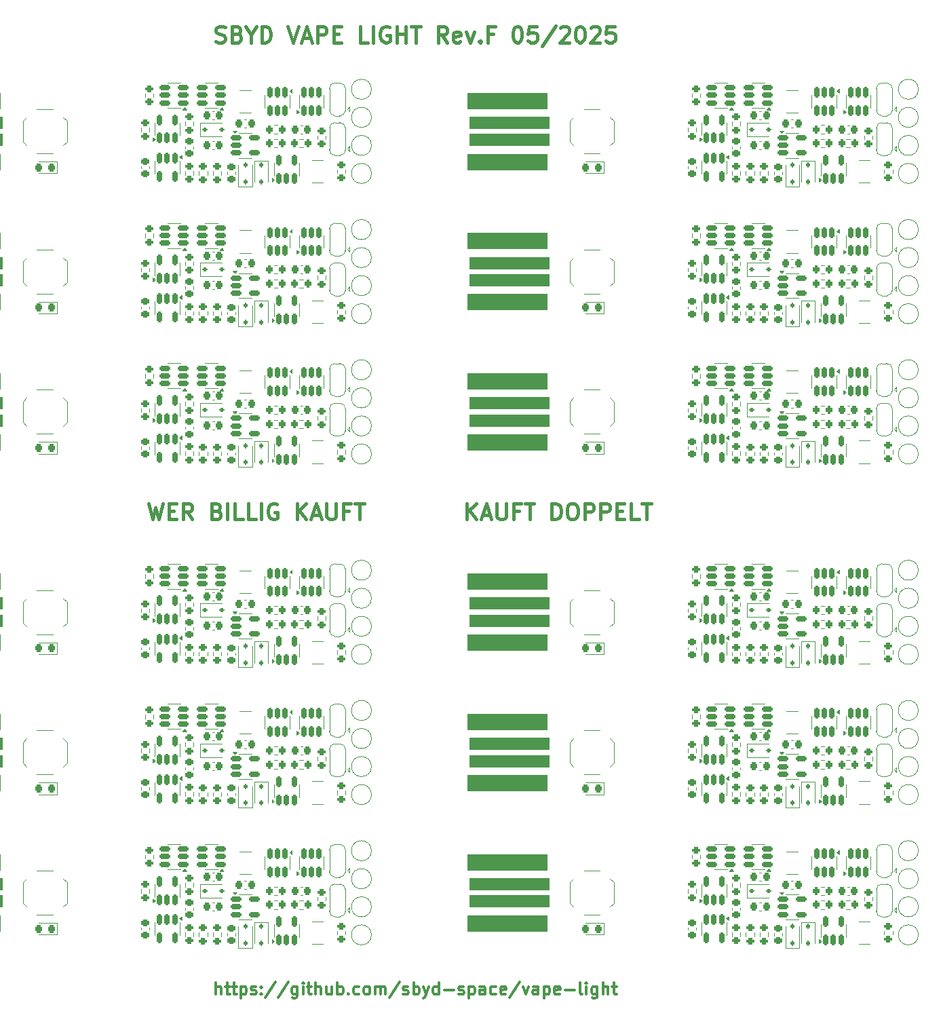
<source format=gto>
G04 #@! TF.GenerationSoftware,KiCad,Pcbnew,8.0.1*
G04 #@! TF.CreationDate,2025-05-23T10:36:23+02:00*
G04 #@! TF.ProjectId,panel-12,70616e65-6c2d-4313-922e-6b696361645f,F*
G04 #@! TF.SameCoordinates,Original*
G04 #@! TF.FileFunction,Legend,Top*
G04 #@! TF.FilePolarity,Positive*
%FSLAX46Y46*%
G04 Gerber Fmt 4.6, Leading zero omitted, Abs format (unit mm)*
G04 Created by KiCad (PCBNEW 8.0.1) date 2025-05-23 10:36:23*
%MOMM*%
%LPD*%
G01*
G04 APERTURE LIST*
G04 Aperture macros list*
%AMRoundRect*
0 Rectangle with rounded corners*
0 $1 Rounding radius*
0 $2 $3 $4 $5 $6 $7 $8 $9 X,Y pos of 4 corners*
0 Add a 4 corners polygon primitive as box body*
4,1,4,$2,$3,$4,$5,$6,$7,$8,$9,$2,$3,0*
0 Add four circle primitives for the rounded corners*
1,1,$1+$1,$2,$3*
1,1,$1+$1,$4,$5*
1,1,$1+$1,$6,$7*
1,1,$1+$1,$8,$9*
0 Add four rect primitives between the rounded corners*
20,1,$1+$1,$2,$3,$4,$5,0*
20,1,$1+$1,$4,$5,$6,$7,0*
20,1,$1+$1,$6,$7,$8,$9,0*
20,1,$1+$1,$8,$9,$2,$3,0*%
%AMFreePoly0*
4,1,19,0.550000,-0.750000,0.000000,-0.750000,0.000000,-0.744911,-0.071157,-0.744911,-0.207708,-0.704816,-0.327430,-0.627875,-0.420627,-0.520320,-0.479746,-0.390866,-0.500000,-0.250000,-0.500000,0.250000,-0.479746,0.390866,-0.420627,0.520320,-0.327430,0.627875,-0.207708,0.704816,-0.071157,0.744911,0.000000,0.744911,0.000000,0.750000,0.550000,0.750000,0.550000,-0.750000,0.550000,-0.750000,
$1*%
%AMFreePoly1*
4,1,19,0.000000,0.744911,0.071157,0.744911,0.207708,0.704816,0.327430,0.627875,0.420627,0.520320,0.479746,0.390866,0.500000,0.250000,0.500000,-0.250000,0.479746,-0.390866,0.420627,-0.520320,0.327430,-0.627875,0.207708,-0.704816,0.071157,-0.744911,0.000000,-0.744911,0.000000,-0.750000,-0.550000,-0.750000,-0.550000,0.750000,0.000000,0.750000,0.000000,0.744911,0.000000,0.744911,
$1*%
G04 Aperture macros list end*
%ADD10C,0.400000*%
%ADD11C,0.300000*%
%ADD12C,0.120000*%
%ADD13C,0.100000*%
%ADD14RoundRect,0.225000X-0.225000X-0.250000X0.225000X-0.250000X0.225000X0.250000X-0.225000X0.250000X0*%
%ADD15C,0.500000*%
%ADD16R,0.800000X2.700000*%
%ADD17RoundRect,0.225000X-0.250000X0.225000X-0.250000X-0.225000X0.250000X-0.225000X0.250000X0.225000X0*%
%ADD18RoundRect,0.150000X0.150000X-0.512500X0.150000X0.512500X-0.150000X0.512500X-0.150000X-0.512500X0*%
%ADD19RoundRect,0.150000X-0.512500X-0.150000X0.512500X-0.150000X0.512500X0.150000X-0.512500X0.150000X0*%
%ADD20RoundRect,0.150000X0.512500X0.150000X-0.512500X0.150000X-0.512500X-0.150000X0.512500X-0.150000X0*%
%ADD21RoundRect,0.200000X0.275000X-0.200000X0.275000X0.200000X-0.275000X0.200000X-0.275000X-0.200000X0*%
%ADD22R,0.750000X1.000000*%
%ADD23RoundRect,0.112500X0.112500X-0.187500X0.112500X0.187500X-0.112500X0.187500X-0.112500X-0.187500X0*%
%ADD24FreePoly0,90.000000*%
%ADD25R,1.500000X1.000000*%
%ADD26FreePoly1,90.000000*%
%ADD27RoundRect,0.225000X0.225000X0.250000X-0.225000X0.250000X-0.225000X-0.250000X0.225000X-0.250000X0*%
%ADD28RoundRect,0.218750X0.218750X0.256250X-0.218750X0.256250X-0.218750X-0.256250X0.218750X-0.256250X0*%
%ADD29RoundRect,0.150000X-0.150000X0.512500X-0.150000X-0.512500X0.150000X-0.512500X0.150000X0.512500X0*%
%ADD30C,2.000000*%
%ADD31RoundRect,0.112500X-0.112500X0.187500X-0.112500X-0.187500X0.112500X-0.187500X0.112500X0.187500X0*%
%ADD32C,1.152000*%
%ADD33RoundRect,0.200000X0.200000X0.275000X-0.200000X0.275000X-0.200000X-0.275000X0.200000X-0.275000X0*%
%ADD34RoundRect,0.200000X-0.200000X-0.275000X0.200000X-0.275000X0.200000X0.275000X-0.200000X0.275000X0*%
%ADD35RoundRect,0.112500X-0.187500X-0.112500X0.187500X-0.112500X0.187500X0.112500X-0.187500X0.112500X0*%
%ADD36RoundRect,0.225000X0.250000X-0.225000X0.250000X0.225000X-0.250000X0.225000X-0.250000X-0.225000X0*%
%ADD37RoundRect,0.200000X-0.275000X0.200000X-0.275000X-0.200000X0.275000X-0.200000X0.275000X0.200000X0*%
%ADD38RoundRect,1.000000X5.000000X-0.000010X5.000000X0.000010X-5.000000X0.000010X-5.000000X-0.000010X0*%
%ADD39RoundRect,0.750000X5.000000X-0.000010X5.000000X0.000010X-5.000000X0.000010X-5.000000X-0.000010X0*%
G04 APERTURE END LIST*
D10*
X45345235Y-3309200D02*
X45630949Y-3404438D01*
X45630949Y-3404438D02*
X46107140Y-3404438D01*
X46107140Y-3404438D02*
X46297616Y-3309200D01*
X46297616Y-3309200D02*
X46392854Y-3213961D01*
X46392854Y-3213961D02*
X46488092Y-3023485D01*
X46488092Y-3023485D02*
X46488092Y-2833009D01*
X46488092Y-2833009D02*
X46392854Y-2642533D01*
X46392854Y-2642533D02*
X46297616Y-2547295D01*
X46297616Y-2547295D02*
X46107140Y-2452057D01*
X46107140Y-2452057D02*
X45726187Y-2356819D01*
X45726187Y-2356819D02*
X45535711Y-2261580D01*
X45535711Y-2261580D02*
X45440473Y-2166342D01*
X45440473Y-2166342D02*
X45345235Y-1975866D01*
X45345235Y-1975866D02*
X45345235Y-1785390D01*
X45345235Y-1785390D02*
X45440473Y-1594914D01*
X45440473Y-1594914D02*
X45535711Y-1499676D01*
X45535711Y-1499676D02*
X45726187Y-1404438D01*
X45726187Y-1404438D02*
X46202378Y-1404438D01*
X46202378Y-1404438D02*
X46488092Y-1499676D01*
X48011902Y-2356819D02*
X48297616Y-2452057D01*
X48297616Y-2452057D02*
X48392854Y-2547295D01*
X48392854Y-2547295D02*
X48488092Y-2737771D01*
X48488092Y-2737771D02*
X48488092Y-3023485D01*
X48488092Y-3023485D02*
X48392854Y-3213961D01*
X48392854Y-3213961D02*
X48297616Y-3309200D01*
X48297616Y-3309200D02*
X48107140Y-3404438D01*
X48107140Y-3404438D02*
X47345235Y-3404438D01*
X47345235Y-3404438D02*
X47345235Y-1404438D01*
X47345235Y-1404438D02*
X48011902Y-1404438D01*
X48011902Y-1404438D02*
X48202378Y-1499676D01*
X48202378Y-1499676D02*
X48297616Y-1594914D01*
X48297616Y-1594914D02*
X48392854Y-1785390D01*
X48392854Y-1785390D02*
X48392854Y-1975866D01*
X48392854Y-1975866D02*
X48297616Y-2166342D01*
X48297616Y-2166342D02*
X48202378Y-2261580D01*
X48202378Y-2261580D02*
X48011902Y-2356819D01*
X48011902Y-2356819D02*
X47345235Y-2356819D01*
X49726187Y-2452057D02*
X49726187Y-3404438D01*
X49059521Y-1404438D02*
X49726187Y-2452057D01*
X49726187Y-2452057D02*
X50392854Y-1404438D01*
X51059521Y-3404438D02*
X51059521Y-1404438D01*
X51059521Y-1404438D02*
X51535711Y-1404438D01*
X51535711Y-1404438D02*
X51821426Y-1499676D01*
X51821426Y-1499676D02*
X52011902Y-1690152D01*
X52011902Y-1690152D02*
X52107140Y-1880628D01*
X52107140Y-1880628D02*
X52202378Y-2261580D01*
X52202378Y-2261580D02*
X52202378Y-2547295D01*
X52202378Y-2547295D02*
X52107140Y-2928247D01*
X52107140Y-2928247D02*
X52011902Y-3118723D01*
X52011902Y-3118723D02*
X51821426Y-3309200D01*
X51821426Y-3309200D02*
X51535711Y-3404438D01*
X51535711Y-3404438D02*
X51059521Y-3404438D01*
X54297617Y-1404438D02*
X54964283Y-3404438D01*
X54964283Y-3404438D02*
X55630950Y-1404438D01*
X56202379Y-2833009D02*
X57154760Y-2833009D01*
X56011903Y-3404438D02*
X56678569Y-1404438D01*
X56678569Y-1404438D02*
X57345236Y-3404438D01*
X58011903Y-3404438D02*
X58011903Y-1404438D01*
X58011903Y-1404438D02*
X58773808Y-1404438D01*
X58773808Y-1404438D02*
X58964284Y-1499676D01*
X58964284Y-1499676D02*
X59059522Y-1594914D01*
X59059522Y-1594914D02*
X59154760Y-1785390D01*
X59154760Y-1785390D02*
X59154760Y-2071104D01*
X59154760Y-2071104D02*
X59059522Y-2261580D01*
X59059522Y-2261580D02*
X58964284Y-2356819D01*
X58964284Y-2356819D02*
X58773808Y-2452057D01*
X58773808Y-2452057D02*
X58011903Y-2452057D01*
X60011903Y-2356819D02*
X60678570Y-2356819D01*
X60964284Y-3404438D02*
X60011903Y-3404438D01*
X60011903Y-3404438D02*
X60011903Y-1404438D01*
X60011903Y-1404438D02*
X60964284Y-1404438D01*
X64297618Y-3404438D02*
X63345237Y-3404438D01*
X63345237Y-3404438D02*
X63345237Y-1404438D01*
X64964285Y-3404438D02*
X64964285Y-1404438D01*
X66964285Y-1499676D02*
X66773809Y-1404438D01*
X66773809Y-1404438D02*
X66488095Y-1404438D01*
X66488095Y-1404438D02*
X66202380Y-1499676D01*
X66202380Y-1499676D02*
X66011904Y-1690152D01*
X66011904Y-1690152D02*
X65916666Y-1880628D01*
X65916666Y-1880628D02*
X65821428Y-2261580D01*
X65821428Y-2261580D02*
X65821428Y-2547295D01*
X65821428Y-2547295D02*
X65916666Y-2928247D01*
X65916666Y-2928247D02*
X66011904Y-3118723D01*
X66011904Y-3118723D02*
X66202380Y-3309200D01*
X66202380Y-3309200D02*
X66488095Y-3404438D01*
X66488095Y-3404438D02*
X66678571Y-3404438D01*
X66678571Y-3404438D02*
X66964285Y-3309200D01*
X66964285Y-3309200D02*
X67059523Y-3213961D01*
X67059523Y-3213961D02*
X67059523Y-2547295D01*
X67059523Y-2547295D02*
X66678571Y-2547295D01*
X67916666Y-3404438D02*
X67916666Y-1404438D01*
X67916666Y-2356819D02*
X69059523Y-2356819D01*
X69059523Y-3404438D02*
X69059523Y-1404438D01*
X69726190Y-1404438D02*
X70869047Y-1404438D01*
X70297618Y-3404438D02*
X70297618Y-1404438D01*
X74202381Y-3404438D02*
X73535714Y-2452057D01*
X73059524Y-3404438D02*
X73059524Y-1404438D01*
X73059524Y-1404438D02*
X73821429Y-1404438D01*
X73821429Y-1404438D02*
X74011905Y-1499676D01*
X74011905Y-1499676D02*
X74107143Y-1594914D01*
X74107143Y-1594914D02*
X74202381Y-1785390D01*
X74202381Y-1785390D02*
X74202381Y-2071104D01*
X74202381Y-2071104D02*
X74107143Y-2261580D01*
X74107143Y-2261580D02*
X74011905Y-2356819D01*
X74011905Y-2356819D02*
X73821429Y-2452057D01*
X73821429Y-2452057D02*
X73059524Y-2452057D01*
X75821429Y-3309200D02*
X75630953Y-3404438D01*
X75630953Y-3404438D02*
X75250000Y-3404438D01*
X75250000Y-3404438D02*
X75059524Y-3309200D01*
X75059524Y-3309200D02*
X74964286Y-3118723D01*
X74964286Y-3118723D02*
X74964286Y-2356819D01*
X74964286Y-2356819D02*
X75059524Y-2166342D01*
X75059524Y-2166342D02*
X75250000Y-2071104D01*
X75250000Y-2071104D02*
X75630953Y-2071104D01*
X75630953Y-2071104D02*
X75821429Y-2166342D01*
X75821429Y-2166342D02*
X75916667Y-2356819D01*
X75916667Y-2356819D02*
X75916667Y-2547295D01*
X75916667Y-2547295D02*
X74964286Y-2737771D01*
X76583334Y-2071104D02*
X77059524Y-3404438D01*
X77059524Y-3404438D02*
X77535715Y-2071104D01*
X78297620Y-3213961D02*
X78392858Y-3309200D01*
X78392858Y-3309200D02*
X78297620Y-3404438D01*
X78297620Y-3404438D02*
X78202382Y-3309200D01*
X78202382Y-3309200D02*
X78297620Y-3213961D01*
X78297620Y-3213961D02*
X78297620Y-3404438D01*
X79916668Y-2356819D02*
X79250001Y-2356819D01*
X79250001Y-3404438D02*
X79250001Y-1404438D01*
X79250001Y-1404438D02*
X80202382Y-1404438D01*
X82869049Y-1404438D02*
X83059526Y-1404438D01*
X83059526Y-1404438D02*
X83250002Y-1499676D01*
X83250002Y-1499676D02*
X83345240Y-1594914D01*
X83345240Y-1594914D02*
X83440478Y-1785390D01*
X83440478Y-1785390D02*
X83535716Y-2166342D01*
X83535716Y-2166342D02*
X83535716Y-2642533D01*
X83535716Y-2642533D02*
X83440478Y-3023485D01*
X83440478Y-3023485D02*
X83345240Y-3213961D01*
X83345240Y-3213961D02*
X83250002Y-3309200D01*
X83250002Y-3309200D02*
X83059526Y-3404438D01*
X83059526Y-3404438D02*
X82869049Y-3404438D01*
X82869049Y-3404438D02*
X82678573Y-3309200D01*
X82678573Y-3309200D02*
X82583335Y-3213961D01*
X82583335Y-3213961D02*
X82488097Y-3023485D01*
X82488097Y-3023485D02*
X82392859Y-2642533D01*
X82392859Y-2642533D02*
X82392859Y-2166342D01*
X82392859Y-2166342D02*
X82488097Y-1785390D01*
X82488097Y-1785390D02*
X82583335Y-1594914D01*
X82583335Y-1594914D02*
X82678573Y-1499676D01*
X82678573Y-1499676D02*
X82869049Y-1404438D01*
X85345240Y-1404438D02*
X84392859Y-1404438D01*
X84392859Y-1404438D02*
X84297621Y-2356819D01*
X84297621Y-2356819D02*
X84392859Y-2261580D01*
X84392859Y-2261580D02*
X84583335Y-2166342D01*
X84583335Y-2166342D02*
X85059526Y-2166342D01*
X85059526Y-2166342D02*
X85250002Y-2261580D01*
X85250002Y-2261580D02*
X85345240Y-2356819D01*
X85345240Y-2356819D02*
X85440478Y-2547295D01*
X85440478Y-2547295D02*
X85440478Y-3023485D01*
X85440478Y-3023485D02*
X85345240Y-3213961D01*
X85345240Y-3213961D02*
X85250002Y-3309200D01*
X85250002Y-3309200D02*
X85059526Y-3404438D01*
X85059526Y-3404438D02*
X84583335Y-3404438D01*
X84583335Y-3404438D02*
X84392859Y-3309200D01*
X84392859Y-3309200D02*
X84297621Y-3213961D01*
X87726192Y-1309200D02*
X86011907Y-3880628D01*
X88297621Y-1594914D02*
X88392859Y-1499676D01*
X88392859Y-1499676D02*
X88583335Y-1404438D01*
X88583335Y-1404438D02*
X89059526Y-1404438D01*
X89059526Y-1404438D02*
X89250002Y-1499676D01*
X89250002Y-1499676D02*
X89345240Y-1594914D01*
X89345240Y-1594914D02*
X89440478Y-1785390D01*
X89440478Y-1785390D02*
X89440478Y-1975866D01*
X89440478Y-1975866D02*
X89345240Y-2261580D01*
X89345240Y-2261580D02*
X88202383Y-3404438D01*
X88202383Y-3404438D02*
X89440478Y-3404438D01*
X90678573Y-1404438D02*
X90869050Y-1404438D01*
X90869050Y-1404438D02*
X91059526Y-1499676D01*
X91059526Y-1499676D02*
X91154764Y-1594914D01*
X91154764Y-1594914D02*
X91250002Y-1785390D01*
X91250002Y-1785390D02*
X91345240Y-2166342D01*
X91345240Y-2166342D02*
X91345240Y-2642533D01*
X91345240Y-2642533D02*
X91250002Y-3023485D01*
X91250002Y-3023485D02*
X91154764Y-3213961D01*
X91154764Y-3213961D02*
X91059526Y-3309200D01*
X91059526Y-3309200D02*
X90869050Y-3404438D01*
X90869050Y-3404438D02*
X90678573Y-3404438D01*
X90678573Y-3404438D02*
X90488097Y-3309200D01*
X90488097Y-3309200D02*
X90392859Y-3213961D01*
X90392859Y-3213961D02*
X90297621Y-3023485D01*
X90297621Y-3023485D02*
X90202383Y-2642533D01*
X90202383Y-2642533D02*
X90202383Y-2166342D01*
X90202383Y-2166342D02*
X90297621Y-1785390D01*
X90297621Y-1785390D02*
X90392859Y-1594914D01*
X90392859Y-1594914D02*
X90488097Y-1499676D01*
X90488097Y-1499676D02*
X90678573Y-1404438D01*
X92107145Y-1594914D02*
X92202383Y-1499676D01*
X92202383Y-1499676D02*
X92392859Y-1404438D01*
X92392859Y-1404438D02*
X92869050Y-1404438D01*
X92869050Y-1404438D02*
X93059526Y-1499676D01*
X93059526Y-1499676D02*
X93154764Y-1594914D01*
X93154764Y-1594914D02*
X93250002Y-1785390D01*
X93250002Y-1785390D02*
X93250002Y-1975866D01*
X93250002Y-1975866D02*
X93154764Y-2261580D01*
X93154764Y-2261580D02*
X92011907Y-3404438D01*
X92011907Y-3404438D02*
X93250002Y-3404438D01*
X95059526Y-1404438D02*
X94107145Y-1404438D01*
X94107145Y-1404438D02*
X94011907Y-2356819D01*
X94011907Y-2356819D02*
X94107145Y-2261580D01*
X94107145Y-2261580D02*
X94297621Y-2166342D01*
X94297621Y-2166342D02*
X94773812Y-2166342D01*
X94773812Y-2166342D02*
X94964288Y-2261580D01*
X94964288Y-2261580D02*
X95059526Y-2356819D01*
X95059526Y-2356819D02*
X95154764Y-2547295D01*
X95154764Y-2547295D02*
X95154764Y-3023485D01*
X95154764Y-3023485D02*
X95059526Y-3213961D01*
X95059526Y-3213961D02*
X94964288Y-3309200D01*
X94964288Y-3309200D02*
X94773812Y-3404438D01*
X94773812Y-3404438D02*
X94297621Y-3404438D01*
X94297621Y-3404438D02*
X94107145Y-3309200D01*
X94107145Y-3309200D02*
X94011907Y-3213961D01*
D11*
X45357140Y-122178328D02*
X45357140Y-120678328D01*
X45999998Y-122178328D02*
X45999998Y-121392614D01*
X45999998Y-121392614D02*
X45928569Y-121249757D01*
X45928569Y-121249757D02*
X45785712Y-121178328D01*
X45785712Y-121178328D02*
X45571426Y-121178328D01*
X45571426Y-121178328D02*
X45428569Y-121249757D01*
X45428569Y-121249757D02*
X45357140Y-121321185D01*
X46499998Y-121178328D02*
X47071426Y-121178328D01*
X46714283Y-120678328D02*
X46714283Y-121964042D01*
X46714283Y-121964042D02*
X46785712Y-122106900D01*
X46785712Y-122106900D02*
X46928569Y-122178328D01*
X46928569Y-122178328D02*
X47071426Y-122178328D01*
X47357141Y-121178328D02*
X47928569Y-121178328D01*
X47571426Y-120678328D02*
X47571426Y-121964042D01*
X47571426Y-121964042D02*
X47642855Y-122106900D01*
X47642855Y-122106900D02*
X47785712Y-122178328D01*
X47785712Y-122178328D02*
X47928569Y-122178328D01*
X48428569Y-121178328D02*
X48428569Y-122678328D01*
X48428569Y-121249757D02*
X48571427Y-121178328D01*
X48571427Y-121178328D02*
X48857141Y-121178328D01*
X48857141Y-121178328D02*
X48999998Y-121249757D01*
X48999998Y-121249757D02*
X49071427Y-121321185D01*
X49071427Y-121321185D02*
X49142855Y-121464042D01*
X49142855Y-121464042D02*
X49142855Y-121892614D01*
X49142855Y-121892614D02*
X49071427Y-122035471D01*
X49071427Y-122035471D02*
X48999998Y-122106900D01*
X48999998Y-122106900D02*
X48857141Y-122178328D01*
X48857141Y-122178328D02*
X48571427Y-122178328D01*
X48571427Y-122178328D02*
X48428569Y-122106900D01*
X49714284Y-122106900D02*
X49857141Y-122178328D01*
X49857141Y-122178328D02*
X50142855Y-122178328D01*
X50142855Y-122178328D02*
X50285712Y-122106900D01*
X50285712Y-122106900D02*
X50357141Y-121964042D01*
X50357141Y-121964042D02*
X50357141Y-121892614D01*
X50357141Y-121892614D02*
X50285712Y-121749757D01*
X50285712Y-121749757D02*
X50142855Y-121678328D01*
X50142855Y-121678328D02*
X49928570Y-121678328D01*
X49928570Y-121678328D02*
X49785712Y-121606900D01*
X49785712Y-121606900D02*
X49714284Y-121464042D01*
X49714284Y-121464042D02*
X49714284Y-121392614D01*
X49714284Y-121392614D02*
X49785712Y-121249757D01*
X49785712Y-121249757D02*
X49928570Y-121178328D01*
X49928570Y-121178328D02*
X50142855Y-121178328D01*
X50142855Y-121178328D02*
X50285712Y-121249757D01*
X50999998Y-122035471D02*
X51071427Y-122106900D01*
X51071427Y-122106900D02*
X50999998Y-122178328D01*
X50999998Y-122178328D02*
X50928570Y-122106900D01*
X50928570Y-122106900D02*
X50999998Y-122035471D01*
X50999998Y-122035471D02*
X50999998Y-122178328D01*
X50999998Y-121249757D02*
X51071427Y-121321185D01*
X51071427Y-121321185D02*
X50999998Y-121392614D01*
X50999998Y-121392614D02*
X50928570Y-121321185D01*
X50928570Y-121321185D02*
X50999998Y-121249757D01*
X50999998Y-121249757D02*
X50999998Y-121392614D01*
X52785713Y-120606900D02*
X51499999Y-122535471D01*
X54357142Y-120606900D02*
X53071428Y-122535471D01*
X55500000Y-121178328D02*
X55500000Y-122392614D01*
X55500000Y-122392614D02*
X55428571Y-122535471D01*
X55428571Y-122535471D02*
X55357142Y-122606900D01*
X55357142Y-122606900D02*
X55214285Y-122678328D01*
X55214285Y-122678328D02*
X55000000Y-122678328D01*
X55000000Y-122678328D02*
X54857142Y-122606900D01*
X55500000Y-122106900D02*
X55357142Y-122178328D01*
X55357142Y-122178328D02*
X55071428Y-122178328D01*
X55071428Y-122178328D02*
X54928571Y-122106900D01*
X54928571Y-122106900D02*
X54857142Y-122035471D01*
X54857142Y-122035471D02*
X54785714Y-121892614D01*
X54785714Y-121892614D02*
X54785714Y-121464042D01*
X54785714Y-121464042D02*
X54857142Y-121321185D01*
X54857142Y-121321185D02*
X54928571Y-121249757D01*
X54928571Y-121249757D02*
X55071428Y-121178328D01*
X55071428Y-121178328D02*
X55357142Y-121178328D01*
X55357142Y-121178328D02*
X55500000Y-121249757D01*
X56214285Y-122178328D02*
X56214285Y-121178328D01*
X56214285Y-120678328D02*
X56142857Y-120749757D01*
X56142857Y-120749757D02*
X56214285Y-120821185D01*
X56214285Y-120821185D02*
X56285714Y-120749757D01*
X56285714Y-120749757D02*
X56214285Y-120678328D01*
X56214285Y-120678328D02*
X56214285Y-120821185D01*
X56714286Y-121178328D02*
X57285714Y-121178328D01*
X56928571Y-120678328D02*
X56928571Y-121964042D01*
X56928571Y-121964042D02*
X57000000Y-122106900D01*
X57000000Y-122106900D02*
X57142857Y-122178328D01*
X57142857Y-122178328D02*
X57285714Y-122178328D01*
X57785714Y-122178328D02*
X57785714Y-120678328D01*
X58428572Y-122178328D02*
X58428572Y-121392614D01*
X58428572Y-121392614D02*
X58357143Y-121249757D01*
X58357143Y-121249757D02*
X58214286Y-121178328D01*
X58214286Y-121178328D02*
X58000000Y-121178328D01*
X58000000Y-121178328D02*
X57857143Y-121249757D01*
X57857143Y-121249757D02*
X57785714Y-121321185D01*
X59785715Y-121178328D02*
X59785715Y-122178328D01*
X59142857Y-121178328D02*
X59142857Y-121964042D01*
X59142857Y-121964042D02*
X59214286Y-122106900D01*
X59214286Y-122106900D02*
X59357143Y-122178328D01*
X59357143Y-122178328D02*
X59571429Y-122178328D01*
X59571429Y-122178328D02*
X59714286Y-122106900D01*
X59714286Y-122106900D02*
X59785715Y-122035471D01*
X60500000Y-122178328D02*
X60500000Y-120678328D01*
X60500000Y-121249757D02*
X60642858Y-121178328D01*
X60642858Y-121178328D02*
X60928572Y-121178328D01*
X60928572Y-121178328D02*
X61071429Y-121249757D01*
X61071429Y-121249757D02*
X61142858Y-121321185D01*
X61142858Y-121321185D02*
X61214286Y-121464042D01*
X61214286Y-121464042D02*
X61214286Y-121892614D01*
X61214286Y-121892614D02*
X61142858Y-122035471D01*
X61142858Y-122035471D02*
X61071429Y-122106900D01*
X61071429Y-122106900D02*
X60928572Y-122178328D01*
X60928572Y-122178328D02*
X60642858Y-122178328D01*
X60642858Y-122178328D02*
X60500000Y-122106900D01*
X61857143Y-122035471D02*
X61928572Y-122106900D01*
X61928572Y-122106900D02*
X61857143Y-122178328D01*
X61857143Y-122178328D02*
X61785715Y-122106900D01*
X61785715Y-122106900D02*
X61857143Y-122035471D01*
X61857143Y-122035471D02*
X61857143Y-122178328D01*
X63214287Y-122106900D02*
X63071429Y-122178328D01*
X63071429Y-122178328D02*
X62785715Y-122178328D01*
X62785715Y-122178328D02*
X62642858Y-122106900D01*
X62642858Y-122106900D02*
X62571429Y-122035471D01*
X62571429Y-122035471D02*
X62500001Y-121892614D01*
X62500001Y-121892614D02*
X62500001Y-121464042D01*
X62500001Y-121464042D02*
X62571429Y-121321185D01*
X62571429Y-121321185D02*
X62642858Y-121249757D01*
X62642858Y-121249757D02*
X62785715Y-121178328D01*
X62785715Y-121178328D02*
X63071429Y-121178328D01*
X63071429Y-121178328D02*
X63214287Y-121249757D01*
X64071429Y-122178328D02*
X63928572Y-122106900D01*
X63928572Y-122106900D02*
X63857143Y-122035471D01*
X63857143Y-122035471D02*
X63785715Y-121892614D01*
X63785715Y-121892614D02*
X63785715Y-121464042D01*
X63785715Y-121464042D02*
X63857143Y-121321185D01*
X63857143Y-121321185D02*
X63928572Y-121249757D01*
X63928572Y-121249757D02*
X64071429Y-121178328D01*
X64071429Y-121178328D02*
X64285715Y-121178328D01*
X64285715Y-121178328D02*
X64428572Y-121249757D01*
X64428572Y-121249757D02*
X64500001Y-121321185D01*
X64500001Y-121321185D02*
X64571429Y-121464042D01*
X64571429Y-121464042D02*
X64571429Y-121892614D01*
X64571429Y-121892614D02*
X64500001Y-122035471D01*
X64500001Y-122035471D02*
X64428572Y-122106900D01*
X64428572Y-122106900D02*
X64285715Y-122178328D01*
X64285715Y-122178328D02*
X64071429Y-122178328D01*
X65214286Y-122178328D02*
X65214286Y-121178328D01*
X65214286Y-121321185D02*
X65285715Y-121249757D01*
X65285715Y-121249757D02*
X65428572Y-121178328D01*
X65428572Y-121178328D02*
X65642858Y-121178328D01*
X65642858Y-121178328D02*
X65785715Y-121249757D01*
X65785715Y-121249757D02*
X65857144Y-121392614D01*
X65857144Y-121392614D02*
X65857144Y-122178328D01*
X65857144Y-121392614D02*
X65928572Y-121249757D01*
X65928572Y-121249757D02*
X66071429Y-121178328D01*
X66071429Y-121178328D02*
X66285715Y-121178328D01*
X66285715Y-121178328D02*
X66428572Y-121249757D01*
X66428572Y-121249757D02*
X66500001Y-121392614D01*
X66500001Y-121392614D02*
X66500001Y-122178328D01*
X68285715Y-120606900D02*
X67000001Y-122535471D01*
X68714287Y-122106900D02*
X68857144Y-122178328D01*
X68857144Y-122178328D02*
X69142858Y-122178328D01*
X69142858Y-122178328D02*
X69285715Y-122106900D01*
X69285715Y-122106900D02*
X69357144Y-121964042D01*
X69357144Y-121964042D02*
X69357144Y-121892614D01*
X69357144Y-121892614D02*
X69285715Y-121749757D01*
X69285715Y-121749757D02*
X69142858Y-121678328D01*
X69142858Y-121678328D02*
X68928573Y-121678328D01*
X68928573Y-121678328D02*
X68785715Y-121606900D01*
X68785715Y-121606900D02*
X68714287Y-121464042D01*
X68714287Y-121464042D02*
X68714287Y-121392614D01*
X68714287Y-121392614D02*
X68785715Y-121249757D01*
X68785715Y-121249757D02*
X68928573Y-121178328D01*
X68928573Y-121178328D02*
X69142858Y-121178328D01*
X69142858Y-121178328D02*
X69285715Y-121249757D01*
X70000001Y-122178328D02*
X70000001Y-120678328D01*
X70000001Y-121249757D02*
X70142859Y-121178328D01*
X70142859Y-121178328D02*
X70428573Y-121178328D01*
X70428573Y-121178328D02*
X70571430Y-121249757D01*
X70571430Y-121249757D02*
X70642859Y-121321185D01*
X70642859Y-121321185D02*
X70714287Y-121464042D01*
X70714287Y-121464042D02*
X70714287Y-121892614D01*
X70714287Y-121892614D02*
X70642859Y-122035471D01*
X70642859Y-122035471D02*
X70571430Y-122106900D01*
X70571430Y-122106900D02*
X70428573Y-122178328D01*
X70428573Y-122178328D02*
X70142859Y-122178328D01*
X70142859Y-122178328D02*
X70000001Y-122106900D01*
X71214287Y-121178328D02*
X71571430Y-122178328D01*
X71928573Y-121178328D02*
X71571430Y-122178328D01*
X71571430Y-122178328D02*
X71428573Y-122535471D01*
X71428573Y-122535471D02*
X71357144Y-122606900D01*
X71357144Y-122606900D02*
X71214287Y-122678328D01*
X73142859Y-122178328D02*
X73142859Y-120678328D01*
X73142859Y-122106900D02*
X73000001Y-122178328D01*
X73000001Y-122178328D02*
X72714287Y-122178328D01*
X72714287Y-122178328D02*
X72571430Y-122106900D01*
X72571430Y-122106900D02*
X72500001Y-122035471D01*
X72500001Y-122035471D02*
X72428573Y-121892614D01*
X72428573Y-121892614D02*
X72428573Y-121464042D01*
X72428573Y-121464042D02*
X72500001Y-121321185D01*
X72500001Y-121321185D02*
X72571430Y-121249757D01*
X72571430Y-121249757D02*
X72714287Y-121178328D01*
X72714287Y-121178328D02*
X73000001Y-121178328D01*
X73000001Y-121178328D02*
X73142859Y-121249757D01*
X73857144Y-121606900D02*
X75000002Y-121606900D01*
X75642859Y-122106900D02*
X75785716Y-122178328D01*
X75785716Y-122178328D02*
X76071430Y-122178328D01*
X76071430Y-122178328D02*
X76214287Y-122106900D01*
X76214287Y-122106900D02*
X76285716Y-121964042D01*
X76285716Y-121964042D02*
X76285716Y-121892614D01*
X76285716Y-121892614D02*
X76214287Y-121749757D01*
X76214287Y-121749757D02*
X76071430Y-121678328D01*
X76071430Y-121678328D02*
X75857145Y-121678328D01*
X75857145Y-121678328D02*
X75714287Y-121606900D01*
X75714287Y-121606900D02*
X75642859Y-121464042D01*
X75642859Y-121464042D02*
X75642859Y-121392614D01*
X75642859Y-121392614D02*
X75714287Y-121249757D01*
X75714287Y-121249757D02*
X75857145Y-121178328D01*
X75857145Y-121178328D02*
X76071430Y-121178328D01*
X76071430Y-121178328D02*
X76214287Y-121249757D01*
X76928573Y-121178328D02*
X76928573Y-122678328D01*
X76928573Y-121249757D02*
X77071431Y-121178328D01*
X77071431Y-121178328D02*
X77357145Y-121178328D01*
X77357145Y-121178328D02*
X77500002Y-121249757D01*
X77500002Y-121249757D02*
X77571431Y-121321185D01*
X77571431Y-121321185D02*
X77642859Y-121464042D01*
X77642859Y-121464042D02*
X77642859Y-121892614D01*
X77642859Y-121892614D02*
X77571431Y-122035471D01*
X77571431Y-122035471D02*
X77500002Y-122106900D01*
X77500002Y-122106900D02*
X77357145Y-122178328D01*
X77357145Y-122178328D02*
X77071431Y-122178328D01*
X77071431Y-122178328D02*
X76928573Y-122106900D01*
X78928574Y-122178328D02*
X78928574Y-121392614D01*
X78928574Y-121392614D02*
X78857145Y-121249757D01*
X78857145Y-121249757D02*
X78714288Y-121178328D01*
X78714288Y-121178328D02*
X78428574Y-121178328D01*
X78428574Y-121178328D02*
X78285716Y-121249757D01*
X78928574Y-122106900D02*
X78785716Y-122178328D01*
X78785716Y-122178328D02*
X78428574Y-122178328D01*
X78428574Y-122178328D02*
X78285716Y-122106900D01*
X78285716Y-122106900D02*
X78214288Y-121964042D01*
X78214288Y-121964042D02*
X78214288Y-121821185D01*
X78214288Y-121821185D02*
X78285716Y-121678328D01*
X78285716Y-121678328D02*
X78428574Y-121606900D01*
X78428574Y-121606900D02*
X78785716Y-121606900D01*
X78785716Y-121606900D02*
X78928574Y-121535471D01*
X80285717Y-122106900D02*
X80142859Y-122178328D01*
X80142859Y-122178328D02*
X79857145Y-122178328D01*
X79857145Y-122178328D02*
X79714288Y-122106900D01*
X79714288Y-122106900D02*
X79642859Y-122035471D01*
X79642859Y-122035471D02*
X79571431Y-121892614D01*
X79571431Y-121892614D02*
X79571431Y-121464042D01*
X79571431Y-121464042D02*
X79642859Y-121321185D01*
X79642859Y-121321185D02*
X79714288Y-121249757D01*
X79714288Y-121249757D02*
X79857145Y-121178328D01*
X79857145Y-121178328D02*
X80142859Y-121178328D01*
X80142859Y-121178328D02*
X80285717Y-121249757D01*
X81500002Y-122106900D02*
X81357145Y-122178328D01*
X81357145Y-122178328D02*
X81071431Y-122178328D01*
X81071431Y-122178328D02*
X80928573Y-122106900D01*
X80928573Y-122106900D02*
X80857145Y-121964042D01*
X80857145Y-121964042D02*
X80857145Y-121392614D01*
X80857145Y-121392614D02*
X80928573Y-121249757D01*
X80928573Y-121249757D02*
X81071431Y-121178328D01*
X81071431Y-121178328D02*
X81357145Y-121178328D01*
X81357145Y-121178328D02*
X81500002Y-121249757D01*
X81500002Y-121249757D02*
X81571431Y-121392614D01*
X81571431Y-121392614D02*
X81571431Y-121535471D01*
X81571431Y-121535471D02*
X80857145Y-121678328D01*
X83285716Y-120606900D02*
X82000002Y-122535471D01*
X83642859Y-121178328D02*
X84000002Y-122178328D01*
X84000002Y-122178328D02*
X84357145Y-121178328D01*
X85571431Y-122178328D02*
X85571431Y-121392614D01*
X85571431Y-121392614D02*
X85500002Y-121249757D01*
X85500002Y-121249757D02*
X85357145Y-121178328D01*
X85357145Y-121178328D02*
X85071431Y-121178328D01*
X85071431Y-121178328D02*
X84928573Y-121249757D01*
X85571431Y-122106900D02*
X85428573Y-122178328D01*
X85428573Y-122178328D02*
X85071431Y-122178328D01*
X85071431Y-122178328D02*
X84928573Y-122106900D01*
X84928573Y-122106900D02*
X84857145Y-121964042D01*
X84857145Y-121964042D02*
X84857145Y-121821185D01*
X84857145Y-121821185D02*
X84928573Y-121678328D01*
X84928573Y-121678328D02*
X85071431Y-121606900D01*
X85071431Y-121606900D02*
X85428573Y-121606900D01*
X85428573Y-121606900D02*
X85571431Y-121535471D01*
X86285716Y-121178328D02*
X86285716Y-122678328D01*
X86285716Y-121249757D02*
X86428574Y-121178328D01*
X86428574Y-121178328D02*
X86714288Y-121178328D01*
X86714288Y-121178328D02*
X86857145Y-121249757D01*
X86857145Y-121249757D02*
X86928574Y-121321185D01*
X86928574Y-121321185D02*
X87000002Y-121464042D01*
X87000002Y-121464042D02*
X87000002Y-121892614D01*
X87000002Y-121892614D02*
X86928574Y-122035471D01*
X86928574Y-122035471D02*
X86857145Y-122106900D01*
X86857145Y-122106900D02*
X86714288Y-122178328D01*
X86714288Y-122178328D02*
X86428574Y-122178328D01*
X86428574Y-122178328D02*
X86285716Y-122106900D01*
X88214288Y-122106900D02*
X88071431Y-122178328D01*
X88071431Y-122178328D02*
X87785717Y-122178328D01*
X87785717Y-122178328D02*
X87642859Y-122106900D01*
X87642859Y-122106900D02*
X87571431Y-121964042D01*
X87571431Y-121964042D02*
X87571431Y-121392614D01*
X87571431Y-121392614D02*
X87642859Y-121249757D01*
X87642859Y-121249757D02*
X87785717Y-121178328D01*
X87785717Y-121178328D02*
X88071431Y-121178328D01*
X88071431Y-121178328D02*
X88214288Y-121249757D01*
X88214288Y-121249757D02*
X88285717Y-121392614D01*
X88285717Y-121392614D02*
X88285717Y-121535471D01*
X88285717Y-121535471D02*
X87571431Y-121678328D01*
X88928573Y-121606900D02*
X90071431Y-121606900D01*
X91000002Y-122178328D02*
X90857145Y-122106900D01*
X90857145Y-122106900D02*
X90785716Y-121964042D01*
X90785716Y-121964042D02*
X90785716Y-120678328D01*
X91571430Y-122178328D02*
X91571430Y-121178328D01*
X91571430Y-120678328D02*
X91500002Y-120749757D01*
X91500002Y-120749757D02*
X91571430Y-120821185D01*
X91571430Y-120821185D02*
X91642859Y-120749757D01*
X91642859Y-120749757D02*
X91571430Y-120678328D01*
X91571430Y-120678328D02*
X91571430Y-120821185D01*
X92928574Y-121178328D02*
X92928574Y-122392614D01*
X92928574Y-122392614D02*
X92857145Y-122535471D01*
X92857145Y-122535471D02*
X92785716Y-122606900D01*
X92785716Y-122606900D02*
X92642859Y-122678328D01*
X92642859Y-122678328D02*
X92428574Y-122678328D01*
X92428574Y-122678328D02*
X92285716Y-122606900D01*
X92928574Y-122106900D02*
X92785716Y-122178328D01*
X92785716Y-122178328D02*
X92500002Y-122178328D01*
X92500002Y-122178328D02*
X92357145Y-122106900D01*
X92357145Y-122106900D02*
X92285716Y-122035471D01*
X92285716Y-122035471D02*
X92214288Y-121892614D01*
X92214288Y-121892614D02*
X92214288Y-121464042D01*
X92214288Y-121464042D02*
X92285716Y-121321185D01*
X92285716Y-121321185D02*
X92357145Y-121249757D01*
X92357145Y-121249757D02*
X92500002Y-121178328D01*
X92500002Y-121178328D02*
X92785716Y-121178328D01*
X92785716Y-121178328D02*
X92928574Y-121249757D01*
X93642859Y-122178328D02*
X93642859Y-120678328D01*
X94285717Y-122178328D02*
X94285717Y-121392614D01*
X94285717Y-121392614D02*
X94214288Y-121249757D01*
X94214288Y-121249757D02*
X94071431Y-121178328D01*
X94071431Y-121178328D02*
X93857145Y-121178328D01*
X93857145Y-121178328D02*
X93714288Y-121249757D01*
X93714288Y-121249757D02*
X93642859Y-121321185D01*
X94785717Y-121178328D02*
X95357145Y-121178328D01*
X95000002Y-120678328D02*
X95000002Y-121964042D01*
X95000002Y-121964042D02*
X95071431Y-122106900D01*
X95071431Y-122106900D02*
X95214288Y-122178328D01*
X95214288Y-122178328D02*
X95357145Y-122178328D01*
D10*
X36964281Y-60904438D02*
X37440471Y-62904438D01*
X37440471Y-62904438D02*
X37821424Y-61475866D01*
X37821424Y-61475866D02*
X38202376Y-62904438D01*
X38202376Y-62904438D02*
X38678567Y-60904438D01*
X39440471Y-61856819D02*
X40107138Y-61856819D01*
X40392852Y-62904438D02*
X39440471Y-62904438D01*
X39440471Y-62904438D02*
X39440471Y-60904438D01*
X39440471Y-60904438D02*
X40392852Y-60904438D01*
X42392852Y-62904438D02*
X41726185Y-61952057D01*
X41249995Y-62904438D02*
X41249995Y-60904438D01*
X41249995Y-60904438D02*
X42011900Y-60904438D01*
X42011900Y-60904438D02*
X42202376Y-60999676D01*
X42202376Y-60999676D02*
X42297614Y-61094914D01*
X42297614Y-61094914D02*
X42392852Y-61285390D01*
X42392852Y-61285390D02*
X42392852Y-61571104D01*
X42392852Y-61571104D02*
X42297614Y-61761580D01*
X42297614Y-61761580D02*
X42202376Y-61856819D01*
X42202376Y-61856819D02*
X42011900Y-61952057D01*
X42011900Y-61952057D02*
X41249995Y-61952057D01*
X45440472Y-61856819D02*
X45726186Y-61952057D01*
X45726186Y-61952057D02*
X45821424Y-62047295D01*
X45821424Y-62047295D02*
X45916662Y-62237771D01*
X45916662Y-62237771D02*
X45916662Y-62523485D01*
X45916662Y-62523485D02*
X45821424Y-62713961D01*
X45821424Y-62713961D02*
X45726186Y-62809200D01*
X45726186Y-62809200D02*
X45535710Y-62904438D01*
X45535710Y-62904438D02*
X44773805Y-62904438D01*
X44773805Y-62904438D02*
X44773805Y-60904438D01*
X44773805Y-60904438D02*
X45440472Y-60904438D01*
X45440472Y-60904438D02*
X45630948Y-60999676D01*
X45630948Y-60999676D02*
X45726186Y-61094914D01*
X45726186Y-61094914D02*
X45821424Y-61285390D01*
X45821424Y-61285390D02*
X45821424Y-61475866D01*
X45821424Y-61475866D02*
X45726186Y-61666342D01*
X45726186Y-61666342D02*
X45630948Y-61761580D01*
X45630948Y-61761580D02*
X45440472Y-61856819D01*
X45440472Y-61856819D02*
X44773805Y-61856819D01*
X46773805Y-62904438D02*
X46773805Y-60904438D01*
X48678567Y-62904438D02*
X47726186Y-62904438D01*
X47726186Y-62904438D02*
X47726186Y-60904438D01*
X50297615Y-62904438D02*
X49345234Y-62904438D01*
X49345234Y-62904438D02*
X49345234Y-60904438D01*
X50964282Y-62904438D02*
X50964282Y-60904438D01*
X52964282Y-60999676D02*
X52773806Y-60904438D01*
X52773806Y-60904438D02*
X52488092Y-60904438D01*
X52488092Y-60904438D02*
X52202377Y-60999676D01*
X52202377Y-60999676D02*
X52011901Y-61190152D01*
X52011901Y-61190152D02*
X51916663Y-61380628D01*
X51916663Y-61380628D02*
X51821425Y-61761580D01*
X51821425Y-61761580D02*
X51821425Y-62047295D01*
X51821425Y-62047295D02*
X51916663Y-62428247D01*
X51916663Y-62428247D02*
X52011901Y-62618723D01*
X52011901Y-62618723D02*
X52202377Y-62809200D01*
X52202377Y-62809200D02*
X52488092Y-62904438D01*
X52488092Y-62904438D02*
X52678568Y-62904438D01*
X52678568Y-62904438D02*
X52964282Y-62809200D01*
X52964282Y-62809200D02*
X53059520Y-62713961D01*
X53059520Y-62713961D02*
X53059520Y-62047295D01*
X53059520Y-62047295D02*
X52678568Y-62047295D01*
X55440473Y-62904438D02*
X55440473Y-60904438D01*
X56583330Y-62904438D02*
X55726187Y-61761580D01*
X56583330Y-60904438D02*
X55440473Y-62047295D01*
X57345235Y-62333009D02*
X58297616Y-62333009D01*
X57154759Y-62904438D02*
X57821425Y-60904438D01*
X57821425Y-60904438D02*
X58488092Y-62904438D01*
X59154759Y-60904438D02*
X59154759Y-62523485D01*
X59154759Y-62523485D02*
X59249997Y-62713961D01*
X59249997Y-62713961D02*
X59345235Y-62809200D01*
X59345235Y-62809200D02*
X59535711Y-62904438D01*
X59535711Y-62904438D02*
X59916664Y-62904438D01*
X59916664Y-62904438D02*
X60107140Y-62809200D01*
X60107140Y-62809200D02*
X60202378Y-62713961D01*
X60202378Y-62713961D02*
X60297616Y-62523485D01*
X60297616Y-62523485D02*
X60297616Y-60904438D01*
X61916664Y-61856819D02*
X61249997Y-61856819D01*
X61249997Y-62904438D02*
X61249997Y-60904438D01*
X61249997Y-60904438D02*
X62202378Y-60904438D01*
X62678569Y-60904438D02*
X63821426Y-60904438D01*
X63249997Y-62904438D02*
X63249997Y-60904438D01*
X76678573Y-62904438D02*
X76678573Y-60904438D01*
X77821430Y-62904438D02*
X76964287Y-61761580D01*
X77821430Y-60904438D02*
X76678573Y-62047295D01*
X78583335Y-62333009D02*
X79535716Y-62333009D01*
X78392859Y-62904438D02*
X79059525Y-60904438D01*
X79059525Y-60904438D02*
X79726192Y-62904438D01*
X80392859Y-60904438D02*
X80392859Y-62523485D01*
X80392859Y-62523485D02*
X80488097Y-62713961D01*
X80488097Y-62713961D02*
X80583335Y-62809200D01*
X80583335Y-62809200D02*
X80773811Y-62904438D01*
X80773811Y-62904438D02*
X81154764Y-62904438D01*
X81154764Y-62904438D02*
X81345240Y-62809200D01*
X81345240Y-62809200D02*
X81440478Y-62713961D01*
X81440478Y-62713961D02*
X81535716Y-62523485D01*
X81535716Y-62523485D02*
X81535716Y-60904438D01*
X83154764Y-61856819D02*
X82488097Y-61856819D01*
X82488097Y-62904438D02*
X82488097Y-60904438D01*
X82488097Y-60904438D02*
X83440478Y-60904438D01*
X83916669Y-60904438D02*
X85059526Y-60904438D01*
X84488097Y-62904438D02*
X84488097Y-60904438D01*
X87250003Y-62904438D02*
X87250003Y-60904438D01*
X87250003Y-60904438D02*
X87726193Y-60904438D01*
X87726193Y-60904438D02*
X88011908Y-60999676D01*
X88011908Y-60999676D02*
X88202384Y-61190152D01*
X88202384Y-61190152D02*
X88297622Y-61380628D01*
X88297622Y-61380628D02*
X88392860Y-61761580D01*
X88392860Y-61761580D02*
X88392860Y-62047295D01*
X88392860Y-62047295D02*
X88297622Y-62428247D01*
X88297622Y-62428247D02*
X88202384Y-62618723D01*
X88202384Y-62618723D02*
X88011908Y-62809200D01*
X88011908Y-62809200D02*
X87726193Y-62904438D01*
X87726193Y-62904438D02*
X87250003Y-62904438D01*
X89630955Y-60904438D02*
X90011908Y-60904438D01*
X90011908Y-60904438D02*
X90202384Y-60999676D01*
X90202384Y-60999676D02*
X90392860Y-61190152D01*
X90392860Y-61190152D02*
X90488098Y-61571104D01*
X90488098Y-61571104D02*
X90488098Y-62237771D01*
X90488098Y-62237771D02*
X90392860Y-62618723D01*
X90392860Y-62618723D02*
X90202384Y-62809200D01*
X90202384Y-62809200D02*
X90011908Y-62904438D01*
X90011908Y-62904438D02*
X89630955Y-62904438D01*
X89630955Y-62904438D02*
X89440479Y-62809200D01*
X89440479Y-62809200D02*
X89250003Y-62618723D01*
X89250003Y-62618723D02*
X89154765Y-62237771D01*
X89154765Y-62237771D02*
X89154765Y-61571104D01*
X89154765Y-61571104D02*
X89250003Y-61190152D01*
X89250003Y-61190152D02*
X89440479Y-60999676D01*
X89440479Y-60999676D02*
X89630955Y-60904438D01*
X91345241Y-62904438D02*
X91345241Y-60904438D01*
X91345241Y-60904438D02*
X92107146Y-60904438D01*
X92107146Y-60904438D02*
X92297622Y-60999676D01*
X92297622Y-60999676D02*
X92392860Y-61094914D01*
X92392860Y-61094914D02*
X92488098Y-61285390D01*
X92488098Y-61285390D02*
X92488098Y-61571104D01*
X92488098Y-61571104D02*
X92392860Y-61761580D01*
X92392860Y-61761580D02*
X92297622Y-61856819D01*
X92297622Y-61856819D02*
X92107146Y-61952057D01*
X92107146Y-61952057D02*
X91345241Y-61952057D01*
X93345241Y-62904438D02*
X93345241Y-60904438D01*
X93345241Y-60904438D02*
X94107146Y-60904438D01*
X94107146Y-60904438D02*
X94297622Y-60999676D01*
X94297622Y-60999676D02*
X94392860Y-61094914D01*
X94392860Y-61094914D02*
X94488098Y-61285390D01*
X94488098Y-61285390D02*
X94488098Y-61571104D01*
X94488098Y-61571104D02*
X94392860Y-61761580D01*
X94392860Y-61761580D02*
X94297622Y-61856819D01*
X94297622Y-61856819D02*
X94107146Y-61952057D01*
X94107146Y-61952057D02*
X93345241Y-61952057D01*
X95345241Y-61856819D02*
X96011908Y-61856819D01*
X96297622Y-62904438D02*
X95345241Y-62904438D01*
X95345241Y-62904438D02*
X95345241Y-60904438D01*
X95345241Y-60904438D02*
X96297622Y-60904438D01*
X98107146Y-62904438D02*
X97154765Y-62904438D01*
X97154765Y-62904438D02*
X97154765Y-60904438D01*
X98488099Y-60904438D02*
X99630956Y-60904438D01*
X99059527Y-62904438D02*
X99059527Y-60904438D01*
D12*
G04 #@! TO.C,2-C3*
X44859420Y-33190000D02*
X45140580Y-33190000D01*
X44859420Y-34210000D02*
X45140580Y-34210000D01*
D13*
G04 #@! TO.C,0-L1*
X58700000Y-18100000D02*
X57300000Y-18100000D01*
X58700000Y-20900000D02*
X57300000Y-20900000D01*
D12*
G04 #@! TO.C,3-C2*
X104240000Y-36359420D02*
X104240000Y-36640580D01*
X105260000Y-36359420D02*
X105260000Y-36640580D01*
G04 #@! TO.C,7-U7*
X105940000Y-74200000D02*
X105940000Y-73400000D01*
X105940000Y-74200000D02*
X105940000Y-75000000D01*
X109060000Y-74200000D02*
X109060000Y-73400000D01*
X109060000Y-74200000D02*
X109060000Y-75000000D01*
X105990000Y-75500000D02*
X105660000Y-75740000D01*
X105660000Y-75260000D01*
X105990000Y-75500000D01*
G36*
X105990000Y-75500000D02*
G01*
X105660000Y-75740000D01*
X105660000Y-75260000D01*
X105990000Y-75500000D01*
G37*
G04 #@! TO.C,6-U6*
X52590000Y-79262500D02*
X52590000Y-78462500D01*
X52590000Y-79262500D02*
X52590000Y-80062500D01*
X55710000Y-79262500D02*
X55710000Y-78462500D01*
X55710000Y-79262500D02*
X55710000Y-80062500D01*
X52640000Y-80562500D02*
X52310000Y-80802500D01*
X52310000Y-80322500D01*
X52640000Y-80562500D01*
G36*
X52640000Y-80562500D02*
G01*
X52310000Y-80802500D01*
X52310000Y-80322500D01*
X52640000Y-80562500D01*
G37*
G04 #@! TO.C,4-U3*
X49000000Y-49690000D02*
X48200000Y-49690000D01*
X49000000Y-49690000D02*
X49800000Y-49690000D01*
X49000000Y-52810000D02*
X48200000Y-52810000D01*
X49000000Y-52810000D02*
X49800000Y-52810000D01*
X47700000Y-49740000D02*
X47460000Y-49410000D01*
X47940000Y-49410000D01*
X47700000Y-49740000D01*
G36*
X47700000Y-49740000D02*
G01*
X47460000Y-49410000D01*
X47940000Y-49410000D01*
X47700000Y-49740000D01*
G37*
G04 #@! TO.C,9-C2*
X104240000Y-96359420D02*
X104240000Y-96640580D01*
X105260000Y-96359420D02*
X105260000Y-96640580D01*
G04 #@! TO.C,9-U4*
X113000000Y-85940000D02*
X112200000Y-85940000D01*
X113000000Y-85940000D02*
X113800000Y-85940000D01*
X113000000Y-89060000D02*
X112200000Y-89060000D01*
X113000000Y-89060000D02*
X113800000Y-89060000D01*
X114540000Y-89340000D02*
X114060000Y-89340000D01*
X114300000Y-89010000D01*
X114540000Y-89340000D01*
G36*
X114540000Y-89340000D02*
G01*
X114060000Y-89340000D01*
X114300000Y-89010000D01*
X114540000Y-89340000D01*
G37*
G04 #@! TO.C,5-R2*
X109727500Y-54912258D02*
X109727500Y-54437742D01*
X110772500Y-54912258D02*
X110772500Y-54437742D01*
G04 #@! TO.C,8-R2*
X41477500Y-97412258D02*
X41477500Y-96937742D01*
X42522500Y-97412258D02*
X42522500Y-96937742D01*
G04 #@! TO.C,3-SW1*
X89500000Y-30700000D02*
X89500000Y-33300000D01*
X89950000Y-30250000D02*
X89500000Y-30700000D01*
X89950000Y-33750000D02*
X89500000Y-33300000D01*
X93250000Y-29250000D02*
X91250000Y-29250000D01*
X93250000Y-34750000D02*
X91250000Y-34750000D01*
X94550000Y-30250000D02*
X95000000Y-30700000D01*
X94550000Y-33750000D02*
X95000000Y-33300000D01*
X95000000Y-30700000D02*
X95000000Y-33300000D01*
G04 #@! TO.C,1-D5*
X116400000Y-21360000D02*
X116400000Y-18700000D01*
X116400000Y-21360000D02*
X118100000Y-21360000D01*
X118100000Y-21360000D02*
X118100000Y-18700000D01*
G04 #@! TO.C,2-U3*
X49000000Y-32190000D02*
X48200000Y-32190000D01*
X49000000Y-32190000D02*
X49800000Y-32190000D01*
X49000000Y-35310000D02*
X48200000Y-35310000D01*
X49000000Y-35310000D02*
X49800000Y-35310000D01*
X47700000Y-32240000D02*
X47460000Y-31910000D01*
X47940000Y-31910000D01*
X47700000Y-32240000D01*
G36*
X47700000Y-32240000D02*
G01*
X47460000Y-31910000D01*
X47940000Y-31910000D01*
X47700000Y-32240000D01*
G37*
G04 #@! TO.C,7-R9*
X109727500Y-73737258D02*
X109727500Y-73262742D01*
X110772500Y-73737258D02*
X110772500Y-73262742D01*
G04 #@! TO.C,6-JP1*
X59500000Y-71900000D02*
X59500000Y-69100000D01*
X60200000Y-68450000D02*
X60800000Y-68450000D01*
X60800000Y-72550000D02*
X60200000Y-72550000D01*
X61500000Y-69100000D02*
X61500000Y-71900000D01*
X61700000Y-71700000D02*
X62000000Y-71400000D01*
X61700000Y-71700000D02*
X62000000Y-72000000D01*
X62000000Y-72000000D02*
X62000000Y-71400000D01*
X59500000Y-69150000D02*
G75*
G02*
X60200000Y-68450000I700000J0D01*
G01*
X60200000Y-72550000D02*
G75*
G02*
X59500000Y-71850000I-1J699999D01*
G01*
X60800000Y-68450000D02*
G75*
G02*
X61500000Y-69150000I0J-700000D01*
G01*
X61500000Y-71850000D02*
G75*
G02*
X60800000Y-72550000I-699999J-1D01*
G01*
G04 #@! TO.C,4-R7*
X43227500Y-54937258D02*
X43227500Y-54462742D01*
X44272500Y-54937258D02*
X44272500Y-54462742D01*
G04 #@! TO.C,7-C5*
X117390580Y-72990000D02*
X117109420Y-72990000D01*
X117390580Y-74010000D02*
X117109420Y-74010000D01*
G04 #@! TO.C,2-U7*
X37690000Y-31700000D02*
X37690000Y-30900000D01*
X37690000Y-31700000D02*
X37690000Y-32500000D01*
X40810000Y-31700000D02*
X40810000Y-30900000D01*
X40810000Y-31700000D02*
X40810000Y-32500000D01*
X37740000Y-33000000D02*
X37410000Y-33240000D01*
X37410000Y-32760000D01*
X37740000Y-33000000D01*
G36*
X37740000Y-33000000D02*
G01*
X37410000Y-33240000D01*
X37410000Y-32760000D01*
X37740000Y-33000000D01*
G37*
G04 #@! TO.C,4-D2*
X23200000Y-54735000D02*
X25485000Y-54735000D01*
X25485000Y-53265000D02*
X23200000Y-53265000D01*
X25485000Y-54735000D02*
X25485000Y-53265000D01*
D13*
G04 #@! TO.C,7-L2*
X117950000Y-69350000D02*
X116550000Y-69350000D01*
X117950000Y-72150000D02*
X116550000Y-72150000D01*
D12*
G04 #@! TO.C,2-U1*
X51440000Y-28250000D02*
X51440000Y-27450000D01*
X51440000Y-28250000D02*
X51440000Y-29050000D01*
X54560000Y-28250000D02*
X54560000Y-27450000D01*
X54560000Y-28250000D02*
X54560000Y-29050000D01*
X54840000Y-27190000D02*
X54510000Y-26950000D01*
X54840000Y-26710000D01*
X54840000Y-27190000D01*
G36*
X54840000Y-27190000D02*
G01*
X54510000Y-26950000D01*
X54840000Y-26710000D01*
X54840000Y-27190000D01*
G37*
D13*
G04 #@! TO.C,1-L1*
X126950000Y-18100000D02*
X125550000Y-18100000D01*
X126950000Y-20900000D02*
X125550000Y-20900000D01*
D12*
G04 #@! TO.C,7-J3*
X133001000Y-72750000D02*
G75*
G02*
X130499000Y-72750000I-1251000J0D01*
G01*
X130499000Y-72750000D02*
G75*
G02*
X133001000Y-72750000I1251000J0D01*
G01*
G04 #@! TO.C,2-D3*
X50150000Y-35640000D02*
X50150000Y-38300000D01*
X51850000Y-35640000D02*
X50150000Y-35640000D01*
X51850000Y-35640000D02*
X51850000Y-38300000D01*
G04 #@! TO.C,5-U1*
X119690000Y-45750000D02*
X119690000Y-44950000D01*
X119690000Y-45750000D02*
X119690000Y-46550000D01*
X122810000Y-45750000D02*
X122810000Y-44950000D01*
X122810000Y-45750000D02*
X122810000Y-46550000D01*
X123090000Y-44690000D02*
X122760000Y-44450000D01*
X123090000Y-44210000D01*
X123090000Y-44690000D01*
G36*
X123090000Y-44690000D02*
G01*
X122760000Y-44450000D01*
X123090000Y-44210000D01*
X123090000Y-44690000D01*
G37*
G04 #@! TO.C,1-D3*
X118400000Y-18140000D02*
X118400000Y-20800000D01*
X120100000Y-18140000D02*
X118400000Y-18140000D01*
X120100000Y-18140000D02*
X120100000Y-20800000D01*
G04 #@! TO.C,5-U4*
X113000000Y-43440000D02*
X112200000Y-43440000D01*
X113000000Y-43440000D02*
X113800000Y-43440000D01*
X113000000Y-46560000D02*
X112200000Y-46560000D01*
X113000000Y-46560000D02*
X113800000Y-46560000D01*
X114540000Y-46840000D02*
X114060000Y-46840000D01*
X114300000Y-46510000D01*
X114540000Y-46840000D01*
G36*
X114540000Y-46840000D02*
G01*
X114060000Y-46840000D01*
X114300000Y-46510000D01*
X114540000Y-46840000D01*
G37*
G04 #@! TO.C,3-C7*
X113390580Y-29490000D02*
X113109420Y-29490000D01*
X113390580Y-30510000D02*
X113109420Y-30510000D01*
G04 #@! TO.C,11-U2*
X105940000Y-114000000D02*
X105940000Y-113200000D01*
X105940000Y-114000000D02*
X105940000Y-114800000D01*
X109060000Y-114000000D02*
X109060000Y-113200000D01*
X109060000Y-114000000D02*
X109060000Y-114800000D01*
X109340000Y-112940000D02*
X109010000Y-112700000D01*
X109340000Y-112460000D01*
X109340000Y-112940000D01*
G36*
X109340000Y-112940000D02*
G01*
X109010000Y-112700000D01*
X109340000Y-112460000D01*
X109340000Y-112940000D01*
G37*
G04 #@! TO.C,4-R3*
X53037258Y-50477500D02*
X52562742Y-50477500D01*
X53037258Y-51522500D02*
X52562742Y-51522500D01*
G04 #@! TO.C,10-C2*
X35990000Y-113859420D02*
X35990000Y-114140580D01*
X37010000Y-113859420D02*
X37010000Y-114140580D01*
G04 #@! TO.C,10-R4*
X52562742Y-108727500D02*
X53037258Y-108727500D01*
X52562742Y-109772500D02*
X53037258Y-109772500D01*
G04 #@! TO.C,3-U2*
X105940000Y-36500000D02*
X105940000Y-35700000D01*
X105940000Y-36500000D02*
X105940000Y-37300000D01*
X109060000Y-36500000D02*
X109060000Y-35700000D01*
X109060000Y-36500000D02*
X109060000Y-37300000D01*
X109340000Y-35440000D02*
X109010000Y-35200000D01*
X109340000Y-34960000D01*
X109340000Y-35440000D01*
G36*
X109340000Y-35440000D02*
G01*
X109010000Y-35200000D01*
X109340000Y-34960000D01*
X109340000Y-35440000D01*
G37*
G04 #@! TO.C,6-D4*
X43390000Y-73400000D02*
X43390000Y-75100000D01*
X43390000Y-73400000D02*
X46050000Y-73400000D01*
X43390000Y-75100000D02*
X46050000Y-75100000D01*
G04 #@! TO.C,2-J5*
X64751000Y-37250000D02*
G75*
G02*
X62249000Y-37250000I-1251000J0D01*
G01*
X62249000Y-37250000D02*
G75*
G02*
X64751000Y-37250000I1251000J0D01*
G01*
G04 #@! TO.C,6-U5*
X40137500Y-68440000D02*
X39337500Y-68440000D01*
X40137500Y-68440000D02*
X40937500Y-68440000D01*
X40137500Y-71560000D02*
X39337500Y-71560000D01*
X40137500Y-71560000D02*
X40937500Y-71560000D01*
X41677500Y-71840000D02*
X41197500Y-71840000D01*
X41437500Y-71510000D01*
X41677500Y-71840000D01*
G36*
X41677500Y-71840000D02*
G01*
X41197500Y-71840000D01*
X41437500Y-71510000D01*
X41677500Y-71840000D01*
G37*
G04 #@! TO.C,5-R8*
X113227500Y-54937258D02*
X113227500Y-54462742D01*
X114272500Y-54937258D02*
X114272500Y-54462742D01*
G04 #@! TO.C,11-Q1*
X123940000Y-105750000D02*
X123940000Y-104950000D01*
X123940000Y-105750000D02*
X123940000Y-106550000D01*
X127060000Y-105750000D02*
X127060000Y-104950000D01*
X127060000Y-105750000D02*
X127060000Y-106550000D01*
X123990000Y-107050000D02*
X123660000Y-107290000D01*
X123660000Y-106810000D01*
X123990000Y-107050000D01*
G36*
X123990000Y-107050000D02*
G01*
X123660000Y-107290000D01*
X123660000Y-106810000D01*
X123990000Y-107050000D01*
G37*
G04 #@! TO.C,10-C6*
X41490000Y-111640580D02*
X41490000Y-111359420D01*
X42510000Y-111640580D02*
X42510000Y-111359420D01*
G04 #@! TO.C,3-C1*
X124109420Y-31240000D02*
X124390580Y-31240000D01*
X124109420Y-32260000D02*
X124390580Y-32260000D01*
G04 #@! TO.C,7-U5*
X108387500Y-68440000D02*
X107587500Y-68440000D01*
X108387500Y-68440000D02*
X109187500Y-68440000D01*
X108387500Y-71560000D02*
X107587500Y-71560000D01*
X108387500Y-71560000D02*
X109187500Y-71560000D01*
X109927500Y-71840000D02*
X109447500Y-71840000D01*
X109687500Y-71510000D01*
X109927500Y-71840000D01*
G36*
X109927500Y-71840000D02*
G01*
X109447500Y-71840000D01*
X109687500Y-71510000D01*
X109927500Y-71840000D01*
G37*
G04 #@! TO.C,2-JP4*
X59500000Y-34350000D02*
X59500000Y-31550000D01*
X60200000Y-30900000D02*
X60800000Y-30900000D01*
X60800000Y-35000000D02*
X60200000Y-35000000D01*
X61500000Y-31550000D02*
X61500000Y-34350000D01*
X61700000Y-34150000D02*
X62000000Y-33850000D01*
X61700000Y-34150000D02*
X62000000Y-34450000D01*
X62000000Y-34450000D02*
X62000000Y-33850000D01*
X59500000Y-31600000D02*
G75*
G02*
X60200000Y-30900000I700000J0D01*
G01*
X60200000Y-35000000D02*
G75*
G02*
X59500000Y-34300000I-1J699999D01*
G01*
X60800000Y-30900000D02*
G75*
G02*
X61500000Y-31600000I0J-700000D01*
G01*
X61500000Y-34300000D02*
G75*
G02*
X60800000Y-35000000I-699999J-1D01*
G01*
G04 #@! TO.C,6-C5*
X49140580Y-72990000D02*
X48859420Y-72990000D01*
X49140580Y-74010000D02*
X48859420Y-74010000D01*
G04 #@! TO.C,7-C3*
X113109420Y-75690000D02*
X113390580Y-75690000D01*
X113109420Y-76710000D02*
X113390580Y-76710000D01*
G04 #@! TO.C,0-D3*
X50150000Y-18140000D02*
X50150000Y-20800000D01*
X51850000Y-18140000D02*
X50150000Y-18140000D01*
X51850000Y-18140000D02*
X51850000Y-20800000D01*
G04 #@! TO.C,2-C4*
X46740000Y-37059420D02*
X46740000Y-37340580D01*
X47760000Y-37059420D02*
X47760000Y-37340580D01*
G04 #@! TO.C,1-C7*
X113390580Y-11990000D02*
X113109420Y-11990000D01*
X113390580Y-13010000D02*
X113109420Y-13010000D01*
G04 #@! TO.C,9-C6*
X109740000Y-94140580D02*
X109740000Y-93859420D01*
X110760000Y-94140580D02*
X110760000Y-93859420D01*
G04 #@! TO.C,4-R4*
X52562742Y-48727500D02*
X53037258Y-48727500D01*
X52562742Y-49772500D02*
X53037258Y-49772500D01*
G04 #@! TO.C,2-R4*
X52562742Y-31227500D02*
X53037258Y-31227500D01*
X52562742Y-32272500D02*
X53037258Y-32272500D01*
G04 #@! TO.C,1-R7*
X111477500Y-19937258D02*
X111477500Y-19462742D01*
X112522500Y-19937258D02*
X112522500Y-19462742D01*
G04 #@! TO.C,6-JP4*
X59500000Y-76850000D02*
X59500000Y-74050000D01*
X60200000Y-73400000D02*
X60800000Y-73400000D01*
X60800000Y-77500000D02*
X60200000Y-77500000D01*
X61500000Y-74050000D02*
X61500000Y-76850000D01*
X61700000Y-76650000D02*
X62000000Y-76350000D01*
X61700000Y-76650000D02*
X62000000Y-76950000D01*
X62000000Y-76950000D02*
X62000000Y-76350000D01*
X59500000Y-74100000D02*
G75*
G02*
X60200000Y-73400000I700000J0D01*
G01*
X60200000Y-77500000D02*
G75*
G02*
X59500000Y-76800000I-1J699999D01*
G01*
X60800000Y-73400000D02*
G75*
G02*
X61500000Y-74100000I0J-700000D01*
G01*
X61500000Y-76800000D02*
G75*
G02*
X60800000Y-77500000I-699999J-1D01*
G01*
G04 #@! TO.C,1-J3*
X133001000Y-12750000D02*
G75*
G02*
X130499000Y-12750000I-1251000J0D01*
G01*
X130499000Y-12750000D02*
G75*
G02*
X133001000Y-12750000I1251000J0D01*
G01*
G04 #@! TO.C,10-R11*
X57977500Y-110487258D02*
X57977500Y-110012742D01*
X59022500Y-110487258D02*
X59022500Y-110012742D01*
G04 #@! TO.C,10-R8*
X44977500Y-114937258D02*
X44977500Y-114462742D01*
X46022500Y-114937258D02*
X46022500Y-114462742D01*
D13*
G04 #@! TO.C,0-L2*
X49700000Y-9350000D02*
X48300000Y-9350000D01*
X49700000Y-12150000D02*
X48300000Y-12150000D01*
D12*
G04 #@! TO.C,8-U4*
X44750000Y-85940000D02*
X43950000Y-85940000D01*
X44750000Y-85940000D02*
X45550000Y-85940000D01*
X44750000Y-89060000D02*
X43950000Y-89060000D01*
X44750000Y-89060000D02*
X45550000Y-89060000D01*
X46290000Y-89340000D02*
X45810000Y-89340000D01*
X46050000Y-89010000D01*
X46290000Y-89340000D01*
G36*
X46290000Y-89340000D02*
G01*
X45810000Y-89340000D01*
X46050000Y-89010000D01*
X46290000Y-89340000D01*
G37*
G04 #@! TO.C,11-R3*
X121287258Y-110477500D02*
X120812742Y-110477500D01*
X121287258Y-111522500D02*
X120812742Y-111522500D01*
D13*
G04 #@! TO.C,11-L2*
X117950000Y-104350000D02*
X116550000Y-104350000D01*
X117950000Y-107150000D02*
X116550000Y-107150000D01*
G04 #@! TO.C,7-L1*
X126950000Y-78100000D02*
X125550000Y-78100000D01*
X126950000Y-80900000D02*
X125550000Y-80900000D01*
D12*
G04 #@! TO.C,7-R7*
X111477500Y-79937258D02*
X111477500Y-79462742D01*
X112522500Y-79937258D02*
X112522500Y-79462742D01*
G04 #@! TO.C,3-R11*
X126227500Y-32987258D02*
X126227500Y-32512742D01*
X127272500Y-32987258D02*
X127272500Y-32512742D01*
G04 #@! TO.C,8-C4*
X46740000Y-97059420D02*
X46740000Y-97340580D01*
X47760000Y-97059420D02*
X47760000Y-97340580D01*
G04 #@! TO.C,10-C3*
X44859420Y-110690000D02*
X45140580Y-110690000D01*
X44859420Y-111710000D02*
X45140580Y-111710000D01*
G04 #@! TO.C,11-C1*
X124109420Y-108740000D02*
X124390580Y-108740000D01*
X124109420Y-109760000D02*
X124390580Y-109760000D01*
G04 #@! TO.C,3-C3*
X113109420Y-33190000D02*
X113390580Y-33190000D01*
X113109420Y-34210000D02*
X113390580Y-34210000D01*
G04 #@! TO.C,7-R6*
X124487258Y-75477500D02*
X124012742Y-75477500D01*
X124487258Y-76522500D02*
X124012742Y-76522500D01*
G04 #@! TO.C,0-C1*
X55859420Y-13740000D02*
X56140580Y-13740000D01*
X55859420Y-14760000D02*
X56140580Y-14760000D01*
G04 #@! TO.C,2-C5*
X49140580Y-30490000D02*
X48859420Y-30490000D01*
X49140580Y-31510000D02*
X48859420Y-31510000D01*
G04 #@! TO.C,7-R10*
X128727500Y-79262742D02*
X128727500Y-79737258D01*
X129772500Y-79262742D02*
X129772500Y-79737258D01*
G04 #@! TO.C,9-R11*
X126227500Y-92987258D02*
X126227500Y-92512742D01*
X127272500Y-92987258D02*
X127272500Y-92512742D01*
G04 #@! TO.C,5-R4*
X120812742Y-48727500D02*
X121287258Y-48727500D01*
X120812742Y-49772500D02*
X121287258Y-49772500D01*
G04 #@! TO.C,5-C5*
X117390580Y-47990000D02*
X117109420Y-47990000D01*
X117390580Y-49010000D02*
X117109420Y-49010000D01*
D13*
G04 #@! TO.C,6-L2*
X49700000Y-69350000D02*
X48300000Y-69350000D01*
X49700000Y-72150000D02*
X48300000Y-72150000D01*
D12*
G04 #@! TO.C,3-R8*
X113227500Y-37437258D02*
X113227500Y-36962742D01*
X114272500Y-37437258D02*
X114272500Y-36962742D01*
G04 #@! TO.C,5-U6*
X120840000Y-54262500D02*
X120840000Y-53462500D01*
X120840000Y-54262500D02*
X120840000Y-55062500D01*
X123960000Y-54262500D02*
X123960000Y-53462500D01*
X123960000Y-54262500D02*
X123960000Y-55062500D01*
X120890000Y-55562500D02*
X120560000Y-55802500D01*
X120560000Y-55322500D01*
X120890000Y-55562500D01*
G36*
X120890000Y-55562500D02*
G01*
X120560000Y-55802500D01*
X120560000Y-55322500D01*
X120890000Y-55562500D01*
G37*
G04 #@! TO.C,11-R4*
X120812742Y-108727500D02*
X121287258Y-108727500D01*
X120812742Y-109772500D02*
X121287258Y-109772500D01*
G04 #@! TO.C,8-C7*
X45140580Y-89490000D02*
X44859420Y-89490000D01*
X45140580Y-90510000D02*
X44859420Y-90510000D01*
G04 #@! TO.C,11-R7*
X111477500Y-114937258D02*
X111477500Y-114462742D01*
X112522500Y-114937258D02*
X112522500Y-114462742D01*
G04 #@! TO.C,10-J5*
X64751000Y-114750000D02*
G75*
G02*
X62249000Y-114750000I-1251000J0D01*
G01*
X62249000Y-114750000D02*
G75*
G02*
X64751000Y-114750000I1251000J0D01*
G01*
G04 #@! TO.C,11-D2*
X91450000Y-114735000D02*
X93735000Y-114735000D01*
X93735000Y-113265000D02*
X91450000Y-113265000D01*
X93735000Y-114735000D02*
X93735000Y-113265000D01*
G04 #@! TO.C,10-U7*
X37690000Y-109200000D02*
X37690000Y-108400000D01*
X37690000Y-109200000D02*
X37690000Y-110000000D01*
X40810000Y-109200000D02*
X40810000Y-108400000D01*
X40810000Y-109200000D02*
X40810000Y-110000000D01*
X37740000Y-110500000D02*
X37410000Y-110740000D01*
X37410000Y-110260000D01*
X37740000Y-110500000D01*
G36*
X37740000Y-110500000D02*
G01*
X37410000Y-110740000D01*
X37410000Y-110260000D01*
X37740000Y-110500000D01*
G37*
G04 #@! TO.C,3-R9*
X109727500Y-31237258D02*
X109727500Y-30762742D01*
X110772500Y-31237258D02*
X110772500Y-30762742D01*
G04 #@! TO.C,2-C6*
X41490000Y-34140580D02*
X41490000Y-33859420D01*
X42510000Y-34140580D02*
X42510000Y-33859420D01*
G04 #@! TO.C,9-R5*
X104727500Y-87737258D02*
X104727500Y-87262742D01*
X105772500Y-87737258D02*
X105772500Y-87262742D01*
G04 #@! TO.C,8-C6*
X41490000Y-94140580D02*
X41490000Y-93859420D01*
X42510000Y-94140580D02*
X42510000Y-93859420D01*
G04 #@! TO.C,7-D4*
X111640000Y-73400000D02*
X111640000Y-75100000D01*
X111640000Y-73400000D02*
X114300000Y-73400000D01*
X111640000Y-75100000D02*
X114300000Y-75100000D01*
G04 #@! TO.C,0-C7*
X45140580Y-11990000D02*
X44859420Y-11990000D01*
X45140580Y-13010000D02*
X44859420Y-13010000D01*
G04 #@! TO.C,1-R2*
X109727500Y-19912258D02*
X109727500Y-19437742D01*
X110772500Y-19912258D02*
X110772500Y-19437742D01*
G04 #@! TO.C,11-R2*
X109727500Y-114912258D02*
X109727500Y-114437742D01*
X110772500Y-114912258D02*
X110772500Y-114437742D01*
D13*
G04 #@! TO.C,9-L2*
X117950000Y-86850000D02*
X116550000Y-86850000D01*
X117950000Y-89650000D02*
X116550000Y-89650000D01*
D12*
G04 #@! TO.C,3-D4*
X111640000Y-30900000D02*
X111640000Y-32600000D01*
X111640000Y-30900000D02*
X114300000Y-30900000D01*
X111640000Y-32600000D02*
X114300000Y-32600000D01*
G04 #@! TO.C,6-R7*
X43227500Y-79937258D02*
X43227500Y-79462742D01*
X44272500Y-79937258D02*
X44272500Y-79462742D01*
G04 #@! TO.C,9-J4*
X133001000Y-93750000D02*
G75*
G02*
X130499000Y-93750000I-1251000J0D01*
G01*
X130499000Y-93750000D02*
G75*
G02*
X133001000Y-93750000I1251000J0D01*
G01*
G04 #@! TO.C,9-U5*
X108387500Y-85940000D02*
X107587500Y-85940000D01*
X108387500Y-85940000D02*
X109187500Y-85940000D01*
X108387500Y-89060000D02*
X107587500Y-89060000D01*
X108387500Y-89060000D02*
X109187500Y-89060000D01*
X109927500Y-89340000D02*
X109447500Y-89340000D01*
X109687500Y-89010000D01*
X109927500Y-89340000D01*
G36*
X109927500Y-89340000D02*
G01*
X109447500Y-89340000D01*
X109687500Y-89010000D01*
X109927500Y-89340000D01*
G37*
D13*
G04 #@! TO.C,3-L1*
X126950000Y-35600000D02*
X125550000Y-35600000D01*
X126950000Y-38400000D02*
X125550000Y-38400000D01*
D12*
G04 #@! TO.C,5-R1*
X104227500Y-49512258D02*
X104227500Y-49037742D01*
X105272500Y-49512258D02*
X105272500Y-49037742D01*
G04 #@! TO.C,2-J4*
X64751000Y-33750000D02*
G75*
G02*
X62249000Y-33750000I-1251000J0D01*
G01*
X62249000Y-33750000D02*
G75*
G02*
X64751000Y-33750000I1251000J0D01*
G01*
G04 #@! TO.C,0-R9*
X41477500Y-13737258D02*
X41477500Y-13262742D01*
X42522500Y-13737258D02*
X42522500Y-13262742D01*
G04 #@! TO.C,4-D3*
X50150000Y-53140000D02*
X50150000Y-55800000D01*
X51850000Y-53140000D02*
X50150000Y-53140000D01*
X51850000Y-53140000D02*
X51850000Y-55800000D01*
G04 #@! TO.C,0-U7*
X37690000Y-14200000D02*
X37690000Y-13400000D01*
X37690000Y-14200000D02*
X37690000Y-15000000D01*
X40810000Y-14200000D02*
X40810000Y-13400000D01*
X40810000Y-14200000D02*
X40810000Y-15000000D01*
X37740000Y-15500000D02*
X37410000Y-15740000D01*
X37410000Y-15260000D01*
X37740000Y-15500000D01*
G36*
X37740000Y-15500000D02*
G01*
X37410000Y-15740000D01*
X37410000Y-15260000D01*
X37740000Y-15500000D01*
G37*
G04 #@! TO.C,1-JP1*
X127750000Y-11900000D02*
X127750000Y-9100000D01*
X128450000Y-8450000D02*
X129050000Y-8450000D01*
X129050000Y-12550000D02*
X128450000Y-12550000D01*
X129750000Y-9100000D02*
X129750000Y-11900000D01*
X129950000Y-11700000D02*
X130250000Y-11400000D01*
X129950000Y-11700000D02*
X130250000Y-12000000D01*
X130250000Y-12000000D02*
X130250000Y-11400000D01*
X127750000Y-9150000D02*
G75*
G02*
X128450000Y-8450000I700000J0D01*
G01*
X128450000Y-12550000D02*
G75*
G02*
X127750000Y-11850000I-1J699999D01*
G01*
X129050000Y-8450000D02*
G75*
G02*
X129750000Y-9150000I0J-700000D01*
G01*
X129750000Y-11850000D02*
G75*
G02*
X129050000Y-12550000I-699999J-1D01*
G01*
G04 #@! TO.C,2-Q1*
X55690000Y-28250000D02*
X55690000Y-27450000D01*
X55690000Y-28250000D02*
X55690000Y-29050000D01*
X58810000Y-28250000D02*
X58810000Y-27450000D01*
X58810000Y-28250000D02*
X58810000Y-29050000D01*
X55740000Y-29550000D02*
X55410000Y-29790000D01*
X55410000Y-29310000D01*
X55740000Y-29550000D01*
G36*
X55740000Y-29550000D02*
G01*
X55410000Y-29790000D01*
X55410000Y-29310000D01*
X55740000Y-29550000D01*
G37*
G04 #@! TO.C,4-D5*
X48150000Y-56360000D02*
X48150000Y-53700000D01*
X48150000Y-56360000D02*
X49850000Y-56360000D01*
X49850000Y-56360000D02*
X49850000Y-53700000D01*
G04 #@! TO.C,2-D5*
X48150000Y-38860000D02*
X48150000Y-36200000D01*
X48150000Y-38860000D02*
X49850000Y-38860000D01*
X49850000Y-38860000D02*
X49850000Y-36200000D01*
G04 #@! TO.C,0-U3*
X49000000Y-14690000D02*
X48200000Y-14690000D01*
X49000000Y-14690000D02*
X49800000Y-14690000D01*
X49000000Y-17810000D02*
X48200000Y-17810000D01*
X49000000Y-17810000D02*
X49800000Y-17810000D01*
X47700000Y-14740000D02*
X47460000Y-14410000D01*
X47940000Y-14410000D01*
X47700000Y-14740000D01*
G36*
X47700000Y-14740000D02*
G01*
X47460000Y-14410000D01*
X47940000Y-14410000D01*
X47700000Y-14740000D01*
G37*
G04 #@! TO.C,1-J5*
X133001000Y-19750000D02*
G75*
G02*
X130499000Y-19750000I-1251000J0D01*
G01*
X130499000Y-19750000D02*
G75*
G02*
X133001000Y-19750000I1251000J0D01*
G01*
G04 #@! TO.C,2-R8*
X44977500Y-37437258D02*
X44977500Y-36962742D01*
X46022500Y-37437258D02*
X46022500Y-36962742D01*
G04 #@! TO.C,0-D4*
X43390000Y-13400000D02*
X43390000Y-15100000D01*
X43390000Y-13400000D02*
X46050000Y-13400000D01*
X43390000Y-15100000D02*
X46050000Y-15100000D01*
G04 #@! TO.C,10-SW1*
X21250000Y-108200000D02*
X21250000Y-110800000D01*
X21700000Y-107750000D02*
X21250000Y-108200000D01*
X21700000Y-111250000D02*
X21250000Y-110800000D01*
X25000000Y-106750000D02*
X23000000Y-106750000D01*
X25000000Y-112250000D02*
X23000000Y-112250000D01*
X26300000Y-107750000D02*
X26750000Y-108200000D01*
X26300000Y-111250000D02*
X26750000Y-110800000D01*
X26750000Y-108200000D02*
X26750000Y-110800000D01*
G04 #@! TO.C,5-R9*
X109727500Y-48737258D02*
X109727500Y-48262742D01*
X110772500Y-48737258D02*
X110772500Y-48262742D01*
G04 #@! TO.C,0-R5*
X36477500Y-10237258D02*
X36477500Y-9762742D01*
X37522500Y-10237258D02*
X37522500Y-9762742D01*
G04 #@! TO.C,3-R10*
X128727500Y-36762742D02*
X128727500Y-37237258D01*
X129772500Y-36762742D02*
X129772500Y-37237258D01*
D13*
G04 #@! TO.C,5-L2*
X117950000Y-44350000D02*
X116550000Y-44350000D01*
X117950000Y-47150000D02*
X116550000Y-47150000D01*
D12*
G04 #@! TO.C,0-J4*
X64751000Y-16250000D02*
G75*
G02*
X62249000Y-16250000I-1251000J0D01*
G01*
X62249000Y-16250000D02*
G75*
G02*
X64751000Y-16250000I1251000J0D01*
G01*
G04 #@! TO.C,11-U7*
X105940000Y-109200000D02*
X105940000Y-108400000D01*
X105940000Y-109200000D02*
X105940000Y-110000000D01*
X109060000Y-109200000D02*
X109060000Y-108400000D01*
X109060000Y-109200000D02*
X109060000Y-110000000D01*
X105990000Y-110500000D02*
X105660000Y-110740000D01*
X105660000Y-110260000D01*
X105990000Y-110500000D01*
G36*
X105990000Y-110500000D02*
G01*
X105660000Y-110740000D01*
X105660000Y-110260000D01*
X105990000Y-110500000D01*
G37*
G04 #@! TO.C,2-R6*
X56237258Y-32977500D02*
X55762742Y-32977500D01*
X56237258Y-34022500D02*
X55762742Y-34022500D01*
G04 #@! TO.C,0-R11*
X57977500Y-15487258D02*
X57977500Y-15012742D01*
X59022500Y-15487258D02*
X59022500Y-15012742D01*
G04 #@! TO.C,4-C5*
X49140580Y-47990000D02*
X48859420Y-47990000D01*
X49140580Y-49010000D02*
X48859420Y-49010000D01*
G04 #@! TO.C,5-R6*
X124487258Y-50477500D02*
X124012742Y-50477500D01*
X124487258Y-51522500D02*
X124012742Y-51522500D01*
G04 #@! TO.C,5-C7*
X113390580Y-46990000D02*
X113109420Y-46990000D01*
X113390580Y-48010000D02*
X113109420Y-48010000D01*
G04 #@! TO.C,9-J5*
X133001000Y-97250000D02*
G75*
G02*
X130499000Y-97250000I-1251000J0D01*
G01*
X130499000Y-97250000D02*
G75*
G02*
X133001000Y-97250000I1251000J0D01*
G01*
G04 #@! TO.C,3-D3*
X118400000Y-35640000D02*
X118400000Y-38300000D01*
X120100000Y-35640000D02*
X118400000Y-35640000D01*
X120100000Y-35640000D02*
X120100000Y-38300000D01*
G04 #@! TO.C,9-JP1*
X127750000Y-89400000D02*
X127750000Y-86600000D01*
X128450000Y-85950000D02*
X129050000Y-85950000D01*
X129050000Y-90050000D02*
X128450000Y-90050000D01*
X129750000Y-86600000D02*
X129750000Y-89400000D01*
X129950000Y-89200000D02*
X130250000Y-88900000D01*
X129950000Y-89200000D02*
X130250000Y-89500000D01*
X130250000Y-89500000D02*
X130250000Y-88900000D01*
X127750000Y-86650000D02*
G75*
G02*
X128450000Y-85950000I700000J0D01*
G01*
X128450000Y-90050000D02*
G75*
G02*
X127750000Y-89350000I-1J699999D01*
G01*
X129050000Y-85950000D02*
G75*
G02*
X129750000Y-86650000I0J-700000D01*
G01*
X129750000Y-89350000D02*
G75*
G02*
X129050000Y-90050000I-699999J-1D01*
G01*
G04 #@! TO.C,4-R9*
X41477500Y-48737258D02*
X41477500Y-48262742D01*
X42522500Y-48737258D02*
X42522500Y-48262742D01*
D13*
G04 #@! TO.C,4-L1*
X58700000Y-53100000D02*
X57300000Y-53100000D01*
X58700000Y-55900000D02*
X57300000Y-55900000D01*
D12*
G04 #@! TO.C,1-R5*
X104727500Y-10237258D02*
X104727500Y-9762742D01*
X105772500Y-10237258D02*
X105772500Y-9762742D01*
G04 #@! TO.C,7-C2*
X104240000Y-78859420D02*
X104240000Y-79140580D01*
X105260000Y-78859420D02*
X105260000Y-79140580D01*
G04 #@! TO.C,5-C1*
X124109420Y-48740000D02*
X124390580Y-48740000D01*
X124109420Y-49760000D02*
X124390580Y-49760000D01*
G04 #@! TO.C,10-U2*
X37690000Y-114000000D02*
X37690000Y-113200000D01*
X37690000Y-114000000D02*
X37690000Y-114800000D01*
X40810000Y-114000000D02*
X40810000Y-113200000D01*
X40810000Y-114000000D02*
X40810000Y-114800000D01*
X41090000Y-112940000D02*
X40760000Y-112700000D01*
X41090000Y-112460000D01*
X41090000Y-112940000D01*
G36*
X41090000Y-112940000D02*
G01*
X40760000Y-112700000D01*
X41090000Y-112460000D01*
X41090000Y-112940000D01*
G37*
G04 #@! TO.C,8-JP1*
X59500000Y-89400000D02*
X59500000Y-86600000D01*
X60200000Y-85950000D02*
X60800000Y-85950000D01*
X60800000Y-90050000D02*
X60200000Y-90050000D01*
X61500000Y-86600000D02*
X61500000Y-89400000D01*
X61700000Y-89200000D02*
X62000000Y-88900000D01*
X61700000Y-89200000D02*
X62000000Y-89500000D01*
X62000000Y-89500000D02*
X62000000Y-88900000D01*
X59500000Y-86650000D02*
G75*
G02*
X60200000Y-85950000I700000J0D01*
G01*
X60200000Y-90050000D02*
G75*
G02*
X59500000Y-89350000I-1J699999D01*
G01*
X60800000Y-85950000D02*
G75*
G02*
X61500000Y-86650000I0J-700000D01*
G01*
X61500000Y-89350000D02*
G75*
G02*
X60800000Y-90050000I-699999J-1D01*
G01*
G04 #@! TO.C,3-C5*
X117390580Y-30490000D02*
X117109420Y-30490000D01*
X117390580Y-31510000D02*
X117109420Y-31510000D01*
G04 #@! TO.C,1-U1*
X119690000Y-10750000D02*
X119690000Y-9950000D01*
X119690000Y-10750000D02*
X119690000Y-11550000D01*
X122810000Y-10750000D02*
X122810000Y-9950000D01*
X122810000Y-10750000D02*
X122810000Y-11550000D01*
X123090000Y-9690000D02*
X122760000Y-9450000D01*
X123090000Y-9210000D01*
X123090000Y-9690000D01*
G36*
X123090000Y-9690000D02*
G01*
X122760000Y-9450000D01*
X123090000Y-9210000D01*
X123090000Y-9690000D01*
G37*
G04 #@! TO.C,9-R4*
X120812742Y-91227500D02*
X121287258Y-91227500D01*
X120812742Y-92272500D02*
X121287258Y-92272500D01*
G04 #@! TO.C,11-J5*
X133001000Y-114750000D02*
G75*
G02*
X130499000Y-114750000I-1251000J0D01*
G01*
X130499000Y-114750000D02*
G75*
G02*
X133001000Y-114750000I1251000J0D01*
G01*
G04 #@! TO.C,9-R3*
X121287258Y-92977500D02*
X120812742Y-92977500D01*
X121287258Y-94022500D02*
X120812742Y-94022500D01*
G04 #@! TO.C,4-U1*
X51440000Y-45750000D02*
X51440000Y-44950000D01*
X51440000Y-45750000D02*
X51440000Y-46550000D01*
X54560000Y-45750000D02*
X54560000Y-44950000D01*
X54560000Y-45750000D02*
X54560000Y-46550000D01*
X54840000Y-44690000D02*
X54510000Y-44450000D01*
X54840000Y-44210000D01*
X54840000Y-44690000D01*
G36*
X54840000Y-44690000D02*
G01*
X54510000Y-44450000D01*
X54840000Y-44210000D01*
X54840000Y-44690000D01*
G37*
G04 #@! TO.C,1-JP4*
X127750000Y-16850000D02*
X127750000Y-14050000D01*
X128450000Y-13400000D02*
X129050000Y-13400000D01*
X129050000Y-17500000D02*
X128450000Y-17500000D01*
X129750000Y-14050000D02*
X129750000Y-16850000D01*
X129950000Y-16650000D02*
X130250000Y-16350000D01*
X129950000Y-16650000D02*
X130250000Y-16950000D01*
X130250000Y-16950000D02*
X130250000Y-16350000D01*
X127750000Y-14100000D02*
G75*
G02*
X128450000Y-13400000I700000J0D01*
G01*
X128450000Y-17500000D02*
G75*
G02*
X127750000Y-16800000I-1J699999D01*
G01*
X129050000Y-13400000D02*
G75*
G02*
X129750000Y-14100000I0J-700000D01*
G01*
X129750000Y-16800000D02*
G75*
G02*
X129050000Y-17500000I-699999J-1D01*
G01*
G04 #@! TO.C,6-R11*
X57977500Y-75487258D02*
X57977500Y-75012742D01*
X59022500Y-75487258D02*
X59022500Y-75012742D01*
G04 #@! TO.C,7-JP4*
X127750000Y-76850000D02*
X127750000Y-74050000D01*
X128450000Y-73400000D02*
X129050000Y-73400000D01*
X129050000Y-77500000D02*
X128450000Y-77500000D01*
X129750000Y-74050000D02*
X129750000Y-76850000D01*
X129950000Y-76650000D02*
X130250000Y-76350000D01*
X129950000Y-76650000D02*
X130250000Y-76950000D01*
X130250000Y-76950000D02*
X130250000Y-76350000D01*
X127750000Y-74100000D02*
G75*
G02*
X128450000Y-73400000I700000J0D01*
G01*
X128450000Y-77500000D02*
G75*
G02*
X127750000Y-76800000I-1J699999D01*
G01*
X129050000Y-73400000D02*
G75*
G02*
X129750000Y-74100000I0J-700000D01*
G01*
X129750000Y-76800000D02*
G75*
G02*
X129050000Y-77500000I-699999J-1D01*
G01*
G04 #@! TO.C,10-J3*
X64751000Y-107750000D02*
G75*
G02*
X62249000Y-107750000I-1251000J0D01*
G01*
X62249000Y-107750000D02*
G75*
G02*
X64751000Y-107750000I1251000J0D01*
G01*
G04 #@! TO.C,4-J3*
X64751000Y-47750000D02*
G75*
G02*
X62249000Y-47750000I-1251000J0D01*
G01*
X62249000Y-47750000D02*
G75*
G02*
X64751000Y-47750000I1251000J0D01*
G01*
G04 #@! TO.C,9-D3*
X118400000Y-95640000D02*
X118400000Y-98300000D01*
X120100000Y-95640000D02*
X118400000Y-95640000D01*
X120100000Y-95640000D02*
X120100000Y-98300000D01*
G04 #@! TO.C,2-J2*
X64751000Y-26750000D02*
G75*
G02*
X62249000Y-26750000I-1251000J0D01*
G01*
X62249000Y-26750000D02*
G75*
G02*
X64751000Y-26750000I1251000J0D01*
G01*
G04 #@! TO.C,4-R10*
X60477500Y-54262742D02*
X60477500Y-54737258D01*
X61522500Y-54262742D02*
X61522500Y-54737258D01*
G04 #@! TO.C,3-U4*
X113000000Y-25940000D02*
X112200000Y-25940000D01*
X113000000Y-25940000D02*
X113800000Y-25940000D01*
X113000000Y-29060000D02*
X112200000Y-29060000D01*
X113000000Y-29060000D02*
X113800000Y-29060000D01*
X114540000Y-29340000D02*
X114060000Y-29340000D01*
X114300000Y-29010000D01*
X114540000Y-29340000D01*
G36*
X114540000Y-29340000D02*
G01*
X114060000Y-29340000D01*
X114300000Y-29010000D01*
X114540000Y-29340000D01*
G37*
G04 #@! TO.C,0-C2*
X35990000Y-18859420D02*
X35990000Y-19140580D01*
X37010000Y-18859420D02*
X37010000Y-19140580D01*
G04 #@! TO.C,1-U3*
X117250000Y-14690000D02*
X116450000Y-14690000D01*
X117250000Y-14690000D02*
X118050000Y-14690000D01*
X117250000Y-17810000D02*
X116450000Y-17810000D01*
X117250000Y-17810000D02*
X118050000Y-17810000D01*
X115950000Y-14740000D02*
X115710000Y-14410000D01*
X116190000Y-14410000D01*
X115950000Y-14740000D01*
G36*
X115950000Y-14740000D02*
G01*
X115710000Y-14410000D01*
X116190000Y-14410000D01*
X115950000Y-14740000D01*
G37*
G04 #@! TO.C,4-R11*
X57977500Y-50487258D02*
X57977500Y-50012742D01*
X59022500Y-50487258D02*
X59022500Y-50012742D01*
G04 #@! TO.C,10-U4*
X44750000Y-103440000D02*
X43950000Y-103440000D01*
X44750000Y-103440000D02*
X45550000Y-103440000D01*
X44750000Y-106560000D02*
X43950000Y-106560000D01*
X44750000Y-106560000D02*
X45550000Y-106560000D01*
X46290000Y-106840000D02*
X45810000Y-106840000D01*
X46050000Y-106510000D01*
X46290000Y-106840000D01*
G36*
X46290000Y-106840000D02*
G01*
X45810000Y-106840000D01*
X46050000Y-106510000D01*
X46290000Y-106840000D01*
G37*
G04 #@! TO.C,11-C5*
X117390580Y-107990000D02*
X117109420Y-107990000D01*
X117390580Y-109010000D02*
X117109420Y-109010000D01*
G04 #@! TO.C,8-J4*
X64751000Y-93750000D02*
G75*
G02*
X62249000Y-93750000I-1251000J0D01*
G01*
X62249000Y-93750000D02*
G75*
G02*
X64751000Y-93750000I1251000J0D01*
G01*
G04 #@! TO.C,9-R1*
X104227500Y-92012258D02*
X104227500Y-91537742D01*
X105272500Y-92012258D02*
X105272500Y-91537742D01*
G04 #@! TO.C,3-R2*
X109727500Y-37412258D02*
X109727500Y-36937742D01*
X110772500Y-37412258D02*
X110772500Y-36937742D01*
G04 #@! TO.C,7-J4*
X133001000Y-76250000D02*
G75*
G02*
X130499000Y-76250000I-1251000J0D01*
G01*
X130499000Y-76250000D02*
G75*
G02*
X133001000Y-76250000I1251000J0D01*
G01*
G04 #@! TO.C,11-J3*
X133001000Y-107750000D02*
G75*
G02*
X130499000Y-107750000I-1251000J0D01*
G01*
X130499000Y-107750000D02*
G75*
G02*
X133001000Y-107750000I1251000J0D01*
G01*
G04 #@! TO.C,1-C6*
X109740000Y-16640580D02*
X109740000Y-16359420D01*
X110760000Y-16640580D02*
X110760000Y-16359420D01*
G04 #@! TO.C,4-C3*
X44859420Y-50690000D02*
X45140580Y-50690000D01*
X44859420Y-51710000D02*
X45140580Y-51710000D01*
G04 #@! TO.C,7-U6*
X120840000Y-79262500D02*
X120840000Y-78462500D01*
X120840000Y-79262500D02*
X120840000Y-80062500D01*
X123960000Y-79262500D02*
X123960000Y-78462500D01*
X123960000Y-79262500D02*
X123960000Y-80062500D01*
X120890000Y-80562500D02*
X120560000Y-80802500D01*
X120560000Y-80322500D01*
X120890000Y-80562500D01*
G36*
X120890000Y-80562500D02*
G01*
X120560000Y-80802500D01*
X120560000Y-80322500D01*
X120890000Y-80562500D01*
G37*
G04 #@! TO.C,2-U5*
X40137500Y-25940000D02*
X39337500Y-25940000D01*
X40137500Y-25940000D02*
X40937500Y-25940000D01*
X40137500Y-29060000D02*
X39337500Y-29060000D01*
X40137500Y-29060000D02*
X40937500Y-29060000D01*
X41677500Y-29340000D02*
X41197500Y-29340000D01*
X41437500Y-29010000D01*
X41677500Y-29340000D01*
G36*
X41677500Y-29340000D02*
G01*
X41197500Y-29340000D01*
X41437500Y-29010000D01*
X41677500Y-29340000D01*
G37*
G04 #@! TO.C,1-R8*
X113227500Y-19937258D02*
X113227500Y-19462742D01*
X114272500Y-19937258D02*
X114272500Y-19462742D01*
G04 #@! TO.C,11-SW1*
X89500000Y-108200000D02*
X89500000Y-110800000D01*
X89950000Y-107750000D02*
X89500000Y-108200000D01*
X89950000Y-111250000D02*
X89500000Y-110800000D01*
X93250000Y-106750000D02*
X91250000Y-106750000D01*
X93250000Y-112250000D02*
X91250000Y-112250000D01*
X94550000Y-107750000D02*
X95000000Y-108200000D01*
X94550000Y-111250000D02*
X95000000Y-110800000D01*
X95000000Y-108200000D02*
X95000000Y-110800000D01*
D13*
G04 #@! TO.C,8-L2*
X49700000Y-86850000D02*
X48300000Y-86850000D01*
X49700000Y-89650000D02*
X48300000Y-89650000D01*
D12*
G04 #@! TO.C,5-D5*
X116400000Y-56360000D02*
X116400000Y-53700000D01*
X116400000Y-56360000D02*
X118100000Y-56360000D01*
X118100000Y-56360000D02*
X118100000Y-53700000D01*
G04 #@! TO.C,11-R8*
X113227500Y-114937258D02*
X113227500Y-114462742D01*
X114272500Y-114937258D02*
X114272500Y-114462742D01*
G04 #@! TO.C,3-JP4*
X127750000Y-34350000D02*
X127750000Y-31550000D01*
X128450000Y-30900000D02*
X129050000Y-30900000D01*
X129050000Y-35000000D02*
X128450000Y-35000000D01*
X129750000Y-31550000D02*
X129750000Y-34350000D01*
X129950000Y-34150000D02*
X130250000Y-33850000D01*
X129950000Y-34150000D02*
X130250000Y-34450000D01*
X130250000Y-34450000D02*
X130250000Y-33850000D01*
X127750000Y-31600000D02*
G75*
G02*
X128450000Y-30900000I700000J0D01*
G01*
X128450000Y-35000000D02*
G75*
G02*
X127750000Y-34300000I-1J699999D01*
G01*
X129050000Y-30900000D02*
G75*
G02*
X129750000Y-31600000I0J-700000D01*
G01*
X129750000Y-34300000D02*
G75*
G02*
X129050000Y-35000000I-699999J-1D01*
G01*
G04 #@! TO.C,3-D2*
X91450000Y-37235000D02*
X93735000Y-37235000D01*
X93735000Y-35765000D02*
X91450000Y-35765000D01*
X93735000Y-37235000D02*
X93735000Y-35765000D01*
G04 #@! TO.C,5-C3*
X113109420Y-50690000D02*
X113390580Y-50690000D01*
X113109420Y-51710000D02*
X113390580Y-51710000D01*
G04 #@! TO.C,4-R6*
X56237258Y-50477500D02*
X55762742Y-50477500D01*
X56237258Y-51522500D02*
X55762742Y-51522500D01*
G04 #@! TO.C,2-C1*
X55859420Y-31240000D02*
X56140580Y-31240000D01*
X55859420Y-32260000D02*
X56140580Y-32260000D01*
G04 #@! TO.C,4-C2*
X35990000Y-53859420D02*
X35990000Y-54140580D01*
X37010000Y-53859420D02*
X37010000Y-54140580D01*
G04 #@! TO.C,5-SW1*
X89500000Y-48200000D02*
X89500000Y-50800000D01*
X89950000Y-47750000D02*
X89500000Y-48200000D01*
X89950000Y-51250000D02*
X89500000Y-50800000D01*
X93250000Y-46750000D02*
X91250000Y-46750000D01*
X93250000Y-52250000D02*
X91250000Y-52250000D01*
X94550000Y-47750000D02*
X95000000Y-48200000D01*
X94550000Y-51250000D02*
X95000000Y-50800000D01*
X95000000Y-48200000D02*
X95000000Y-50800000D01*
G04 #@! TO.C,8-U3*
X49000000Y-92190000D02*
X48200000Y-92190000D01*
X49000000Y-92190000D02*
X49800000Y-92190000D01*
X49000000Y-95310000D02*
X48200000Y-95310000D01*
X49000000Y-95310000D02*
X49800000Y-95310000D01*
X47700000Y-92240000D02*
X47460000Y-91910000D01*
X47940000Y-91910000D01*
X47700000Y-92240000D01*
G36*
X47700000Y-92240000D02*
G01*
X47460000Y-91910000D01*
X47940000Y-91910000D01*
X47700000Y-92240000D01*
G37*
G04 #@! TO.C,9-C7*
X113390580Y-89490000D02*
X113109420Y-89490000D01*
X113390580Y-90510000D02*
X113109420Y-90510000D01*
G04 #@! TO.C,1-C3*
X113109420Y-15690000D02*
X113390580Y-15690000D01*
X113109420Y-16710000D02*
X113390580Y-16710000D01*
G04 #@! TO.C,0-C4*
X46740000Y-19559420D02*
X46740000Y-19840580D01*
X47760000Y-19559420D02*
X47760000Y-19840580D01*
G04 #@! TO.C,7-R2*
X109727500Y-79912258D02*
X109727500Y-79437742D01*
X110772500Y-79912258D02*
X110772500Y-79437742D01*
G04 #@! TO.C,4-C1*
X55859420Y-48740000D02*
X56140580Y-48740000D01*
X55859420Y-49760000D02*
X56140580Y-49760000D01*
G04 #@! TO.C,5-JP1*
X127750000Y-46900000D02*
X127750000Y-44100000D01*
X128450000Y-43450000D02*
X129050000Y-43450000D01*
X129050000Y-47550000D02*
X128450000Y-47550000D01*
X129750000Y-44100000D02*
X129750000Y-46900000D01*
X129950000Y-46700000D02*
X130250000Y-46400000D01*
X129950000Y-46700000D02*
X130250000Y-47000000D01*
X130250000Y-47000000D02*
X130250000Y-46400000D01*
X127750000Y-44150000D02*
G75*
G02*
X128450000Y-43450000I700000J0D01*
G01*
X128450000Y-47550000D02*
G75*
G02*
X127750000Y-46850000I-1J699999D01*
G01*
X129050000Y-43450000D02*
G75*
G02*
X129750000Y-44150000I0J-700000D01*
G01*
X129750000Y-46850000D02*
G75*
G02*
X129050000Y-47550000I-699999J-1D01*
G01*
G04 #@! TO.C,10-U1*
X51440000Y-105750000D02*
X51440000Y-104950000D01*
X51440000Y-105750000D02*
X51440000Y-106550000D01*
X54560000Y-105750000D02*
X54560000Y-104950000D01*
X54560000Y-105750000D02*
X54560000Y-106550000D01*
X54840000Y-104690000D02*
X54510000Y-104450000D01*
X54840000Y-104210000D01*
X54840000Y-104690000D01*
G36*
X54840000Y-104690000D02*
G01*
X54510000Y-104450000D01*
X54840000Y-104210000D01*
X54840000Y-104690000D01*
G37*
G04 #@! TO.C,4-J4*
X64751000Y-51250000D02*
G75*
G02*
X62249000Y-51250000I-1251000J0D01*
G01*
X62249000Y-51250000D02*
G75*
G02*
X64751000Y-51250000I1251000J0D01*
G01*
G04 #@! TO.C,1-R6*
X124487258Y-15477500D02*
X124012742Y-15477500D01*
X124487258Y-16522500D02*
X124012742Y-16522500D01*
G04 #@! TO.C,10-C1*
X55859420Y-108740000D02*
X56140580Y-108740000D01*
X55859420Y-109760000D02*
X56140580Y-109760000D01*
G04 #@! TO.C,7-U4*
X113000000Y-68440000D02*
X112200000Y-68440000D01*
X113000000Y-68440000D02*
X113800000Y-68440000D01*
X113000000Y-71560000D02*
X112200000Y-71560000D01*
X113000000Y-71560000D02*
X113800000Y-71560000D01*
X114540000Y-71840000D02*
X114060000Y-71840000D01*
X114300000Y-71510000D01*
X114540000Y-71840000D01*
G36*
X114540000Y-71840000D02*
G01*
X114060000Y-71840000D01*
X114300000Y-71510000D01*
X114540000Y-71840000D01*
G37*
G04 #@! TO.C,4-J5*
X64751000Y-54750000D02*
G75*
G02*
X62249000Y-54750000I-1251000J0D01*
G01*
X62249000Y-54750000D02*
G75*
G02*
X64751000Y-54750000I1251000J0D01*
G01*
G04 #@! TO.C,11-R10*
X128727500Y-114262742D02*
X128727500Y-114737258D01*
X129772500Y-114262742D02*
X129772500Y-114737258D01*
G04 #@! TO.C,10-R7*
X43227500Y-114937258D02*
X43227500Y-114462742D01*
X44272500Y-114937258D02*
X44272500Y-114462742D01*
G04 #@! TO.C,0-JP1*
X59500000Y-11900000D02*
X59500000Y-9100000D01*
X60200000Y-8450000D02*
X60800000Y-8450000D01*
X60800000Y-12550000D02*
X60200000Y-12550000D01*
X61500000Y-9100000D02*
X61500000Y-11900000D01*
X61700000Y-11700000D02*
X62000000Y-11400000D01*
X61700000Y-11700000D02*
X62000000Y-12000000D01*
X62000000Y-12000000D02*
X62000000Y-11400000D01*
X59500000Y-9150000D02*
G75*
G02*
X60200000Y-8450000I700000J0D01*
G01*
X60200000Y-12550000D02*
G75*
G02*
X59500000Y-11850000I-1J699999D01*
G01*
X60800000Y-8450000D02*
G75*
G02*
X61500000Y-9150000I0J-700000D01*
G01*
X61500000Y-11850000D02*
G75*
G02*
X60800000Y-12550000I-699999J-1D01*
G01*
G04 #@! TO.C,9-J2*
X133001000Y-86750000D02*
G75*
G02*
X130499000Y-86750000I-1251000J0D01*
G01*
X130499000Y-86750000D02*
G75*
G02*
X133001000Y-86750000I1251000J0D01*
G01*
G04 #@! TO.C,4-J2*
X64751000Y-44250000D02*
G75*
G02*
X62249000Y-44250000I-1251000J0D01*
G01*
X62249000Y-44250000D02*
G75*
G02*
X64751000Y-44250000I1251000J0D01*
G01*
G04 #@! TO.C,8-R10*
X60477500Y-96762742D02*
X60477500Y-97237258D01*
X61522500Y-96762742D02*
X61522500Y-97237258D01*
G04 #@! TO.C,4-R8*
X44977500Y-54937258D02*
X44977500Y-54462742D01*
X46022500Y-54937258D02*
X46022500Y-54462742D01*
D13*
G04 #@! TO.C,6-L1*
X58700000Y-78100000D02*
X57300000Y-78100000D01*
X58700000Y-80900000D02*
X57300000Y-80900000D01*
D12*
G04 #@! TO.C,7-R5*
X104727500Y-70237258D02*
X104727500Y-69762742D01*
X105772500Y-70237258D02*
X105772500Y-69762742D01*
G04 #@! TO.C,1-U2*
X105940000Y-19000000D02*
X105940000Y-18200000D01*
X105940000Y-19000000D02*
X105940000Y-19800000D01*
X109060000Y-19000000D02*
X109060000Y-18200000D01*
X109060000Y-19000000D02*
X109060000Y-19800000D01*
X109340000Y-17940000D02*
X109010000Y-17700000D01*
X109340000Y-17460000D01*
X109340000Y-17940000D01*
G36*
X109340000Y-17940000D02*
G01*
X109010000Y-17700000D01*
X109340000Y-17460000D01*
X109340000Y-17940000D01*
G37*
G04 #@! TO.C,4-U7*
X37690000Y-49200000D02*
X37690000Y-48400000D01*
X37690000Y-49200000D02*
X37690000Y-50000000D01*
X40810000Y-49200000D02*
X40810000Y-48400000D01*
X40810000Y-49200000D02*
X40810000Y-50000000D01*
X37740000Y-50500000D02*
X37410000Y-50740000D01*
X37410000Y-50260000D01*
X37740000Y-50500000D01*
G36*
X37740000Y-50500000D02*
G01*
X37410000Y-50740000D01*
X37410000Y-50260000D01*
X37740000Y-50500000D01*
G37*
G04 #@! TO.C,7-U1*
X119690000Y-70750000D02*
X119690000Y-69950000D01*
X119690000Y-70750000D02*
X119690000Y-71550000D01*
X122810000Y-70750000D02*
X122810000Y-69950000D01*
X122810000Y-70750000D02*
X122810000Y-71550000D01*
X123090000Y-69690000D02*
X122760000Y-69450000D01*
X123090000Y-69210000D01*
X123090000Y-69690000D01*
G36*
X123090000Y-69690000D02*
G01*
X122760000Y-69450000D01*
X123090000Y-69210000D01*
X123090000Y-69690000D01*
G37*
G04 #@! TO.C,7-D5*
X116400000Y-81360000D02*
X116400000Y-78700000D01*
X116400000Y-81360000D02*
X118100000Y-81360000D01*
X118100000Y-81360000D02*
X118100000Y-78700000D01*
G04 #@! TO.C,10-R1*
X35977500Y-109512258D02*
X35977500Y-109037742D01*
X37022500Y-109512258D02*
X37022500Y-109037742D01*
G04 #@! TO.C,8-R8*
X44977500Y-97437258D02*
X44977500Y-96962742D01*
X46022500Y-97437258D02*
X46022500Y-96962742D01*
G04 #@! TO.C,5-J3*
X133001000Y-47750000D02*
G75*
G02*
X130499000Y-47750000I-1251000J0D01*
G01*
X130499000Y-47750000D02*
G75*
G02*
X133001000Y-47750000I1251000J0D01*
G01*
G04 #@! TO.C,6-U2*
X37690000Y-79000000D02*
X37690000Y-78200000D01*
X37690000Y-79000000D02*
X37690000Y-79800000D01*
X40810000Y-79000000D02*
X40810000Y-78200000D01*
X40810000Y-79000000D02*
X40810000Y-79800000D01*
X41090000Y-77940000D02*
X40760000Y-77700000D01*
X41090000Y-77460000D01*
X41090000Y-77940000D01*
G36*
X41090000Y-77940000D02*
G01*
X40760000Y-77700000D01*
X41090000Y-77460000D01*
X41090000Y-77940000D01*
G37*
G04 #@! TO.C,6-C2*
X35990000Y-78859420D02*
X35990000Y-79140580D01*
X37010000Y-78859420D02*
X37010000Y-79140580D01*
G04 #@! TO.C,5-R11*
X126227500Y-50487258D02*
X126227500Y-50012742D01*
X127272500Y-50487258D02*
X127272500Y-50012742D01*
G04 #@! TO.C,8-R9*
X41477500Y-91237258D02*
X41477500Y-90762742D01*
X42522500Y-91237258D02*
X42522500Y-90762742D01*
G04 #@! TO.C,5-C2*
X104240000Y-53859420D02*
X104240000Y-54140580D01*
X105260000Y-53859420D02*
X105260000Y-54140580D01*
G04 #@! TO.C,5-J4*
X133001000Y-51250000D02*
G75*
G02*
X130499000Y-51250000I-1251000J0D01*
G01*
X130499000Y-51250000D02*
G75*
G02*
X133001000Y-51250000I1251000J0D01*
G01*
G04 #@! TO.C,8-D3*
X50150000Y-95640000D02*
X50150000Y-98300000D01*
X51850000Y-95640000D02*
X50150000Y-95640000D01*
X51850000Y-95640000D02*
X51850000Y-98300000D01*
G04 #@! TO.C,6-U7*
X37690000Y-74200000D02*
X37690000Y-73400000D01*
X37690000Y-74200000D02*
X37690000Y-75000000D01*
X40810000Y-74200000D02*
X40810000Y-73400000D01*
X40810000Y-74200000D02*
X40810000Y-75000000D01*
X37740000Y-75500000D02*
X37410000Y-75740000D01*
X37410000Y-75260000D01*
X37740000Y-75500000D01*
G36*
X37740000Y-75500000D02*
G01*
X37410000Y-75740000D01*
X37410000Y-75260000D01*
X37740000Y-75500000D01*
G37*
G04 #@! TO.C,8-U5*
X40137500Y-85940000D02*
X39337500Y-85940000D01*
X40137500Y-85940000D02*
X40937500Y-85940000D01*
X40137500Y-89060000D02*
X39337500Y-89060000D01*
X40137500Y-89060000D02*
X40937500Y-89060000D01*
X41677500Y-89340000D02*
X41197500Y-89340000D01*
X41437500Y-89010000D01*
X41677500Y-89340000D01*
G36*
X41677500Y-89340000D02*
G01*
X41197500Y-89340000D01*
X41437500Y-89010000D01*
X41677500Y-89340000D01*
G37*
G04 #@! TO.C,6-U4*
X44750000Y-68440000D02*
X43950000Y-68440000D01*
X44750000Y-68440000D02*
X45550000Y-68440000D01*
X44750000Y-71560000D02*
X43950000Y-71560000D01*
X44750000Y-71560000D02*
X45550000Y-71560000D01*
X46290000Y-71840000D02*
X45810000Y-71840000D01*
X46050000Y-71510000D01*
X46290000Y-71840000D01*
G36*
X46290000Y-71840000D02*
G01*
X45810000Y-71840000D01*
X46050000Y-71510000D01*
X46290000Y-71840000D01*
G37*
G04 #@! TO.C,3-U7*
X105940000Y-31700000D02*
X105940000Y-30900000D01*
X105940000Y-31700000D02*
X105940000Y-32500000D01*
X109060000Y-31700000D02*
X109060000Y-30900000D01*
X109060000Y-31700000D02*
X109060000Y-32500000D01*
X105990000Y-33000000D02*
X105660000Y-33240000D01*
X105660000Y-32760000D01*
X105990000Y-33000000D01*
G36*
X105990000Y-33000000D02*
G01*
X105660000Y-33240000D01*
X105660000Y-32760000D01*
X105990000Y-33000000D01*
G37*
G04 #@! TO.C,9-D2*
X91450000Y-97235000D02*
X93735000Y-97235000D01*
X93735000Y-95765000D02*
X91450000Y-95765000D01*
X93735000Y-97235000D02*
X93735000Y-95765000D01*
G04 #@! TO.C,1-R10*
X128727500Y-19262742D02*
X128727500Y-19737258D01*
X129772500Y-19262742D02*
X129772500Y-19737258D01*
G04 #@! TO.C,11-R1*
X104227500Y-109512258D02*
X104227500Y-109037742D01*
X105272500Y-109512258D02*
X105272500Y-109037742D01*
G04 #@! TO.C,0-J3*
X64751000Y-12750000D02*
G75*
G02*
X62249000Y-12750000I-1251000J0D01*
G01*
X62249000Y-12750000D02*
G75*
G02*
X64751000Y-12750000I1251000J0D01*
G01*
G04 #@! TO.C,10-R2*
X41477500Y-114912258D02*
X41477500Y-114437742D01*
X42522500Y-114912258D02*
X42522500Y-114437742D01*
G04 #@! TO.C,10-Q1*
X55690000Y-105750000D02*
X55690000Y-104950000D01*
X55690000Y-105750000D02*
X55690000Y-106550000D01*
X58810000Y-105750000D02*
X58810000Y-104950000D01*
X58810000Y-105750000D02*
X58810000Y-106550000D01*
X55740000Y-107050000D02*
X55410000Y-107290000D01*
X55410000Y-106810000D01*
X55740000Y-107050000D01*
G36*
X55740000Y-107050000D02*
G01*
X55410000Y-107290000D01*
X55410000Y-106810000D01*
X55740000Y-107050000D01*
G37*
G04 #@! TO.C,5-D2*
X91450000Y-54735000D02*
X93735000Y-54735000D01*
X93735000Y-53265000D02*
X91450000Y-53265000D01*
X93735000Y-54735000D02*
X93735000Y-53265000D01*
G04 #@! TO.C,8-R7*
X43227500Y-97437258D02*
X43227500Y-96962742D01*
X44272500Y-97437258D02*
X44272500Y-96962742D01*
G04 #@! TO.C,9-J3*
X133001000Y-90250000D02*
G75*
G02*
X130499000Y-90250000I-1251000J0D01*
G01*
X130499000Y-90250000D02*
G75*
G02*
X133001000Y-90250000I1251000J0D01*
G01*
G04 #@! TO.C,6-J3*
X64751000Y-72750000D02*
G75*
G02*
X62249000Y-72750000I-1251000J0D01*
G01*
X62249000Y-72750000D02*
G75*
G02*
X64751000Y-72750000I1251000J0D01*
G01*
G04 #@! TO.C,9-R2*
X109727500Y-97412258D02*
X109727500Y-96937742D01*
X110772500Y-97412258D02*
X110772500Y-96937742D01*
G04 #@! TO.C,0-C3*
X44859420Y-15690000D02*
X45140580Y-15690000D01*
X44859420Y-16710000D02*
X45140580Y-16710000D01*
G04 #@! TO.C,9-C4*
X114990000Y-97059420D02*
X114990000Y-97340580D01*
X116010000Y-97059420D02*
X116010000Y-97340580D01*
G04 #@! TO.C,4-Q1*
X55690000Y-45750000D02*
X55690000Y-44950000D01*
X55690000Y-45750000D02*
X55690000Y-46550000D01*
X58810000Y-45750000D02*
X58810000Y-44950000D01*
X58810000Y-45750000D02*
X58810000Y-46550000D01*
X55740000Y-47050000D02*
X55410000Y-47290000D01*
X55410000Y-46810000D01*
X55740000Y-47050000D01*
G36*
X55740000Y-47050000D02*
G01*
X55410000Y-47290000D01*
X55410000Y-46810000D01*
X55740000Y-47050000D01*
G37*
G04 #@! TO.C,3-R1*
X104227500Y-32012258D02*
X104227500Y-31537742D01*
X105272500Y-32012258D02*
X105272500Y-31537742D01*
G04 #@! TO.C,2-J3*
X64751000Y-30250000D02*
G75*
G02*
X62249000Y-30250000I-1251000J0D01*
G01*
X62249000Y-30250000D02*
G75*
G02*
X64751000Y-30250000I1251000J0D01*
G01*
G04 #@! TO.C,1-U7*
X105940000Y-14200000D02*
X105940000Y-13400000D01*
X105940000Y-14200000D02*
X105940000Y-15000000D01*
X109060000Y-14200000D02*
X109060000Y-13400000D01*
X109060000Y-14200000D02*
X109060000Y-15000000D01*
X105990000Y-15500000D02*
X105660000Y-15740000D01*
X105660000Y-15260000D01*
X105990000Y-15500000D01*
G36*
X105990000Y-15500000D02*
G01*
X105660000Y-15740000D01*
X105660000Y-15260000D01*
X105990000Y-15500000D01*
G37*
G04 #@! TO.C,10-C5*
X49140580Y-107990000D02*
X48859420Y-107990000D01*
X49140580Y-109010000D02*
X48859420Y-109010000D01*
G04 #@! TO.C,0-C6*
X41490000Y-16640580D02*
X41490000Y-16359420D01*
X42510000Y-16640580D02*
X42510000Y-16359420D01*
G04 #@! TO.C,2-U6*
X52590000Y-36762500D02*
X52590000Y-35962500D01*
X52590000Y-36762500D02*
X52590000Y-37562500D01*
X55710000Y-36762500D02*
X55710000Y-35962500D01*
X55710000Y-36762500D02*
X55710000Y-37562500D01*
X52640000Y-38062500D02*
X52310000Y-38302500D01*
X52310000Y-37822500D01*
X52640000Y-38062500D01*
G36*
X52640000Y-38062500D02*
G01*
X52310000Y-38302500D01*
X52310000Y-37822500D01*
X52640000Y-38062500D01*
G37*
G04 #@! TO.C,11-D5*
X116400000Y-116360000D02*
X116400000Y-113700000D01*
X116400000Y-116360000D02*
X118100000Y-116360000D01*
X118100000Y-116360000D02*
X118100000Y-113700000D01*
D13*
G04 #@! TO.C,2-L1*
X58700000Y-35600000D02*
X57300000Y-35600000D01*
X58700000Y-38400000D02*
X57300000Y-38400000D01*
D12*
G04 #@! TO.C,5-C4*
X114990000Y-54559420D02*
X114990000Y-54840580D01*
X116010000Y-54559420D02*
X116010000Y-54840580D01*
G04 #@! TO.C,9-JP4*
X127750000Y-94350000D02*
X127750000Y-91550000D01*
X128450000Y-90900000D02*
X129050000Y-90900000D01*
X129050000Y-95000000D02*
X128450000Y-95000000D01*
X129750000Y-91550000D02*
X129750000Y-94350000D01*
X129950000Y-94150000D02*
X130250000Y-93850000D01*
X129950000Y-94150000D02*
X130250000Y-94450000D01*
X130250000Y-94450000D02*
X130250000Y-93850000D01*
X127750000Y-91600000D02*
G75*
G02*
X128450000Y-90900000I700000J0D01*
G01*
X128450000Y-95000000D02*
G75*
G02*
X127750000Y-94300000I-1J699999D01*
G01*
X129050000Y-90900000D02*
G75*
G02*
X129750000Y-91600000I0J-700000D01*
G01*
X129750000Y-94300000D02*
G75*
G02*
X129050000Y-95000000I-699999J-1D01*
G01*
G04 #@! TO.C,11-U4*
X113000000Y-103440000D02*
X112200000Y-103440000D01*
X113000000Y-103440000D02*
X113800000Y-103440000D01*
X113000000Y-106560000D02*
X112200000Y-106560000D01*
X113000000Y-106560000D02*
X113800000Y-106560000D01*
X114540000Y-106840000D02*
X114060000Y-106840000D01*
X114300000Y-106510000D01*
X114540000Y-106840000D01*
G36*
X114540000Y-106840000D02*
G01*
X114060000Y-106840000D01*
X114300000Y-106510000D01*
X114540000Y-106840000D01*
G37*
G04 #@! TO.C,3-U3*
X117250000Y-32190000D02*
X116450000Y-32190000D01*
X117250000Y-32190000D02*
X118050000Y-32190000D01*
X117250000Y-35310000D02*
X116450000Y-35310000D01*
X117250000Y-35310000D02*
X118050000Y-35310000D01*
X115950000Y-32240000D02*
X115710000Y-31910000D01*
X116190000Y-31910000D01*
X115950000Y-32240000D01*
G36*
X115950000Y-32240000D02*
G01*
X115710000Y-31910000D01*
X116190000Y-31910000D01*
X115950000Y-32240000D01*
G37*
G04 #@! TO.C,3-D5*
X116400000Y-38860000D02*
X116400000Y-36200000D01*
X116400000Y-38860000D02*
X118100000Y-38860000D01*
X118100000Y-38860000D02*
X118100000Y-36200000D01*
G04 #@! TO.C,5-R7*
X111477500Y-54937258D02*
X111477500Y-54462742D01*
X112522500Y-54937258D02*
X112522500Y-54462742D01*
G04 #@! TO.C,4-C4*
X46740000Y-54559420D02*
X46740000Y-54840580D01*
X47760000Y-54559420D02*
X47760000Y-54840580D01*
G04 #@! TO.C,11-D4*
X111640000Y-108400000D02*
X111640000Y-110100000D01*
X111640000Y-108400000D02*
X114300000Y-108400000D01*
X111640000Y-110100000D02*
X114300000Y-110100000D01*
G04 #@! TO.C,6-J5*
X64751000Y-79750000D02*
G75*
G02*
X62249000Y-79750000I-1251000J0D01*
G01*
X62249000Y-79750000D02*
G75*
G02*
X64751000Y-79750000I1251000J0D01*
G01*
G04 #@! TO.C,9-C3*
X113109420Y-93190000D02*
X113390580Y-93190000D01*
X113109420Y-94210000D02*
X113390580Y-94210000D01*
G04 #@! TO.C,4-JP4*
X59500000Y-51850000D02*
X59500000Y-49050000D01*
X60200000Y-48400000D02*
X60800000Y-48400000D01*
X60800000Y-52500000D02*
X60200000Y-52500000D01*
X61500000Y-49050000D02*
X61500000Y-51850000D01*
X61700000Y-51650000D02*
X62000000Y-51350000D01*
X61700000Y-51650000D02*
X62000000Y-51950000D01*
X62000000Y-51950000D02*
X62000000Y-51350000D01*
X59500000Y-49100000D02*
G75*
G02*
X60200000Y-48400000I700000J0D01*
G01*
X60200000Y-52500000D02*
G75*
G02*
X59500000Y-51800000I-1J699999D01*
G01*
X60800000Y-48400000D02*
G75*
G02*
X61500000Y-49100000I0J-700000D01*
G01*
X61500000Y-51800000D02*
G75*
G02*
X60800000Y-52500000I-699999J-1D01*
G01*
G04 #@! TO.C,8-D2*
X23200000Y-97235000D02*
X25485000Y-97235000D01*
X25485000Y-95765000D02*
X23200000Y-95765000D01*
X25485000Y-97235000D02*
X25485000Y-95765000D01*
G04 #@! TO.C,9-R6*
X124487258Y-92977500D02*
X124012742Y-92977500D01*
X124487258Y-94022500D02*
X124012742Y-94022500D01*
G04 #@! TO.C,1-C2*
X104240000Y-18859420D02*
X104240000Y-19140580D01*
X105260000Y-18859420D02*
X105260000Y-19140580D01*
G04 #@! TO.C,5-D3*
X118400000Y-53140000D02*
X118400000Y-55800000D01*
X120100000Y-53140000D02*
X118400000Y-53140000D01*
X120100000Y-53140000D02*
X120100000Y-55800000D01*
G04 #@! TO.C,3-U5*
X108387500Y-25940000D02*
X107587500Y-25940000D01*
X108387500Y-25940000D02*
X109187500Y-25940000D01*
X108387500Y-29060000D02*
X107587500Y-29060000D01*
X108387500Y-29060000D02*
X109187500Y-29060000D01*
X109927500Y-29340000D02*
X109447500Y-29340000D01*
X109687500Y-29010000D01*
X109927500Y-29340000D01*
G36*
X109927500Y-29340000D02*
G01*
X109447500Y-29340000D01*
X109687500Y-29010000D01*
X109927500Y-29340000D01*
G37*
G04 #@! TO.C,11-D3*
X118400000Y-113140000D02*
X118400000Y-115800000D01*
X120100000Y-113140000D02*
X118400000Y-113140000D01*
X120100000Y-113140000D02*
X120100000Y-115800000D01*
G04 #@! TO.C,6-R3*
X53037258Y-75477500D02*
X52562742Y-75477500D01*
X53037258Y-76522500D02*
X52562742Y-76522500D01*
G04 #@! TO.C,5-J2*
X133001000Y-44250000D02*
G75*
G02*
X130499000Y-44250000I-1251000J0D01*
G01*
X130499000Y-44250000D02*
G75*
G02*
X133001000Y-44250000I1251000J0D01*
G01*
G04 #@! TO.C,5-R10*
X128727500Y-54262742D02*
X128727500Y-54737258D01*
X129772500Y-54262742D02*
X129772500Y-54737258D01*
D13*
G04 #@! TO.C,8-L1*
X58700000Y-95600000D02*
X57300000Y-95600000D01*
X58700000Y-98400000D02*
X57300000Y-98400000D01*
D12*
G04 #@! TO.C,5-U5*
X108387500Y-43440000D02*
X107587500Y-43440000D01*
X108387500Y-43440000D02*
X109187500Y-43440000D01*
X108387500Y-46560000D02*
X107587500Y-46560000D01*
X108387500Y-46560000D02*
X109187500Y-46560000D01*
X109927500Y-46840000D02*
X109447500Y-46840000D01*
X109687500Y-46510000D01*
X109927500Y-46840000D01*
G36*
X109927500Y-46840000D02*
G01*
X109447500Y-46840000D01*
X109687500Y-46510000D01*
X109927500Y-46840000D01*
G37*
G04 #@! TO.C,10-JP1*
X59500000Y-106900000D02*
X59500000Y-104100000D01*
X60200000Y-103450000D02*
X60800000Y-103450000D01*
X60800000Y-107550000D02*
X60200000Y-107550000D01*
X61500000Y-104100000D02*
X61500000Y-106900000D01*
X61700000Y-106700000D02*
X62000000Y-106400000D01*
X61700000Y-106700000D02*
X62000000Y-107000000D01*
X62000000Y-107000000D02*
X62000000Y-106400000D01*
X59500000Y-104150000D02*
G75*
G02*
X60200000Y-103450000I700000J0D01*
G01*
X60200000Y-107550000D02*
G75*
G02*
X59500000Y-106850000I-1J699999D01*
G01*
X60800000Y-103450000D02*
G75*
G02*
X61500000Y-104150000I0J-700000D01*
G01*
X61500000Y-106850000D02*
G75*
G02*
X60800000Y-107550000I-699999J-1D01*
G01*
G04 #@! TO.C,11-R6*
X124487258Y-110477500D02*
X124012742Y-110477500D01*
X124487258Y-111522500D02*
X124012742Y-111522500D01*
G04 #@! TO.C,8-C1*
X55859420Y-91240000D02*
X56140580Y-91240000D01*
X55859420Y-92260000D02*
X56140580Y-92260000D01*
G04 #@! TO.C,3-J4*
X133001000Y-33750000D02*
G75*
G02*
X130499000Y-33750000I-1251000J0D01*
G01*
X130499000Y-33750000D02*
G75*
G02*
X133001000Y-33750000I1251000J0D01*
G01*
G04 #@! TO.C,11-U6*
X120840000Y-114262500D02*
X120840000Y-113462500D01*
X120840000Y-114262500D02*
X120840000Y-115062500D01*
X123960000Y-114262500D02*
X123960000Y-113462500D01*
X123960000Y-114262500D02*
X123960000Y-115062500D01*
X120890000Y-115562500D02*
X120560000Y-115802500D01*
X120560000Y-115322500D01*
X120890000Y-115562500D01*
G36*
X120890000Y-115562500D02*
G01*
X120560000Y-115802500D01*
X120560000Y-115322500D01*
X120890000Y-115562500D01*
G37*
G04 #@! TO.C,6-R2*
X41477500Y-79912258D02*
X41477500Y-79437742D01*
X42522500Y-79912258D02*
X42522500Y-79437742D01*
G04 #@! TO.C,7-C4*
X114990000Y-79559420D02*
X114990000Y-79840580D01*
X116010000Y-79559420D02*
X116010000Y-79840580D01*
G04 #@! TO.C,5-C6*
X109740000Y-51640580D02*
X109740000Y-51359420D01*
X110760000Y-51640580D02*
X110760000Y-51359420D01*
G04 #@! TO.C,6-D3*
X50150000Y-78140000D02*
X50150000Y-80800000D01*
X51850000Y-78140000D02*
X50150000Y-78140000D01*
X51850000Y-78140000D02*
X51850000Y-80800000D01*
G04 #@! TO.C,3-R5*
X104727500Y-27737258D02*
X104727500Y-27262742D01*
X105772500Y-27737258D02*
X105772500Y-27262742D01*
G04 #@! TO.C,3-R4*
X120812742Y-31227500D02*
X121287258Y-31227500D01*
X120812742Y-32272500D02*
X121287258Y-32272500D01*
G04 #@! TO.C,4-U4*
X44750000Y-43440000D02*
X43950000Y-43440000D01*
X44750000Y-43440000D02*
X45550000Y-43440000D01*
X44750000Y-46560000D02*
X43950000Y-46560000D01*
X44750000Y-46560000D02*
X45550000Y-46560000D01*
X46290000Y-46840000D02*
X45810000Y-46840000D01*
X46050000Y-46510000D01*
X46290000Y-46840000D01*
G36*
X46290000Y-46840000D02*
G01*
X45810000Y-46840000D01*
X46050000Y-46510000D01*
X46290000Y-46840000D01*
G37*
G04 #@! TO.C,4-U6*
X52590000Y-54262500D02*
X52590000Y-53462500D01*
X52590000Y-54262500D02*
X52590000Y-55062500D01*
X55710000Y-54262500D02*
X55710000Y-53462500D01*
X55710000Y-54262500D02*
X55710000Y-55062500D01*
X52640000Y-55562500D02*
X52310000Y-55802500D01*
X52310000Y-55322500D01*
X52640000Y-55562500D01*
G36*
X52640000Y-55562500D02*
G01*
X52310000Y-55802500D01*
X52310000Y-55322500D01*
X52640000Y-55562500D01*
G37*
G04 #@! TO.C,0-R2*
X41477500Y-19912258D02*
X41477500Y-19437742D01*
X42522500Y-19912258D02*
X42522500Y-19437742D01*
G04 #@! TO.C,8-U6*
X52590000Y-96762500D02*
X52590000Y-95962500D01*
X52590000Y-96762500D02*
X52590000Y-97562500D01*
X55710000Y-96762500D02*
X55710000Y-95962500D01*
X55710000Y-96762500D02*
X55710000Y-97562500D01*
X52640000Y-98062500D02*
X52310000Y-98302500D01*
X52310000Y-97822500D01*
X52640000Y-98062500D01*
G36*
X52640000Y-98062500D02*
G01*
X52310000Y-98302500D01*
X52310000Y-97822500D01*
X52640000Y-98062500D01*
G37*
G04 #@! TO.C,3-U1*
X119690000Y-28250000D02*
X119690000Y-27450000D01*
X119690000Y-28250000D02*
X119690000Y-29050000D01*
X122810000Y-28250000D02*
X122810000Y-27450000D01*
X122810000Y-28250000D02*
X122810000Y-29050000D01*
X123090000Y-27190000D02*
X122760000Y-26950000D01*
X123090000Y-26710000D01*
X123090000Y-27190000D01*
G36*
X123090000Y-27190000D02*
G01*
X122760000Y-26950000D01*
X123090000Y-26710000D01*
X123090000Y-27190000D01*
G37*
G04 #@! TO.C,3-U6*
X120840000Y-36762500D02*
X120840000Y-35962500D01*
X120840000Y-36762500D02*
X120840000Y-37562500D01*
X123960000Y-36762500D02*
X123960000Y-35962500D01*
X123960000Y-36762500D02*
X123960000Y-37562500D01*
X120890000Y-38062500D02*
X120560000Y-38302500D01*
X120560000Y-37822500D01*
X120890000Y-38062500D01*
G36*
X120890000Y-38062500D02*
G01*
X120560000Y-38302500D01*
X120560000Y-37822500D01*
X120890000Y-38062500D01*
G37*
G04 #@! TO.C,1-R9*
X109727500Y-13737258D02*
X109727500Y-13262742D01*
X110772500Y-13737258D02*
X110772500Y-13262742D01*
G04 #@! TO.C,8-U1*
X51440000Y-88250000D02*
X51440000Y-87450000D01*
X51440000Y-88250000D02*
X51440000Y-89050000D01*
X54560000Y-88250000D02*
X54560000Y-87450000D01*
X54560000Y-88250000D02*
X54560000Y-89050000D01*
X54840000Y-87190000D02*
X54510000Y-86950000D01*
X54840000Y-86710000D01*
X54840000Y-87190000D01*
G36*
X54840000Y-87190000D02*
G01*
X54510000Y-86950000D01*
X54840000Y-86710000D01*
X54840000Y-87190000D01*
G37*
G04 #@! TO.C,0-U5*
X40137500Y-8440000D02*
X39337500Y-8440000D01*
X40137500Y-8440000D02*
X40937500Y-8440000D01*
X40137500Y-11560000D02*
X39337500Y-11560000D01*
X40137500Y-11560000D02*
X40937500Y-11560000D01*
X41677500Y-11840000D02*
X41197500Y-11840000D01*
X41437500Y-11510000D01*
X41677500Y-11840000D01*
G36*
X41677500Y-11840000D02*
G01*
X41197500Y-11840000D01*
X41437500Y-11510000D01*
X41677500Y-11840000D01*
G37*
G04 #@! TO.C,10-U3*
X49000000Y-109690000D02*
X48200000Y-109690000D01*
X49000000Y-109690000D02*
X49800000Y-109690000D01*
X49000000Y-112810000D02*
X48200000Y-112810000D01*
X49000000Y-112810000D02*
X49800000Y-112810000D01*
X47700000Y-109740000D02*
X47460000Y-109410000D01*
X47940000Y-109410000D01*
X47700000Y-109740000D01*
G36*
X47700000Y-109740000D02*
G01*
X47460000Y-109410000D01*
X47940000Y-109410000D01*
X47700000Y-109740000D01*
G37*
G04 #@! TO.C,4-R5*
X36477500Y-45237258D02*
X36477500Y-44762742D01*
X37522500Y-45237258D02*
X37522500Y-44762742D01*
G04 #@! TO.C,10-U6*
X52590000Y-114262500D02*
X52590000Y-113462500D01*
X52590000Y-114262500D02*
X52590000Y-115062500D01*
X55710000Y-114262500D02*
X55710000Y-113462500D01*
X55710000Y-114262500D02*
X55710000Y-115062500D01*
X52640000Y-115562500D02*
X52310000Y-115802500D01*
X52310000Y-115322500D01*
X52640000Y-115562500D01*
G36*
X52640000Y-115562500D02*
G01*
X52310000Y-115802500D01*
X52310000Y-115322500D01*
X52640000Y-115562500D01*
G37*
G04 #@! TO.C,6-R10*
X60477500Y-79262742D02*
X60477500Y-79737258D01*
X61522500Y-79262742D02*
X61522500Y-79737258D01*
G04 #@! TO.C,2-R2*
X41477500Y-37412258D02*
X41477500Y-36937742D01*
X42522500Y-37412258D02*
X42522500Y-36937742D01*
G04 #@! TO.C,0-SW1*
X21250000Y-13200000D02*
X21250000Y-15800000D01*
X21700000Y-12750000D02*
X21250000Y-13200000D01*
X21700000Y-16250000D02*
X21250000Y-15800000D01*
X25000000Y-11750000D02*
X23000000Y-11750000D01*
X25000000Y-17250000D02*
X23000000Y-17250000D01*
X26300000Y-12750000D02*
X26750000Y-13200000D01*
X26300000Y-16250000D02*
X26750000Y-15800000D01*
X26750000Y-13200000D02*
X26750000Y-15800000D01*
G04 #@! TO.C,3-J5*
X133001000Y-37250000D02*
G75*
G02*
X130499000Y-37250000I-1251000J0D01*
G01*
X130499000Y-37250000D02*
G75*
G02*
X133001000Y-37250000I1251000J0D01*
G01*
G04 #@! TO.C,11-U5*
X108387500Y-103440000D02*
X107587500Y-103440000D01*
X108387500Y-103440000D02*
X109187500Y-103440000D01*
X108387500Y-106560000D02*
X107587500Y-106560000D01*
X108387500Y-106560000D02*
X109187500Y-106560000D01*
X109927500Y-106840000D02*
X109447500Y-106840000D01*
X109687500Y-106510000D01*
X109927500Y-106840000D01*
G36*
X109927500Y-106840000D02*
G01*
X109447500Y-106840000D01*
X109687500Y-106510000D01*
X109927500Y-106840000D01*
G37*
D13*
G04 #@! TO.C,9-L1*
X126950000Y-95600000D02*
X125550000Y-95600000D01*
X126950000Y-98400000D02*
X125550000Y-98400000D01*
D12*
G04 #@! TO.C,8-D5*
X48150000Y-98860000D02*
X48150000Y-96200000D01*
X48150000Y-98860000D02*
X49850000Y-98860000D01*
X49850000Y-98860000D02*
X49850000Y-96200000D01*
G04 #@! TO.C,6-D5*
X48150000Y-81360000D02*
X48150000Y-78700000D01*
X48150000Y-81360000D02*
X49850000Y-81360000D01*
X49850000Y-81360000D02*
X49850000Y-78700000D01*
G04 #@! TO.C,7-R8*
X113227500Y-79937258D02*
X113227500Y-79462742D01*
X114272500Y-79937258D02*
X114272500Y-79462742D01*
G04 #@! TO.C,6-C3*
X44859420Y-75690000D02*
X45140580Y-75690000D01*
X44859420Y-76710000D02*
X45140580Y-76710000D01*
G04 #@! TO.C,5-U3*
X117250000Y-49690000D02*
X116450000Y-49690000D01*
X117250000Y-49690000D02*
X118050000Y-49690000D01*
X117250000Y-52810000D02*
X116450000Y-52810000D01*
X117250000Y-52810000D02*
X118050000Y-52810000D01*
X115950000Y-49740000D02*
X115710000Y-49410000D01*
X116190000Y-49410000D01*
X115950000Y-49740000D01*
G36*
X115950000Y-49740000D02*
G01*
X115710000Y-49410000D01*
X116190000Y-49410000D01*
X115950000Y-49740000D01*
G37*
G04 #@! TO.C,9-R7*
X111477500Y-97437258D02*
X111477500Y-96962742D01*
X112522500Y-97437258D02*
X112522500Y-96962742D01*
G04 #@! TO.C,7-JP1*
X127750000Y-71900000D02*
X127750000Y-69100000D01*
X128450000Y-68450000D02*
X129050000Y-68450000D01*
X129050000Y-72550000D02*
X128450000Y-72550000D01*
X129750000Y-69100000D02*
X129750000Y-71900000D01*
X129950000Y-71700000D02*
X130250000Y-71400000D01*
X129950000Y-71700000D02*
X130250000Y-72000000D01*
X130250000Y-72000000D02*
X130250000Y-71400000D01*
X127750000Y-69150000D02*
G75*
G02*
X128450000Y-68450000I700000J0D01*
G01*
X128450000Y-72550000D02*
G75*
G02*
X127750000Y-71850000I-1J699999D01*
G01*
X129050000Y-68450000D02*
G75*
G02*
X129750000Y-69150000I0J-700000D01*
G01*
X129750000Y-71850000D02*
G75*
G02*
X129050000Y-72550000I-699999J-1D01*
G01*
G04 #@! TO.C,8-J5*
X64751000Y-97250000D02*
G75*
G02*
X62249000Y-97250000I-1251000J0D01*
G01*
X62249000Y-97250000D02*
G75*
G02*
X64751000Y-97250000I1251000J0D01*
G01*
G04 #@! TO.C,8-C5*
X49140580Y-90490000D02*
X48859420Y-90490000D01*
X49140580Y-91510000D02*
X48859420Y-91510000D01*
G04 #@! TO.C,2-R1*
X35977500Y-32012258D02*
X35977500Y-31537742D01*
X37022500Y-32012258D02*
X37022500Y-31537742D01*
G04 #@! TO.C,0-R3*
X53037258Y-15477500D02*
X52562742Y-15477500D01*
X53037258Y-16522500D02*
X52562742Y-16522500D01*
G04 #@! TO.C,0-J5*
X64751000Y-19750000D02*
G75*
G02*
X62249000Y-19750000I-1251000J0D01*
G01*
X62249000Y-19750000D02*
G75*
G02*
X64751000Y-19750000I1251000J0D01*
G01*
G04 #@! TO.C,9-C1*
X124109420Y-91240000D02*
X124390580Y-91240000D01*
X124109420Y-92260000D02*
X124390580Y-92260000D01*
G04 #@! TO.C,8-D4*
X43390000Y-90900000D02*
X43390000Y-92600000D01*
X43390000Y-90900000D02*
X46050000Y-90900000D01*
X43390000Y-92600000D02*
X46050000Y-92600000D01*
G04 #@! TO.C,6-R8*
X44977500Y-79937258D02*
X44977500Y-79462742D01*
X46022500Y-79937258D02*
X46022500Y-79462742D01*
G04 #@! TO.C,7-R1*
X104227500Y-74512258D02*
X104227500Y-74037742D01*
X105272500Y-74512258D02*
X105272500Y-74037742D01*
G04 #@! TO.C,11-U1*
X119690000Y-105750000D02*
X119690000Y-104950000D01*
X119690000Y-105750000D02*
X119690000Y-106550000D01*
X122810000Y-105750000D02*
X122810000Y-104950000D01*
X122810000Y-105750000D02*
X122810000Y-106550000D01*
X123090000Y-104690000D02*
X122760000Y-104450000D01*
X123090000Y-104210000D01*
X123090000Y-104690000D01*
G36*
X123090000Y-104690000D02*
G01*
X122760000Y-104450000D01*
X123090000Y-104210000D01*
X123090000Y-104690000D01*
G37*
D13*
G04 #@! TO.C,10-L1*
X58700000Y-113100000D02*
X57300000Y-113100000D01*
X58700000Y-115900000D02*
X57300000Y-115900000D01*
D12*
G04 #@! TO.C,2-R11*
X57977500Y-32987258D02*
X57977500Y-32512742D01*
X59022500Y-32987258D02*
X59022500Y-32512742D01*
G04 #@! TO.C,9-U3*
X117250000Y-92190000D02*
X116450000Y-92190000D01*
X117250000Y-92190000D02*
X118050000Y-92190000D01*
X117250000Y-95310000D02*
X116450000Y-95310000D01*
X117250000Y-95310000D02*
X118050000Y-95310000D01*
X115950000Y-92240000D02*
X115710000Y-91910000D01*
X116190000Y-91910000D01*
X115950000Y-92240000D01*
G36*
X115950000Y-92240000D02*
G01*
X115710000Y-91910000D01*
X116190000Y-91910000D01*
X115950000Y-92240000D01*
G37*
G04 #@! TO.C,6-U3*
X49000000Y-74690000D02*
X48200000Y-74690000D01*
X49000000Y-74690000D02*
X49800000Y-74690000D01*
X49000000Y-77810000D02*
X48200000Y-77810000D01*
X49000000Y-77810000D02*
X49800000Y-77810000D01*
X47700000Y-74740000D02*
X47460000Y-74410000D01*
X47940000Y-74410000D01*
X47700000Y-74740000D01*
G36*
X47700000Y-74740000D02*
G01*
X47460000Y-74410000D01*
X47940000Y-74410000D01*
X47700000Y-74740000D01*
G37*
G04 #@! TO.C,6-C7*
X45140580Y-71990000D02*
X44859420Y-71990000D01*
X45140580Y-73010000D02*
X44859420Y-73010000D01*
G04 #@! TO.C,11-JP1*
X127750000Y-106900000D02*
X127750000Y-104100000D01*
X128450000Y-103450000D02*
X129050000Y-103450000D01*
X129050000Y-107550000D02*
X128450000Y-107550000D01*
X129750000Y-104100000D02*
X129750000Y-106900000D01*
X129950000Y-106700000D02*
X130250000Y-106400000D01*
X129950000Y-106700000D02*
X130250000Y-107000000D01*
X130250000Y-107000000D02*
X130250000Y-106400000D01*
X127750000Y-104150000D02*
G75*
G02*
X128450000Y-103450000I700000J0D01*
G01*
X128450000Y-107550000D02*
G75*
G02*
X127750000Y-106850000I-1J699999D01*
G01*
X129050000Y-103450000D02*
G75*
G02*
X129750000Y-104150000I0J-700000D01*
G01*
X129750000Y-106850000D02*
G75*
G02*
X129050000Y-107550000I-699999J-1D01*
G01*
G04 #@! TO.C,8-R11*
X57977500Y-92987258D02*
X57977500Y-92512742D01*
X59022500Y-92987258D02*
X59022500Y-92512742D01*
G04 #@! TO.C,0-U1*
X51440000Y-10750000D02*
X51440000Y-9950000D01*
X51440000Y-10750000D02*
X51440000Y-11550000D01*
X54560000Y-10750000D02*
X54560000Y-9950000D01*
X54560000Y-10750000D02*
X54560000Y-11550000D01*
X54840000Y-9690000D02*
X54510000Y-9450000D01*
X54840000Y-9210000D01*
X54840000Y-9690000D01*
G36*
X54840000Y-9690000D02*
G01*
X54510000Y-9450000D01*
X54840000Y-9210000D01*
X54840000Y-9690000D01*
G37*
G04 #@! TO.C,10-J2*
X64751000Y-104250000D02*
G75*
G02*
X62249000Y-104250000I-1251000J0D01*
G01*
X62249000Y-104250000D02*
G75*
G02*
X64751000Y-104250000I1251000J0D01*
G01*
G04 #@! TO.C,2-R10*
X60477500Y-36762742D02*
X60477500Y-37237258D01*
X61522500Y-36762742D02*
X61522500Y-37237258D01*
G04 #@! TO.C,6-J2*
X64751000Y-69250000D02*
G75*
G02*
X62249000Y-69250000I-1251000J0D01*
G01*
X62249000Y-69250000D02*
G75*
G02*
X64751000Y-69250000I1251000J0D01*
G01*
G04 #@! TO.C,5-U7*
X105940000Y-49200000D02*
X105940000Y-48400000D01*
X105940000Y-49200000D02*
X105940000Y-50000000D01*
X109060000Y-49200000D02*
X109060000Y-48400000D01*
X109060000Y-49200000D02*
X109060000Y-50000000D01*
X105990000Y-50500000D02*
X105660000Y-50740000D01*
X105660000Y-50260000D01*
X105990000Y-50500000D01*
G36*
X105990000Y-50500000D02*
G01*
X105660000Y-50740000D01*
X105660000Y-50260000D01*
X105990000Y-50500000D01*
G37*
G04 #@! TO.C,7-J2*
X133001000Y-69250000D02*
G75*
G02*
X130499000Y-69250000I-1251000J0D01*
G01*
X130499000Y-69250000D02*
G75*
G02*
X133001000Y-69250000I1251000J0D01*
G01*
G04 #@! TO.C,4-SW1*
X21250000Y-48200000D02*
X21250000Y-50800000D01*
X21700000Y-47750000D02*
X21250000Y-48200000D01*
X21700000Y-51250000D02*
X21250000Y-50800000D01*
X25000000Y-46750000D02*
X23000000Y-46750000D01*
X25000000Y-52250000D02*
X23000000Y-52250000D01*
X26300000Y-47750000D02*
X26750000Y-48200000D01*
X26300000Y-51250000D02*
X26750000Y-50800000D01*
X26750000Y-48200000D02*
X26750000Y-50800000D01*
G04 #@! TO.C,2-R7*
X43227500Y-37437258D02*
X43227500Y-36962742D01*
X44272500Y-37437258D02*
X44272500Y-36962742D01*
G04 #@! TO.C,7-C6*
X109740000Y-76640580D02*
X109740000Y-76359420D01*
X110760000Y-76640580D02*
X110760000Y-76359420D01*
D13*
G04 #@! TO.C,1-L2*
X117950000Y-9350000D02*
X116550000Y-9350000D01*
X117950000Y-12150000D02*
X116550000Y-12150000D01*
D12*
G04 #@! TO.C,0-R1*
X35977500Y-14512258D02*
X35977500Y-14037742D01*
X37022500Y-14512258D02*
X37022500Y-14037742D01*
D13*
G04 #@! TO.C,5-L1*
X126950000Y-53100000D02*
X125550000Y-53100000D01*
X126950000Y-55900000D02*
X125550000Y-55900000D01*
D12*
G04 #@! TO.C,7-SW1*
X89500000Y-73200000D02*
X89500000Y-75800000D01*
X89950000Y-72750000D02*
X89500000Y-73200000D01*
X89950000Y-76250000D02*
X89500000Y-75800000D01*
X93250000Y-71750000D02*
X91250000Y-71750000D01*
X93250000Y-77250000D02*
X91250000Y-77250000D01*
X94550000Y-72750000D02*
X95000000Y-73200000D01*
X94550000Y-76250000D02*
X95000000Y-75800000D01*
X95000000Y-73200000D02*
X95000000Y-75800000D01*
G04 #@! TO.C,10-D4*
X43390000Y-108400000D02*
X43390000Y-110100000D01*
X43390000Y-108400000D02*
X46050000Y-108400000D01*
X43390000Y-110100000D02*
X46050000Y-110100000D01*
G04 #@! TO.C,7-R4*
X120812742Y-73727500D02*
X121287258Y-73727500D01*
X120812742Y-74772500D02*
X121287258Y-74772500D01*
G04 #@! TO.C,2-R5*
X36477500Y-27737258D02*
X36477500Y-27262742D01*
X37522500Y-27737258D02*
X37522500Y-27262742D01*
G04 #@! TO.C,8-SW1*
X21250000Y-90700000D02*
X21250000Y-93300000D01*
X21700000Y-90250000D02*
X21250000Y-90700000D01*
X21700000Y-93750000D02*
X21250000Y-93300000D01*
X25000000Y-89250000D02*
X23000000Y-89250000D01*
X25000000Y-94750000D02*
X23000000Y-94750000D01*
X26300000Y-90250000D02*
X26750000Y-90700000D01*
X26300000Y-93750000D02*
X26750000Y-93300000D01*
X26750000Y-90700000D02*
X26750000Y-93300000D01*
G04 #@! TO.C,8-R3*
X53037258Y-92977500D02*
X52562742Y-92977500D01*
X53037258Y-94022500D02*
X52562742Y-94022500D01*
G04 #@! TO.C,6-R5*
X36477500Y-70237258D02*
X36477500Y-69762742D01*
X37522500Y-70237258D02*
X37522500Y-69762742D01*
G04 #@! TO.C,9-C5*
X117390580Y-90490000D02*
X117109420Y-90490000D01*
X117390580Y-91510000D02*
X117109420Y-91510000D01*
G04 #@! TO.C,10-D2*
X23200000Y-114735000D02*
X25485000Y-114735000D01*
X25485000Y-113265000D02*
X23200000Y-113265000D01*
X25485000Y-114735000D02*
X25485000Y-113265000D01*
G04 #@! TO.C,0-R10*
X60477500Y-19262742D02*
X60477500Y-19737258D01*
X61522500Y-19262742D02*
X61522500Y-19737258D01*
G04 #@! TO.C,3-J3*
X133001000Y-30250000D02*
G75*
G02*
X130499000Y-30250000I-1251000J0D01*
G01*
X130499000Y-30250000D02*
G75*
G02*
X133001000Y-30250000I1251000J0D01*
G01*
G04 #@! TO.C,4-U2*
X37690000Y-54000000D02*
X37690000Y-53200000D01*
X37690000Y-54000000D02*
X37690000Y-54800000D01*
X40810000Y-54000000D02*
X40810000Y-53200000D01*
X40810000Y-54000000D02*
X40810000Y-54800000D01*
X41090000Y-52940000D02*
X40760000Y-52700000D01*
X41090000Y-52460000D01*
X41090000Y-52940000D01*
G36*
X41090000Y-52940000D02*
G01*
X40760000Y-52700000D01*
X41090000Y-52460000D01*
X41090000Y-52940000D01*
G37*
G04 #@! TO.C,3-Q1*
X123940000Y-28250000D02*
X123940000Y-27450000D01*
X123940000Y-28250000D02*
X123940000Y-29050000D01*
X127060000Y-28250000D02*
X127060000Y-27450000D01*
X127060000Y-28250000D02*
X127060000Y-29050000D01*
X123990000Y-29550000D02*
X123660000Y-29790000D01*
X123660000Y-29310000D01*
X123990000Y-29550000D01*
G36*
X123990000Y-29550000D02*
G01*
X123660000Y-29790000D01*
X123660000Y-29310000D01*
X123990000Y-29550000D01*
G37*
G04 #@! TO.C,2-D4*
X43390000Y-30900000D02*
X43390000Y-32600000D01*
X43390000Y-30900000D02*
X46050000Y-30900000D01*
X43390000Y-32600000D02*
X46050000Y-32600000D01*
G04 #@! TO.C,8-J2*
X64751000Y-86750000D02*
G75*
G02*
X62249000Y-86750000I-1251000J0D01*
G01*
X62249000Y-86750000D02*
G75*
G02*
X64751000Y-86750000I1251000J0D01*
G01*
G04 #@! TO.C,6-R6*
X56237258Y-75477500D02*
X55762742Y-75477500D01*
X56237258Y-76522500D02*
X55762742Y-76522500D01*
G04 #@! TO.C,7-U2*
X105940000Y-79000000D02*
X105940000Y-78200000D01*
X105940000Y-79000000D02*
X105940000Y-79800000D01*
X109060000Y-79000000D02*
X109060000Y-78200000D01*
X109060000Y-79000000D02*
X109060000Y-79800000D01*
X109340000Y-77940000D02*
X109010000Y-77700000D01*
X109340000Y-77460000D01*
X109340000Y-77940000D01*
G36*
X109340000Y-77940000D02*
G01*
X109010000Y-77700000D01*
X109340000Y-77460000D01*
X109340000Y-77940000D01*
G37*
G04 #@! TO.C,8-U2*
X37690000Y-96500000D02*
X37690000Y-95700000D01*
X37690000Y-96500000D02*
X37690000Y-97300000D01*
X40810000Y-96500000D02*
X40810000Y-95700000D01*
X40810000Y-96500000D02*
X40810000Y-97300000D01*
X41090000Y-95440000D02*
X40760000Y-95200000D01*
X41090000Y-94960000D01*
X41090000Y-95440000D01*
G36*
X41090000Y-95440000D02*
G01*
X40760000Y-95200000D01*
X41090000Y-94960000D01*
X41090000Y-95440000D01*
G37*
G04 #@! TO.C,1-C4*
X114990000Y-19559420D02*
X114990000Y-19840580D01*
X116010000Y-19559420D02*
X116010000Y-19840580D01*
G04 #@! TO.C,1-D2*
X91450000Y-19735000D02*
X93735000Y-19735000D01*
X93735000Y-18265000D02*
X91450000Y-18265000D01*
X93735000Y-19735000D02*
X93735000Y-18265000D01*
G04 #@! TO.C,8-R4*
X52562742Y-91227500D02*
X53037258Y-91227500D01*
X52562742Y-92272500D02*
X53037258Y-92272500D01*
G04 #@! TO.C,5-R5*
X104727500Y-45237258D02*
X104727500Y-44762742D01*
X105772500Y-45237258D02*
X105772500Y-44762742D01*
G04 #@! TO.C,8-C2*
X35990000Y-96359420D02*
X35990000Y-96640580D01*
X37010000Y-96359420D02*
X37010000Y-96640580D01*
G04 #@! TO.C,1-R1*
X104227500Y-14512258D02*
X104227500Y-14037742D01*
X105272500Y-14512258D02*
X105272500Y-14037742D01*
G04 #@! TO.C,11-C3*
X113109420Y-110690000D02*
X113390580Y-110690000D01*
X113109420Y-111710000D02*
X113390580Y-111710000D01*
G04 #@! TO.C,6-R9*
X41477500Y-73737258D02*
X41477500Y-73262742D01*
X42522500Y-73737258D02*
X42522500Y-73262742D01*
G04 #@! TO.C,9-U2*
X105940000Y-96500000D02*
X105940000Y-95700000D01*
X105940000Y-96500000D02*
X105940000Y-97300000D01*
X109060000Y-96500000D02*
X109060000Y-95700000D01*
X109060000Y-96500000D02*
X109060000Y-97300000D01*
X109340000Y-95440000D02*
X109010000Y-95200000D01*
X109340000Y-94960000D01*
X109340000Y-95440000D01*
G36*
X109340000Y-95440000D02*
G01*
X109010000Y-95200000D01*
X109340000Y-94960000D01*
X109340000Y-95440000D01*
G37*
G04 #@! TO.C,7-R3*
X121287258Y-75477500D02*
X120812742Y-75477500D01*
X121287258Y-76522500D02*
X120812742Y-76522500D01*
G04 #@! TO.C,4-C6*
X41490000Y-51640580D02*
X41490000Y-51359420D01*
X42510000Y-51640580D02*
X42510000Y-51359420D01*
G04 #@! TO.C,8-Q1*
X55690000Y-88250000D02*
X55690000Y-87450000D01*
X55690000Y-88250000D02*
X55690000Y-89050000D01*
X58810000Y-88250000D02*
X58810000Y-87450000D01*
X58810000Y-88250000D02*
X58810000Y-89050000D01*
X55740000Y-89550000D02*
X55410000Y-89790000D01*
X55410000Y-89310000D01*
X55740000Y-89550000D01*
G36*
X55740000Y-89550000D02*
G01*
X55410000Y-89790000D01*
X55410000Y-89310000D01*
X55740000Y-89550000D01*
G37*
G04 #@! TO.C,1-J4*
X133001000Y-16250000D02*
G75*
G02*
X130499000Y-16250000I-1251000J0D01*
G01*
X130499000Y-16250000D02*
G75*
G02*
X133001000Y-16250000I1251000J0D01*
G01*
D13*
G04 #@! TO.C,10-L2*
X49700000Y-104350000D02*
X48300000Y-104350000D01*
X49700000Y-107150000D02*
X48300000Y-107150000D01*
D12*
G04 #@! TO.C,4-R1*
X35977500Y-49512258D02*
X35977500Y-49037742D01*
X37022500Y-49512258D02*
X37022500Y-49037742D01*
G04 #@! TO.C,3-R6*
X124487258Y-32977500D02*
X124012742Y-32977500D01*
X124487258Y-34022500D02*
X124012742Y-34022500D01*
G04 #@! TO.C,6-D2*
X23200000Y-79735000D02*
X25485000Y-79735000D01*
X25485000Y-78265000D02*
X23200000Y-78265000D01*
X25485000Y-79735000D02*
X25485000Y-78265000D01*
G04 #@! TO.C,10-JP4*
X59500000Y-111850000D02*
X59500000Y-109050000D01*
X60200000Y-108400000D02*
X60800000Y-108400000D01*
X60800000Y-112500000D02*
X60200000Y-112500000D01*
X61500000Y-109050000D02*
X61500000Y-111850000D01*
X61700000Y-111650000D02*
X62000000Y-111350000D01*
X61700000Y-111650000D02*
X62000000Y-111950000D01*
X62000000Y-111950000D02*
X62000000Y-111350000D01*
X59500000Y-109100000D02*
G75*
G02*
X60200000Y-108400000I700000J0D01*
G01*
X60200000Y-112500000D02*
G75*
G02*
X59500000Y-111800000I-1J699999D01*
G01*
X60800000Y-108400000D02*
G75*
G02*
X61500000Y-109100000I0J-700000D01*
G01*
X61500000Y-111800000D02*
G75*
G02*
X60800000Y-112500000I-699999J-1D01*
G01*
D13*
G04 #@! TO.C,2-L2*
X49700000Y-26850000D02*
X48300000Y-26850000D01*
X49700000Y-29650000D02*
X48300000Y-29650000D01*
D12*
G04 #@! TO.C,11-C7*
X113390580Y-106990000D02*
X113109420Y-106990000D01*
X113390580Y-108010000D02*
X113109420Y-108010000D01*
G04 #@! TO.C,0-R6*
X56237258Y-15477500D02*
X55762742Y-15477500D01*
X56237258Y-16522500D02*
X55762742Y-16522500D01*
G04 #@! TO.C,10-C7*
X45140580Y-106990000D02*
X44859420Y-106990000D01*
X45140580Y-108010000D02*
X44859420Y-108010000D01*
G04 #@! TO.C,1-D4*
X111640000Y-13400000D02*
X111640000Y-15100000D01*
X111640000Y-13400000D02*
X114300000Y-13400000D01*
X111640000Y-15100000D02*
X114300000Y-15100000D01*
G04 #@! TO.C,0-JP4*
X59500000Y-16850000D02*
X59500000Y-14050000D01*
X60200000Y-13400000D02*
X60800000Y-13400000D01*
X60800000Y-17500000D02*
X60200000Y-17500000D01*
X61500000Y-14050000D02*
X61500000Y-16850000D01*
X61700000Y-16650000D02*
X62000000Y-16350000D01*
X61700000Y-16650000D02*
X62000000Y-16950000D01*
X62000000Y-16950000D02*
X62000000Y-16350000D01*
X59500000Y-14100000D02*
G75*
G02*
X60200000Y-13400000I700000J0D01*
G01*
X60200000Y-17500000D02*
G75*
G02*
X59500000Y-16800000I-1J699999D01*
G01*
X60800000Y-13400000D02*
G75*
G02*
X61500000Y-14100000I0J-700000D01*
G01*
X61500000Y-16800000D02*
G75*
G02*
X60800000Y-17500000I-699999J-1D01*
G01*
G04 #@! TO.C,11-C6*
X109740000Y-111640580D02*
X109740000Y-111359420D01*
X110760000Y-111640580D02*
X110760000Y-111359420D01*
D13*
G04 #@! TO.C,11-L1*
X126950000Y-113100000D02*
X125550000Y-113100000D01*
X126950000Y-115900000D02*
X125550000Y-115900000D01*
D12*
G04 #@! TO.C,6-U1*
X51440000Y-70750000D02*
X51440000Y-69950000D01*
X51440000Y-70750000D02*
X51440000Y-71550000D01*
X54560000Y-70750000D02*
X54560000Y-69950000D01*
X54560000Y-70750000D02*
X54560000Y-71550000D01*
X54840000Y-69690000D02*
X54510000Y-69450000D01*
X54840000Y-69210000D01*
X54840000Y-69690000D01*
G36*
X54840000Y-69690000D02*
G01*
X54510000Y-69450000D01*
X54840000Y-69210000D01*
X54840000Y-69690000D01*
G37*
G04 #@! TO.C,7-C1*
X124109420Y-73740000D02*
X124390580Y-73740000D01*
X124109420Y-74760000D02*
X124390580Y-74760000D01*
G04 #@! TO.C,7-D2*
X91450000Y-79735000D02*
X93735000Y-79735000D01*
X93735000Y-78265000D02*
X91450000Y-78265000D01*
X93735000Y-79735000D02*
X93735000Y-78265000D01*
G04 #@! TO.C,11-U3*
X117250000Y-109690000D02*
X116450000Y-109690000D01*
X117250000Y-109690000D02*
X118050000Y-109690000D01*
X117250000Y-112810000D02*
X116450000Y-112810000D01*
X117250000Y-112810000D02*
X118050000Y-112810000D01*
X115950000Y-109740000D02*
X115710000Y-109410000D01*
X116190000Y-109410000D01*
X115950000Y-109740000D01*
G36*
X115950000Y-109740000D02*
G01*
X115710000Y-109410000D01*
X116190000Y-109410000D01*
X115950000Y-109740000D01*
G37*
G04 #@! TO.C,1-U5*
X108387500Y-8440000D02*
X107587500Y-8440000D01*
X108387500Y-8440000D02*
X109187500Y-8440000D01*
X108387500Y-11560000D02*
X107587500Y-11560000D01*
X108387500Y-11560000D02*
X109187500Y-11560000D01*
X109927500Y-11840000D02*
X109447500Y-11840000D01*
X109687500Y-11510000D01*
X109927500Y-11840000D01*
G36*
X109927500Y-11840000D02*
G01*
X109447500Y-11840000D01*
X109687500Y-11510000D01*
X109927500Y-11840000D01*
G37*
G04 #@! TO.C,8-J3*
X64751000Y-90250000D02*
G75*
G02*
X62249000Y-90250000I-1251000J0D01*
G01*
X62249000Y-90250000D02*
G75*
G02*
X64751000Y-90250000I1251000J0D01*
G01*
G04 #@! TO.C,11-C4*
X114990000Y-114559420D02*
X114990000Y-114840580D01*
X116010000Y-114559420D02*
X116010000Y-114840580D01*
G04 #@! TO.C,10-D3*
X50150000Y-113140000D02*
X50150000Y-115800000D01*
X51850000Y-113140000D02*
X50150000Y-113140000D01*
X51850000Y-113140000D02*
X51850000Y-115800000D01*
D13*
G04 #@! TO.C,3-L2*
X117950000Y-26850000D02*
X116550000Y-26850000D01*
X117950000Y-29650000D02*
X116550000Y-29650000D01*
D12*
G04 #@! TO.C,6-J4*
X64751000Y-76250000D02*
G75*
G02*
X62249000Y-76250000I-1251000J0D01*
G01*
X62249000Y-76250000D02*
G75*
G02*
X64751000Y-76250000I1251000J0D01*
G01*
G04 #@! TO.C,1-U4*
X113000000Y-8440000D02*
X112200000Y-8440000D01*
X113000000Y-8440000D02*
X113800000Y-8440000D01*
X113000000Y-11560000D02*
X112200000Y-11560000D01*
X113000000Y-11560000D02*
X113800000Y-11560000D01*
X114540000Y-11840000D02*
X114060000Y-11840000D01*
X114300000Y-11510000D01*
X114540000Y-11840000D01*
G36*
X114540000Y-11840000D02*
G01*
X114060000Y-11840000D01*
X114300000Y-11510000D01*
X114540000Y-11840000D01*
G37*
G04 #@! TO.C,10-R3*
X53037258Y-110477500D02*
X52562742Y-110477500D01*
X53037258Y-111522500D02*
X52562742Y-111522500D01*
G04 #@! TO.C,3-J2*
X133001000Y-26750000D02*
G75*
G02*
X130499000Y-26750000I-1251000J0D01*
G01*
X130499000Y-26750000D02*
G75*
G02*
X133001000Y-26750000I1251000J0D01*
G01*
G04 #@! TO.C,6-Q1*
X55690000Y-70750000D02*
X55690000Y-69950000D01*
X55690000Y-70750000D02*
X55690000Y-71550000D01*
X58810000Y-70750000D02*
X58810000Y-69950000D01*
X58810000Y-70750000D02*
X58810000Y-71550000D01*
X55740000Y-72050000D02*
X55410000Y-72290000D01*
X55410000Y-71810000D01*
X55740000Y-72050000D01*
G36*
X55740000Y-72050000D02*
G01*
X55410000Y-72290000D01*
X55410000Y-71810000D01*
X55740000Y-72050000D01*
G37*
G04 #@! TO.C,8-U7*
X37690000Y-91700000D02*
X37690000Y-90900000D01*
X37690000Y-91700000D02*
X37690000Y-92500000D01*
X40810000Y-91700000D02*
X40810000Y-90900000D01*
X40810000Y-91700000D02*
X40810000Y-92500000D01*
X37740000Y-93000000D02*
X37410000Y-93240000D01*
X37410000Y-92760000D01*
X37740000Y-93000000D01*
G36*
X37740000Y-93000000D02*
G01*
X37410000Y-93240000D01*
X37410000Y-92760000D01*
X37740000Y-93000000D01*
G37*
G04 #@! TO.C,7-J5*
X133001000Y-79750000D02*
G75*
G02*
X130499000Y-79750000I-1251000J0D01*
G01*
X130499000Y-79750000D02*
G75*
G02*
X133001000Y-79750000I1251000J0D01*
G01*
G04 #@! TO.C,0-R8*
X44977500Y-19937258D02*
X44977500Y-19462742D01*
X46022500Y-19937258D02*
X46022500Y-19462742D01*
G04 #@! TO.C,0-Q1*
X55690000Y-10750000D02*
X55690000Y-9950000D01*
X55690000Y-10750000D02*
X55690000Y-11550000D01*
X58810000Y-10750000D02*
X58810000Y-9950000D01*
X58810000Y-10750000D02*
X58810000Y-11550000D01*
X55740000Y-12050000D02*
X55410000Y-12290000D01*
X55410000Y-11810000D01*
X55740000Y-12050000D01*
G36*
X55740000Y-12050000D02*
G01*
X55410000Y-12290000D01*
X55410000Y-11810000D01*
X55740000Y-12050000D01*
G37*
G04 #@! TO.C,9-SW1*
X89500000Y-90700000D02*
X89500000Y-93300000D01*
X89950000Y-90250000D02*
X89500000Y-90700000D01*
X89950000Y-93750000D02*
X89500000Y-93300000D01*
X93250000Y-89250000D02*
X91250000Y-89250000D01*
X93250000Y-94750000D02*
X91250000Y-94750000D01*
X94550000Y-90250000D02*
X95000000Y-90700000D01*
X94550000Y-93750000D02*
X95000000Y-93300000D01*
X95000000Y-90700000D02*
X95000000Y-93300000D01*
G04 #@! TO.C,10-R10*
X60477500Y-114262742D02*
X60477500Y-114737258D01*
X61522500Y-114262742D02*
X61522500Y-114737258D01*
G04 #@! TO.C,0-C5*
X49140580Y-12990000D02*
X48859420Y-12990000D01*
X49140580Y-14010000D02*
X48859420Y-14010000D01*
G04 #@! TO.C,2-D2*
X23200000Y-37235000D02*
X25485000Y-37235000D01*
X25485000Y-35765000D02*
X23200000Y-35765000D01*
X25485000Y-37235000D02*
X25485000Y-35765000D01*
G04 #@! TO.C,1-Q1*
X123940000Y-10750000D02*
X123940000Y-9950000D01*
X123940000Y-10750000D02*
X123940000Y-11550000D01*
X127060000Y-10750000D02*
X127060000Y-9950000D01*
X127060000Y-10750000D02*
X127060000Y-11550000D01*
X123990000Y-12050000D02*
X123660000Y-12290000D01*
X123660000Y-11810000D01*
X123990000Y-12050000D01*
G36*
X123990000Y-12050000D02*
G01*
X123660000Y-12290000D01*
X123660000Y-11810000D01*
X123990000Y-12050000D01*
G37*
G04 #@! TO.C,2-U2*
X37690000Y-36500000D02*
X37690000Y-35700000D01*
X37690000Y-36500000D02*
X37690000Y-37300000D01*
X40810000Y-36500000D02*
X40810000Y-35700000D01*
X40810000Y-36500000D02*
X40810000Y-37300000D01*
X41090000Y-35440000D02*
X40760000Y-35200000D01*
X41090000Y-34960000D01*
X41090000Y-35440000D01*
G36*
X41090000Y-35440000D02*
G01*
X40760000Y-35200000D01*
X41090000Y-34960000D01*
X41090000Y-35440000D01*
G37*
G04 #@! TO.C,2-R9*
X41477500Y-31237258D02*
X41477500Y-30762742D01*
X42522500Y-31237258D02*
X42522500Y-30762742D01*
G04 #@! TO.C,8-C3*
X44859420Y-93190000D02*
X45140580Y-93190000D01*
X44859420Y-94210000D02*
X45140580Y-94210000D01*
G04 #@! TO.C,0-D5*
X48150000Y-21360000D02*
X48150000Y-18700000D01*
X48150000Y-21360000D02*
X49850000Y-21360000D01*
X49850000Y-21360000D02*
X49850000Y-18700000D01*
G04 #@! TO.C,7-R11*
X126227500Y-75487258D02*
X126227500Y-75012742D01*
X127272500Y-75487258D02*
X127272500Y-75012742D01*
G04 #@! TO.C,0-R7*
X43227500Y-19937258D02*
X43227500Y-19462742D01*
X44272500Y-19937258D02*
X44272500Y-19462742D01*
G04 #@! TO.C,6-C1*
X55859420Y-73740000D02*
X56140580Y-73740000D01*
X55859420Y-74760000D02*
X56140580Y-74760000D01*
G04 #@! TO.C,5-U2*
X105940000Y-54000000D02*
X105940000Y-53200000D01*
X105940000Y-54000000D02*
X105940000Y-54800000D01*
X109060000Y-54000000D02*
X109060000Y-53200000D01*
X109060000Y-54000000D02*
X109060000Y-54800000D01*
X109340000Y-52940000D02*
X109010000Y-52700000D01*
X109340000Y-52460000D01*
X109340000Y-52940000D01*
G36*
X109340000Y-52940000D02*
G01*
X109010000Y-52700000D01*
X109340000Y-52460000D01*
X109340000Y-52940000D01*
G37*
G04 #@! TO.C,3-R7*
X111477500Y-37437258D02*
X111477500Y-36962742D01*
X112522500Y-37437258D02*
X112522500Y-36962742D01*
G04 #@! TO.C,3-JP1*
X127750000Y-29400000D02*
X127750000Y-26600000D01*
X128450000Y-25950000D02*
X129050000Y-25950000D01*
X129050000Y-30050000D02*
X128450000Y-30050000D01*
X129750000Y-26600000D02*
X129750000Y-29400000D01*
X129950000Y-29200000D02*
X130250000Y-28900000D01*
X129950000Y-29200000D02*
X130250000Y-29500000D01*
X130250000Y-29500000D02*
X130250000Y-28900000D01*
X127750000Y-26650000D02*
G75*
G02*
X128450000Y-25950000I700000J0D01*
G01*
X128450000Y-30050000D02*
G75*
G02*
X127750000Y-29350000I-1J699999D01*
G01*
X129050000Y-25950000D02*
G75*
G02*
X129750000Y-26650000I0J-700000D01*
G01*
X129750000Y-29350000D02*
G75*
G02*
X129050000Y-30050000I-699999J-1D01*
G01*
G04 #@! TO.C,8-R1*
X35977500Y-92012258D02*
X35977500Y-91537742D01*
X37022500Y-92012258D02*
X37022500Y-91537742D01*
G04 #@! TO.C,6-C4*
X46740000Y-79559420D02*
X46740000Y-79840580D01*
X47760000Y-79559420D02*
X47760000Y-79840580D01*
G04 #@! TO.C,2-C2*
X35990000Y-36359420D02*
X35990000Y-36640580D01*
X37010000Y-36359420D02*
X37010000Y-36640580D01*
G04 #@! TO.C,4-C7*
X45140580Y-46990000D02*
X44859420Y-46990000D01*
X45140580Y-48010000D02*
X44859420Y-48010000D01*
G04 #@! TO.C,0-U4*
X44750000Y-8440000D02*
X43950000Y-8440000D01*
X44750000Y-8440000D02*
X45550000Y-8440000D01*
X44750000Y-11560000D02*
X43950000Y-11560000D01*
X44750000Y-11560000D02*
X45550000Y-11560000D01*
X46290000Y-11840000D02*
X45810000Y-11840000D01*
X46050000Y-11510000D01*
X46290000Y-11840000D01*
G36*
X46290000Y-11840000D02*
G01*
X45810000Y-11840000D01*
X46050000Y-11510000D01*
X46290000Y-11840000D01*
G37*
G04 #@! TO.C,3-C6*
X109740000Y-34140580D02*
X109740000Y-33859420D01*
X110760000Y-34140580D02*
X110760000Y-33859420D01*
G04 #@! TO.C,6-R4*
X52562742Y-73727500D02*
X53037258Y-73727500D01*
X52562742Y-74772500D02*
X53037258Y-74772500D01*
G04 #@! TO.C,6-R1*
X35977500Y-74512258D02*
X35977500Y-74037742D01*
X37022500Y-74512258D02*
X37022500Y-74037742D01*
G04 #@! TO.C,9-Q1*
X123940000Y-88250000D02*
X123940000Y-87450000D01*
X123940000Y-88250000D02*
X123940000Y-89050000D01*
X127060000Y-88250000D02*
X127060000Y-87450000D01*
X127060000Y-88250000D02*
X127060000Y-89050000D01*
X123990000Y-89550000D02*
X123660000Y-89790000D01*
X123660000Y-89310000D01*
X123990000Y-89550000D01*
G36*
X123990000Y-89550000D02*
G01*
X123660000Y-89790000D01*
X123660000Y-89310000D01*
X123990000Y-89550000D01*
G37*
G04 #@! TO.C,7-Q1*
X123940000Y-70750000D02*
X123940000Y-69950000D01*
X123940000Y-70750000D02*
X123940000Y-71550000D01*
X127060000Y-70750000D02*
X127060000Y-69950000D01*
X127060000Y-70750000D02*
X127060000Y-71550000D01*
X123990000Y-72050000D02*
X123660000Y-72290000D01*
X123660000Y-71810000D01*
X123990000Y-72050000D01*
G36*
X123990000Y-72050000D02*
G01*
X123660000Y-72290000D01*
X123660000Y-71810000D01*
X123990000Y-72050000D01*
G37*
G04 #@! TO.C,6-C6*
X41490000Y-76640580D02*
X41490000Y-76359420D01*
X42510000Y-76640580D02*
X42510000Y-76359420D01*
G04 #@! TO.C,5-Q1*
X123940000Y-45750000D02*
X123940000Y-44950000D01*
X123940000Y-45750000D02*
X123940000Y-46550000D01*
X127060000Y-45750000D02*
X127060000Y-44950000D01*
X127060000Y-45750000D02*
X127060000Y-46550000D01*
X123990000Y-47050000D02*
X123660000Y-47290000D01*
X123660000Y-46810000D01*
X123990000Y-47050000D01*
G36*
X123990000Y-47050000D02*
G01*
X123660000Y-47290000D01*
X123660000Y-46810000D01*
X123990000Y-47050000D01*
G37*
G04 #@! TO.C,9-U6*
X120840000Y-96762500D02*
X120840000Y-95962500D01*
X120840000Y-96762500D02*
X120840000Y-97562500D01*
X123960000Y-96762500D02*
X123960000Y-95962500D01*
X123960000Y-96762500D02*
X123960000Y-97562500D01*
X120890000Y-98062500D02*
X120560000Y-98302500D01*
X120560000Y-97822500D01*
X120890000Y-98062500D01*
G36*
X120890000Y-98062500D02*
G01*
X120560000Y-98302500D01*
X120560000Y-97822500D01*
X120890000Y-98062500D01*
G37*
G04 #@! TO.C,11-J4*
X133001000Y-111250000D02*
G75*
G02*
X130499000Y-111250000I-1251000J0D01*
G01*
X130499000Y-111250000D02*
G75*
G02*
X133001000Y-111250000I1251000J0D01*
G01*
G04 #@! TO.C,1-R3*
X121287258Y-15477500D02*
X120812742Y-15477500D01*
X121287258Y-16522500D02*
X120812742Y-16522500D01*
G04 #@! TO.C,1-J2*
X133001000Y-9250000D02*
G75*
G02*
X130499000Y-9250000I-1251000J0D01*
G01*
X130499000Y-9250000D02*
G75*
G02*
X133001000Y-9250000I1251000J0D01*
G01*
G04 #@! TO.C,2-R3*
X53037258Y-32977500D02*
X52562742Y-32977500D01*
X53037258Y-34022500D02*
X52562742Y-34022500D01*
G04 #@! TO.C,2-C7*
X45140580Y-29490000D02*
X44859420Y-29490000D01*
X45140580Y-30510000D02*
X44859420Y-30510000D01*
G04 #@! TO.C,10-R5*
X36477500Y-105237258D02*
X36477500Y-104762742D01*
X37522500Y-105237258D02*
X37522500Y-104762742D01*
G04 #@! TO.C,0-D2*
X23200000Y-19735000D02*
X25485000Y-19735000D01*
X25485000Y-18265000D02*
X23200000Y-18265000D01*
X25485000Y-19735000D02*
X25485000Y-18265000D01*
G04 #@! TO.C,8-R5*
X36477500Y-87737258D02*
X36477500Y-87262742D01*
X37522500Y-87737258D02*
X37522500Y-87262742D01*
G04 #@! TO.C,2-JP1*
X59500000Y-29400000D02*
X59500000Y-26600000D01*
X60200000Y-25950000D02*
X60800000Y-25950000D01*
X60800000Y-30050000D02*
X60200000Y-30050000D01*
X61500000Y-26600000D02*
X61500000Y-29400000D01*
X61700000Y-29200000D02*
X62000000Y-28900000D01*
X61700000Y-29200000D02*
X62000000Y-29500000D01*
X62000000Y-29500000D02*
X62000000Y-28900000D01*
X59500000Y-26650000D02*
G75*
G02*
X60200000Y-25950000I700000J0D01*
G01*
X60200000Y-30050000D02*
G75*
G02*
X59500000Y-29350000I-1J699999D01*
G01*
X60800000Y-25950000D02*
G75*
G02*
X61500000Y-26650000I0J-700000D01*
G01*
X61500000Y-29350000D02*
G75*
G02*
X60800000Y-30050000I-699999J-1D01*
G01*
G04 #@! TO.C,5-D4*
X111640000Y-48400000D02*
X111640000Y-50100000D01*
X111640000Y-48400000D02*
X114300000Y-48400000D01*
X111640000Y-50100000D02*
X114300000Y-50100000D01*
G04 #@! TO.C,9-R8*
X113227500Y-97437258D02*
X113227500Y-96962742D01*
X114272500Y-97437258D02*
X114272500Y-96962742D01*
G04 #@! TO.C,11-R11*
X126227500Y-110487258D02*
X126227500Y-110012742D01*
X127272500Y-110487258D02*
X127272500Y-110012742D01*
G04 #@! TO.C,11-R9*
X109727500Y-108737258D02*
X109727500Y-108262742D01*
X110772500Y-108737258D02*
X110772500Y-108262742D01*
G04 #@! TO.C,1-R11*
X126227500Y-15487258D02*
X126227500Y-15012742D01*
X127272500Y-15487258D02*
X127272500Y-15012742D01*
G04 #@! TO.C,1-C1*
X124109420Y-13740000D02*
X124390580Y-13740000D01*
X124109420Y-14760000D02*
X124390580Y-14760000D01*
G04 #@! TO.C,4-U5*
X40137500Y-43440000D02*
X39337500Y-43440000D01*
X40137500Y-43440000D02*
X40937500Y-43440000D01*
X40137500Y-46560000D02*
X39337500Y-46560000D01*
X40137500Y-46560000D02*
X40937500Y-46560000D01*
X41677500Y-46840000D02*
X41197500Y-46840000D01*
X41437500Y-46510000D01*
X41677500Y-46840000D01*
G36*
X41677500Y-46840000D02*
G01*
X41197500Y-46840000D01*
X41437500Y-46510000D01*
X41677500Y-46840000D01*
G37*
G04 #@! TO.C,11-JP4*
X127750000Y-111850000D02*
X127750000Y-109050000D01*
X128450000Y-108400000D02*
X129050000Y-108400000D01*
X129050000Y-112500000D02*
X128450000Y-112500000D01*
X129750000Y-109050000D02*
X129750000Y-111850000D01*
X129950000Y-111650000D02*
X130250000Y-111350000D01*
X129950000Y-111650000D02*
X130250000Y-111950000D01*
X130250000Y-111950000D02*
X130250000Y-111350000D01*
X127750000Y-109100000D02*
G75*
G02*
X128450000Y-108400000I700000J0D01*
G01*
X128450000Y-112500000D02*
G75*
G02*
X127750000Y-111800000I-1J699999D01*
G01*
X129050000Y-108400000D02*
G75*
G02*
X129750000Y-109100000I0J-700000D01*
G01*
X129750000Y-111800000D02*
G75*
G02*
X129050000Y-112500000I-699999J-1D01*
G01*
G04 #@! TO.C,1-U6*
X120840000Y-19262500D02*
X120840000Y-18462500D01*
X120840000Y-19262500D02*
X120840000Y-20062500D01*
X123960000Y-19262500D02*
X123960000Y-18462500D01*
X123960000Y-19262500D02*
X123960000Y-20062500D01*
X120890000Y-20562500D02*
X120560000Y-20802500D01*
X120560000Y-20322500D01*
X120890000Y-20562500D01*
G36*
X120890000Y-20562500D02*
G01*
X120560000Y-20802500D01*
X120560000Y-20322500D01*
X120890000Y-20562500D01*
G37*
G04 #@! TO.C,0-R4*
X52562742Y-13727500D02*
X53037258Y-13727500D01*
X52562742Y-14772500D02*
X53037258Y-14772500D01*
G04 #@! TO.C,4-JP1*
X59500000Y-46900000D02*
X59500000Y-44100000D01*
X60200000Y-43450000D02*
X60800000Y-43450000D01*
X60800000Y-47550000D02*
X60200000Y-47550000D01*
X61500000Y-44100000D02*
X61500000Y-46900000D01*
X61700000Y-46700000D02*
X62000000Y-46400000D01*
X61700000Y-46700000D02*
X62000000Y-47000000D01*
X62000000Y-47000000D02*
X62000000Y-46400000D01*
X59500000Y-44150000D02*
G75*
G02*
X60200000Y-43450000I700000J0D01*
G01*
X60200000Y-47550000D02*
G75*
G02*
X59500000Y-46850000I-1J699999D01*
G01*
X60800000Y-43450000D02*
G75*
G02*
X61500000Y-44150000I0J-700000D01*
G01*
X61500000Y-46850000D02*
G75*
G02*
X60800000Y-47550000I-699999J-1D01*
G01*
G04 #@! TO.C,0-U2*
X37690000Y-19000000D02*
X37690000Y-18200000D01*
X37690000Y-19000000D02*
X37690000Y-19800000D01*
X40810000Y-19000000D02*
X40810000Y-18200000D01*
X40810000Y-19000000D02*
X40810000Y-19800000D01*
X41090000Y-17940000D02*
X40760000Y-17700000D01*
X41090000Y-17460000D01*
X41090000Y-17940000D01*
G36*
X41090000Y-17940000D02*
G01*
X40760000Y-17700000D01*
X41090000Y-17460000D01*
X41090000Y-17940000D01*
G37*
G04 #@! TO.C,2-SW1*
X21250000Y-30700000D02*
X21250000Y-33300000D01*
X21700000Y-30250000D02*
X21250000Y-30700000D01*
X21700000Y-33750000D02*
X21250000Y-33300000D01*
X25000000Y-29250000D02*
X23000000Y-29250000D01*
X25000000Y-34750000D02*
X23000000Y-34750000D01*
X26300000Y-30250000D02*
X26750000Y-30700000D01*
X26300000Y-33750000D02*
X26750000Y-33300000D01*
X26750000Y-30700000D02*
X26750000Y-33300000D01*
G04 #@! TO.C,0-J2*
X64751000Y-9250000D02*
G75*
G02*
X62249000Y-9250000I-1251000J0D01*
G01*
X62249000Y-9250000D02*
G75*
G02*
X64751000Y-9250000I1251000J0D01*
G01*
G04 #@! TO.C,7-U3*
X117250000Y-74690000D02*
X116450000Y-74690000D01*
X117250000Y-74690000D02*
X118050000Y-74690000D01*
X117250000Y-77810000D02*
X116450000Y-77810000D01*
X117250000Y-77810000D02*
X118050000Y-77810000D01*
X115950000Y-74740000D02*
X115710000Y-74410000D01*
X116190000Y-74410000D01*
X115950000Y-74740000D01*
G36*
X115950000Y-74740000D02*
G01*
X115710000Y-74410000D01*
X116190000Y-74410000D01*
X115950000Y-74740000D01*
G37*
G04 #@! TO.C,10-U5*
X40137500Y-103440000D02*
X39337500Y-103440000D01*
X40137500Y-103440000D02*
X40937500Y-103440000D01*
X40137500Y-106560000D02*
X39337500Y-106560000D01*
X40137500Y-106560000D02*
X40937500Y-106560000D01*
X41677500Y-106840000D02*
X41197500Y-106840000D01*
X41437500Y-106510000D01*
X41677500Y-106840000D01*
G36*
X41677500Y-106840000D02*
G01*
X41197500Y-106840000D01*
X41437500Y-106510000D01*
X41677500Y-106840000D01*
G37*
D13*
G04 #@! TO.C,4-L2*
X49700000Y-44350000D02*
X48300000Y-44350000D01*
X49700000Y-47150000D02*
X48300000Y-47150000D01*
D12*
G04 #@! TO.C,9-R9*
X109727500Y-91237258D02*
X109727500Y-90762742D01*
X110772500Y-91237258D02*
X110772500Y-90762742D01*
G04 #@! TO.C,9-U7*
X105940000Y-91700000D02*
X105940000Y-90900000D01*
X105940000Y-91700000D02*
X105940000Y-92500000D01*
X109060000Y-91700000D02*
X109060000Y-90900000D01*
X109060000Y-91700000D02*
X109060000Y-92500000D01*
X105990000Y-93000000D02*
X105660000Y-93240000D01*
X105660000Y-92760000D01*
X105990000Y-93000000D01*
G36*
X105990000Y-93000000D02*
G01*
X105660000Y-93240000D01*
X105660000Y-92760000D01*
X105990000Y-93000000D01*
G37*
G04 #@! TO.C,9-U1*
X119690000Y-88250000D02*
X119690000Y-87450000D01*
X119690000Y-88250000D02*
X119690000Y-89050000D01*
X122810000Y-88250000D02*
X122810000Y-87450000D01*
X122810000Y-88250000D02*
X122810000Y-89050000D01*
X123090000Y-87190000D02*
X122760000Y-86950000D01*
X123090000Y-86710000D01*
X123090000Y-87190000D01*
G36*
X123090000Y-87190000D02*
G01*
X122760000Y-86950000D01*
X123090000Y-86710000D01*
X123090000Y-87190000D01*
G37*
G04 #@! TO.C,1-SW1*
X89500000Y-13200000D02*
X89500000Y-15800000D01*
X89950000Y-12750000D02*
X89500000Y-13200000D01*
X89950000Y-16250000D02*
X89500000Y-15800000D01*
X93250000Y-11750000D02*
X91250000Y-11750000D01*
X93250000Y-17250000D02*
X91250000Y-17250000D01*
X94550000Y-12750000D02*
X95000000Y-13200000D01*
X94550000Y-16250000D02*
X95000000Y-15800000D01*
X95000000Y-13200000D02*
X95000000Y-15800000D01*
G04 #@! TO.C,5-J5*
X133001000Y-54750000D02*
G75*
G02*
X130499000Y-54750000I-1251000J0D01*
G01*
X130499000Y-54750000D02*
G75*
G02*
X133001000Y-54750000I1251000J0D01*
G01*
G04 #@! TO.C,6-SW1*
X21250000Y-73200000D02*
X21250000Y-75800000D01*
X21700000Y-72750000D02*
X21250000Y-73200000D01*
X21700000Y-76250000D02*
X21250000Y-75800000D01*
X25000000Y-71750000D02*
X23000000Y-71750000D01*
X25000000Y-77250000D02*
X23000000Y-77250000D01*
X26300000Y-72750000D02*
X26750000Y-73200000D01*
X26300000Y-76250000D02*
X26750000Y-75800000D01*
X26750000Y-73200000D02*
X26750000Y-75800000D01*
G04 #@! TO.C,3-C4*
X114990000Y-37059420D02*
X114990000Y-37340580D01*
X116010000Y-37059420D02*
X116010000Y-37340580D01*
G04 #@! TO.C,1-R4*
X120812742Y-13727500D02*
X121287258Y-13727500D01*
X120812742Y-14772500D02*
X121287258Y-14772500D01*
G04 #@! TO.C,4-D4*
X43390000Y-48400000D02*
X43390000Y-50100000D01*
X43390000Y-48400000D02*
X46050000Y-48400000D01*
X43390000Y-50100000D02*
X46050000Y-50100000D01*
G04 #@! TO.C,10-D5*
X48150000Y-116360000D02*
X48150000Y-113700000D01*
X48150000Y-116360000D02*
X49850000Y-116360000D01*
X49850000Y-116360000D02*
X49850000Y-113700000D01*
G04 #@! TO.C,7-C7*
X113390580Y-71990000D02*
X113109420Y-71990000D01*
X113390580Y-73010000D02*
X113109420Y-73010000D01*
G04 #@! TO.C,1-C5*
X117390580Y-12990000D02*
X117109420Y-12990000D01*
X117390580Y-14010000D02*
X117109420Y-14010000D01*
G04 #@! TO.C,0-U6*
X52590000Y-19262500D02*
X52590000Y-18462500D01*
X52590000Y-19262500D02*
X52590000Y-20062500D01*
X55710000Y-19262500D02*
X55710000Y-18462500D01*
X55710000Y-19262500D02*
X55710000Y-20062500D01*
X52640000Y-20562500D02*
X52310000Y-20802500D01*
X52310000Y-20322500D01*
X52640000Y-20562500D01*
G36*
X52640000Y-20562500D02*
G01*
X52310000Y-20802500D01*
X52310000Y-20322500D01*
X52640000Y-20562500D01*
G37*
G04 #@! TO.C,8-JP4*
X59500000Y-94350000D02*
X59500000Y-91550000D01*
X60200000Y-90900000D02*
X60800000Y-90900000D01*
X60800000Y-95000000D02*
X60200000Y-95000000D01*
X61500000Y-91550000D02*
X61500000Y-94350000D01*
X61700000Y-94150000D02*
X62000000Y-93850000D01*
X61700000Y-94150000D02*
X62000000Y-94450000D01*
X62000000Y-94450000D02*
X62000000Y-93850000D01*
X59500000Y-91600000D02*
G75*
G02*
X60200000Y-90900000I700000J0D01*
G01*
X60200000Y-95000000D02*
G75*
G02*
X59500000Y-94300000I-1J699999D01*
G01*
X60800000Y-90900000D02*
G75*
G02*
X61500000Y-91600000I0J-700000D01*
G01*
X61500000Y-94300000D02*
G75*
G02*
X60800000Y-95000000I-699999J-1D01*
G01*
G04 #@! TO.C,11-R5*
X104727500Y-105237258D02*
X104727500Y-104762742D01*
X105772500Y-105237258D02*
X105772500Y-104762742D01*
G04 #@! TO.C,10-J4*
X64751000Y-111250000D02*
G75*
G02*
X62249000Y-111250000I-1251000J0D01*
G01*
X62249000Y-111250000D02*
G75*
G02*
X64751000Y-111250000I1251000J0D01*
G01*
G04 #@! TO.C,7-D3*
X118400000Y-78140000D02*
X118400000Y-80800000D01*
X120100000Y-78140000D02*
X118400000Y-78140000D01*
X120100000Y-78140000D02*
X120100000Y-80800000D01*
G04 #@! TO.C,10-C4*
X46740000Y-114559420D02*
X46740000Y-114840580D01*
X47760000Y-114559420D02*
X47760000Y-114840580D01*
G04 #@! TO.C,5-JP4*
X127750000Y-51850000D02*
X127750000Y-49050000D01*
X128450000Y-48400000D02*
X129050000Y-48400000D01*
X129050000Y-52500000D02*
X128450000Y-52500000D01*
X129750000Y-49050000D02*
X129750000Y-51850000D01*
X129950000Y-51650000D02*
X130250000Y-51350000D01*
X129950000Y-51650000D02*
X130250000Y-51950000D01*
X130250000Y-51950000D02*
X130250000Y-51350000D01*
X127750000Y-49100000D02*
G75*
G02*
X128450000Y-48400000I700000J0D01*
G01*
X128450000Y-52500000D02*
G75*
G02*
X127750000Y-51800000I-1J699999D01*
G01*
X129050000Y-48400000D02*
G75*
G02*
X129750000Y-49100000I0J-700000D01*
G01*
X129750000Y-51800000D02*
G75*
G02*
X129050000Y-52500000I-699999J-1D01*
G01*
G04 #@! TO.C,4-R2*
X41477500Y-54912258D02*
X41477500Y-54437742D01*
X42522500Y-54912258D02*
X42522500Y-54437742D01*
G04 #@! TO.C,9-D5*
X116400000Y-98860000D02*
X116400000Y-96200000D01*
X116400000Y-98860000D02*
X118100000Y-98860000D01*
X118100000Y-98860000D02*
X118100000Y-96200000D01*
G04 #@! TO.C,10-R6*
X56237258Y-110477500D02*
X55762742Y-110477500D01*
X56237258Y-111522500D02*
X55762742Y-111522500D01*
G04 #@! TO.C,10-R9*
X41477500Y-108737258D02*
X41477500Y-108262742D01*
X42522500Y-108737258D02*
X42522500Y-108262742D01*
G04 #@! TO.C,11-C2*
X104240000Y-113859420D02*
X104240000Y-114140580D01*
X105260000Y-113859420D02*
X105260000Y-114140580D01*
G04 #@! TO.C,5-R3*
X121287258Y-50477500D02*
X120812742Y-50477500D01*
X121287258Y-51522500D02*
X120812742Y-51522500D01*
G04 #@! TO.C,2-U4*
X44750000Y-25940000D02*
X43950000Y-25940000D01*
X44750000Y-25940000D02*
X45550000Y-25940000D01*
X44750000Y-29060000D02*
X43950000Y-29060000D01*
X44750000Y-29060000D02*
X45550000Y-29060000D01*
X46290000Y-29340000D02*
X45810000Y-29340000D01*
X46050000Y-29010000D01*
X46290000Y-29340000D01*
G36*
X46290000Y-29340000D02*
G01*
X45810000Y-29340000D01*
X46050000Y-29010000D01*
X46290000Y-29340000D01*
G37*
G04 #@! TO.C,8-R6*
X56237258Y-92977500D02*
X55762742Y-92977500D01*
X56237258Y-94022500D02*
X55762742Y-94022500D01*
G04 #@! TO.C,11-J2*
X133001000Y-104250000D02*
G75*
G02*
X130499000Y-104250000I-1251000J0D01*
G01*
X130499000Y-104250000D02*
G75*
G02*
X133001000Y-104250000I1251000J0D01*
G01*
G04 #@! TO.C,3-R3*
X121287258Y-32977500D02*
X120812742Y-32977500D01*
X121287258Y-34022500D02*
X120812742Y-34022500D01*
G04 #@! TO.C,9-R10*
X128727500Y-96762742D02*
X128727500Y-97237258D01*
X129772500Y-96762742D02*
X129772500Y-97237258D01*
G04 #@! TO.C,9-D4*
X111640000Y-90900000D02*
X111640000Y-92600000D01*
X111640000Y-90900000D02*
X114300000Y-90900000D01*
X111640000Y-92600000D02*
X114300000Y-92600000D01*
G04 #@! TD*
%LPC*%
D14*
G04 #@! TO.C,2-C3*
X44225000Y-33700000D03*
X45775000Y-33700000D03*
G04 #@! TD*
D15*
G04 #@! TO.C,KiKit_MB_27_5*
X57549000Y-57000000D03*
G04 #@! TD*
D16*
G04 #@! TO.C,0-L1*
X59150000Y-19500000D03*
X56850000Y-19500000D03*
G04 #@! TD*
D17*
G04 #@! TO.C,3-C2*
X104750000Y-35725000D03*
X104750000Y-37275000D03*
G04 #@! TD*
D15*
G04 #@! TO.C,KiKit_MB_32_4*
X109350502Y-42000254D03*
G04 #@! TD*
G04 #@! TO.C,KiKit_MB_63_5*
X57549000Y-117000000D03*
G04 #@! TD*
G04 #@! TO.C,KiKit_MB_92_4*
X133500000Y-121500000D03*
G04 #@! TD*
G04 #@! TO.C,KiKit_MB_49_5*
X38549000Y-99500000D03*
G04 #@! TD*
D18*
G04 #@! TO.C,7-U7*
X106550000Y-75337500D03*
X107500000Y-75337500D03*
X108450000Y-75337500D03*
X108450000Y-73062500D03*
X106550000Y-73062500D03*
G04 #@! TD*
D15*
G04 #@! TO.C,KiKit_MB_70_2*
X126649502Y-102000060D03*
G04 #@! TD*
D18*
G04 #@! TO.C,6-U6*
X53200000Y-80400000D03*
X54150000Y-80400000D03*
X55100000Y-80400000D03*
X55100000Y-78125000D03*
X53200000Y-78125000D03*
G04 #@! TD*
D15*
G04 #@! TO.C,KiKit_MB_23_5*
X92700997Y-26000206D03*
G04 #@! TD*
D19*
G04 #@! TO.C,4-U3*
X47862500Y-50300000D03*
X47862500Y-51250000D03*
X47862500Y-52200000D03*
X50137500Y-52200000D03*
X50137500Y-50300000D03*
G04 #@! TD*
D17*
G04 #@! TO.C,9-C2*
X104750000Y-95725000D03*
X104750000Y-97275000D03*
G04 #@! TD*
D15*
G04 #@! TO.C,KiKit_MB_5_2*
X21899498Y-8500174D03*
G04 #@! TD*
G04 #@! TO.C,KiKit_MB_77_7*
X72750000Y-43250000D03*
G04 #@! TD*
G04 #@! TO.C,KiKit_MB_70_1*
X125799002Y-102000069D03*
G04 #@! TD*
G04 #@! TO.C,KiKit_MB_59_1*
X89298997Y-86000162D03*
G04 #@! TD*
G04 #@! TO.C,KiKit_MB_57_4*
X126649500Y-99500000D03*
G04 #@! TD*
D20*
G04 #@! TO.C,9-U4*
X114137500Y-88450000D03*
X114137500Y-87500000D03*
X114137500Y-86550000D03*
X111862500Y-86550000D03*
X111862500Y-87500000D03*
X111862500Y-88450000D03*
G04 #@! TD*
D21*
G04 #@! TO.C,5-R2*
X110250000Y-55500000D03*
X110250000Y-53850000D03*
G04 #@! TD*
D15*
G04 #@! TO.C,KiKit_MB_85_6*
X71916666Y-25750000D03*
G04 #@! TD*
G04 #@! TO.C,KiKit_MB_54_4*
X21899498Y-97999826D03*
G04 #@! TD*
D21*
G04 #@! TO.C,8-R2*
X42000000Y-98000000D03*
X42000000Y-96350000D03*
G04 #@! TD*
D15*
G04 #@! TO.C,KiKit_MB_65_1*
X21048998Y-103500162D03*
G04 #@! TD*
D22*
G04 #@! TO.C,3-SW1*
X94125000Y-29000000D03*
X94125000Y-35000000D03*
X90375000Y-29000000D03*
X90375000Y-35000000D03*
G04 #@! TD*
D23*
G04 #@! TO.C,1-D5*
X117250000Y-20800000D03*
X117250000Y-18700000D03*
G04 #@! TD*
D19*
G04 #@! TO.C,2-U3*
X47862500Y-32800000D03*
X47862500Y-33750000D03*
X47862500Y-34700000D03*
X50137500Y-34700000D03*
X50137500Y-32800000D03*
G04 #@! TD*
D15*
G04 #@! TO.C,KiKit_MB_31_2*
X109350499Y-57000000D03*
G04 #@! TD*
G04 #@! TO.C,KiKit_MB_93_2*
X833334Y-7000000D03*
G04 #@! TD*
D21*
G04 #@! TO.C,7-R9*
X110250000Y-74325000D03*
X110250000Y-72675000D03*
G04 #@! TD*
D24*
G04 #@! TO.C,6-JP1*
X60500000Y-71800000D03*
D25*
X60500000Y-70500000D03*
D26*
X60500000Y-69200000D03*
G04 #@! TD*
D15*
G04 #@! TO.C,KiKit_MB_91_2*
X7000000Y-119833333D03*
G04 #@! TD*
G04 #@! TO.C,KiKit_MB_89_1*
X7000000Y0D03*
G04 #@! TD*
G04 #@! TO.C,KiKit_MB_81_3*
X71083333Y-7000000D03*
G04 #@! TD*
G04 #@! TO.C,KiKit_MB_47_2*
X90149497Y-68500173D03*
G04 #@! TD*
G04 #@! TO.C,KiKit_MB_11_4*
X91850497Y-8500196D03*
G04 #@! TD*
D21*
G04 #@! TO.C,4-R7*
X43750000Y-55525000D03*
X43750000Y-53875000D03*
G04 #@! TD*
D15*
G04 #@! TO.C,KiKit_MB_82_7*
X67750000Y-20750000D03*
G04 #@! TD*
G04 #@! TO.C,KiKit_MB_44_1*
X106799002Y-67000283D03*
G04 #@! TD*
G04 #@! TO.C,KiKit_MB_86_2*
X71916666Y-38250000D03*
G04 #@! TD*
D27*
G04 #@! TO.C,7-C5*
X118025000Y-73500000D03*
X116475000Y-73500000D03*
G04 #@! TD*
D18*
G04 #@! TO.C,2-U7*
X38300000Y-32837500D03*
X39250000Y-32837500D03*
X40200000Y-32837500D03*
X40200000Y-30562500D03*
X38300000Y-30562500D03*
G04 #@! TD*
D15*
G04 #@! TO.C,KiKit_MB_76_6*
X133500000Y-63666666D03*
G04 #@! TD*
D28*
G04 #@! TO.C,4-D2*
X24787500Y-54000000D03*
X23212500Y-54000000D03*
G04 #@! TD*
D15*
G04 #@! TO.C,KiKit_MB_92_7*
X133500000Y-124000000D03*
G04 #@! TD*
D16*
G04 #@! TO.C,7-L2*
X118400000Y-70750000D03*
X116100000Y-70750000D03*
G04 #@! TD*
D29*
G04 #@! TO.C,2-U1*
X53950000Y-27112500D03*
X53000000Y-27112500D03*
X52050000Y-27112500D03*
X52050000Y-29387500D03*
X53000000Y-29387500D03*
X53950000Y-29387500D03*
G04 #@! TD*
D16*
G04 #@! TO.C,1-L1*
X127400000Y-19500000D03*
X125100000Y-19500000D03*
G04 #@! TD*
D15*
G04 #@! TO.C,KiKit_MB_66_2*
X23600498Y-115499804D03*
G04 #@! TD*
G04 #@! TO.C,KiKit_MB_72_3*
X90999997Y-115499815D03*
G04 #@! TD*
D30*
G04 #@! TO.C,7-J3*
X131750000Y-72750000D03*
G04 #@! TD*
D15*
G04 #@! TO.C,KiKit_MB_52_1*
X57549002Y-84500069D03*
G04 #@! TD*
D31*
G04 #@! TO.C,2-D3*
X51000000Y-36200000D03*
X51000000Y-38300000D03*
G04 #@! TD*
D32*
G04 #@! TO.C,KiKit_TO_4*
X138000000Y-121500000D03*
G04 #@! TD*
D29*
G04 #@! TO.C,5-U1*
X122200000Y-44612500D03*
X121250000Y-44612500D03*
X120300000Y-44612500D03*
X120300000Y-46887500D03*
X121250000Y-46887500D03*
X122200000Y-46887500D03*
G04 #@! TD*
D31*
G04 #@! TO.C,1-D3*
X119250000Y-18700000D03*
X119250000Y-20800000D03*
G04 #@! TD*
D15*
G04 #@! TO.C,KiKit_MB_72_4*
X90149497Y-115499826D03*
G04 #@! TD*
G04 #@! TO.C,KiKit_MB_26_2*
X39399502Y-42000274D03*
G04 #@! TD*
G04 #@! TO.C,KiKit_MB_36_4*
X90149497Y-55499826D03*
G04 #@! TD*
D20*
G04 #@! TO.C,5-U4*
X114137500Y-45950000D03*
X114137500Y-45000000D03*
X114137500Y-44050000D03*
X111862500Y-44050000D03*
X111862500Y-45000000D03*
X111862500Y-45950000D03*
G04 #@! TD*
D15*
G04 #@! TO.C,KiKit_MB_12_1*
X92700997Y-20499793D03*
G04 #@! TD*
G04 #@! TO.C,KiKit_MB_43_3*
X108500000Y-82000000D03*
G04 #@! TD*
G04 #@! TO.C,KiKit_MB_10_3*
X127500002Y-7000051D03*
G04 #@! TD*
D27*
G04 #@! TO.C,3-C7*
X114025000Y-30000000D03*
X112475000Y-30000000D03*
G04 #@! TD*
D15*
G04 #@! TO.C,KiKit_MB_81_7*
X67750000Y-7000000D03*
G04 #@! TD*
G04 #@! TO.C,KiKit_MB_79_5*
X71083333Y-85750000D03*
G04 #@! TD*
D29*
G04 #@! TO.C,11-U2*
X108450000Y-112862500D03*
X107500000Y-112862500D03*
X106550000Y-112862500D03*
X106550000Y-115137500D03*
X108450000Y-115137500D03*
G04 #@! TD*
D15*
G04 #@! TO.C,KiKit_MB_73_4*
X7000000Y-62000000D03*
G04 #@! TD*
G04 #@! TO.C,KiKit_MB_95_3*
X137166666Y-7000000D03*
G04 #@! TD*
G04 #@! TO.C,KiKit_MB_60_3*
X90999997Y-97999815D03*
G04 #@! TD*
G04 #@! TO.C,KiKit_MB_84_4*
X70250000Y-80750000D03*
G04 #@! TD*
D33*
G04 #@! TO.C,4-R3*
X53625000Y-51000000D03*
X51975000Y-51000000D03*
G04 #@! TD*
D15*
G04 #@! TO.C,KiKit_MB_52_3*
X59250002Y-84500050D03*
G04 #@! TD*
D17*
G04 #@! TO.C,10-C2*
X36500000Y-113225000D03*
X36500000Y-114775000D03*
G04 #@! TD*
D34*
G04 #@! TO.C,10-R4*
X51975000Y-109250000D03*
X53625000Y-109250000D03*
G04 #@! TD*
D15*
G04 #@! TO.C,KiKit_MB_13_5*
X38549000Y-39500000D03*
G04 #@! TD*
G04 #@! TO.C,KiKit_MB_22_2*
X126649502Y-24500060D03*
G04 #@! TD*
D29*
G04 #@! TO.C,3-U2*
X108450000Y-35362500D03*
X107500000Y-35362500D03*
X106550000Y-35362500D03*
X106550000Y-37637500D03*
X108450000Y-37637500D03*
G04 #@! TD*
D15*
G04 #@! TO.C,KiKit_MB_77_3*
X69416666Y-43250000D03*
G04 #@! TD*
G04 #@! TO.C,KiKit_MB_94_3*
X1666667Y-117000000D03*
G04 #@! TD*
G04 #@! TO.C,KiKit_MB_3_3*
X59250000Y-22000000D03*
G04 #@! TD*
D35*
G04 #@! TO.C,6-D4*
X43950000Y-74250000D03*
X46050000Y-74250000D03*
G04 #@! TD*
D15*
G04 #@! TO.C,KiKit_MB_89_2*
X7000000Y-833334D03*
G04 #@! TD*
G04 #@! TO.C,KiKit_MB_15_3*
X59250000Y-39500000D03*
G04 #@! TD*
D30*
G04 #@! TO.C,2-J5*
X63500000Y-37250000D03*
G04 #@! TD*
D15*
G04 #@! TO.C,KiKit_MB_56_2*
X107649502Y-84500274D03*
G04 #@! TD*
D20*
G04 #@! TO.C,6-U5*
X41275000Y-70950000D03*
X41275000Y-70000000D03*
X41275000Y-69050000D03*
X39000000Y-69050000D03*
X39000000Y-70000000D03*
X39000000Y-70950000D03*
G04 #@! TD*
D21*
G04 #@! TO.C,5-R8*
X113750000Y-55525000D03*
X113750000Y-53875000D03*
G04 #@! TD*
D18*
G04 #@! TO.C,11-Q1*
X124550000Y-106887500D03*
X125500000Y-106887500D03*
X126450000Y-106887500D03*
X126450000Y-104612500D03*
X125500000Y-104612500D03*
X124550000Y-104612500D03*
G04 #@! TD*
D15*
G04 #@! TO.C,KiKit_MB_68_5*
X110201001Y-102000245D03*
G04 #@! TD*
G04 #@! TO.C,KiKit_MB_90_1*
X133500000Y0D03*
G04 #@! TD*
G04 #@! TO.C,KiKit_MB_48_5*
X89298997Y-80499837D03*
G04 #@! TD*
D36*
G04 #@! TO.C,10-C6*
X42000000Y-112275000D03*
X42000000Y-110725000D03*
G04 #@! TD*
D15*
G04 #@! TO.C,KiKit_MB_60_2*
X91850497Y-97999804D03*
G04 #@! TD*
G04 #@! TO.C,KiKit_MB_78_1*
X72750000Y-59500000D03*
G04 #@! TD*
D14*
G04 #@! TO.C,3-C1*
X123475000Y-31750000D03*
X125025000Y-31750000D03*
G04 #@! TD*
D15*
G04 #@! TO.C,KiKit_MB_58_2*
X126649502Y-84500060D03*
G04 #@! TD*
G04 #@! TO.C,KiKit_MB_81_4*
X70250000Y-7000000D03*
G04 #@! TD*
G04 #@! TO.C,KiKit_MB_11_1*
X89298997Y-8500163D03*
G04 #@! TD*
D20*
G04 #@! TO.C,7-U5*
X109525000Y-70950000D03*
X109525000Y-70000000D03*
X109525000Y-69050000D03*
X107250000Y-69050000D03*
X107250000Y-70000000D03*
X107250000Y-70950000D03*
G04 #@! TD*
D15*
G04 #@! TO.C,KiKit_MB_24_4*
X90149497Y-37999826D03*
G04 #@! TD*
G04 #@! TO.C,KiKit_MB_80_5*
X69416666Y-98250000D03*
G04 #@! TD*
G04 #@! TO.C,KiKit_MB_71_1*
X89298997Y-103500162D03*
G04 #@! TD*
D24*
G04 #@! TO.C,2-JP4*
X60500000Y-34250000D03*
D25*
X60500000Y-32950000D03*
D26*
X60500000Y-31650000D03*
G04 #@! TD*
D27*
G04 #@! TO.C,6-C5*
X49775000Y-73500000D03*
X48225000Y-73500000D03*
G04 #@! TD*
D14*
G04 #@! TO.C,7-C3*
X112475000Y-76200000D03*
X114025000Y-76200000D03*
G04 #@! TD*
D15*
G04 #@! TO.C,KiKit_MB_71_4*
X91850497Y-103500195D03*
G04 #@! TD*
G04 #@! TO.C,KiKit_MB_85_7*
X72750000Y-25750000D03*
G04 #@! TD*
G04 #@! TO.C,KiKit_MB_72_5*
X89298997Y-115499837D03*
G04 #@! TD*
D31*
G04 #@! TO.C,0-D3*
X51000000Y-18700000D03*
X51000000Y-20800000D03*
G04 #@! TD*
D15*
G04 #@! TO.C,KiKit_MB_59_2*
X90149497Y-86000173D03*
G04 #@! TD*
G04 #@! TO.C,KiKit_MB_24_3*
X90999997Y-37999815D03*
G04 #@! TD*
G04 #@! TO.C,KiKit_MB_83_6*
X71916666Y-64500000D03*
G04 #@! TD*
G04 #@! TO.C,KiKit_MB_70_3*
X127500002Y-102000050D03*
G04 #@! TD*
D17*
G04 #@! TO.C,2-C4*
X47250000Y-36425000D03*
X47250000Y-37975000D03*
G04 #@! TD*
D15*
G04 #@! TO.C,KiKit_MB_28_2*
X58399502Y-42000060D03*
G04 #@! TD*
D27*
G04 #@! TO.C,1-C7*
X114025000Y-12500000D03*
X112475000Y-12500000D03*
G04 #@! TD*
D36*
G04 #@! TO.C,9-C6*
X110250000Y-94775000D03*
X110250000Y-93225000D03*
G04 #@! TD*
D34*
G04 #@! TO.C,4-R4*
X51975000Y-49250000D03*
X53625000Y-49250000D03*
G04 #@! TD*
G04 #@! TO.C,2-R4*
X51975000Y-31750000D03*
X53625000Y-31750000D03*
G04 #@! TD*
D15*
G04 #@! TO.C,KiKit_MB_14_2*
X39399502Y-24500274D03*
G04 #@! TD*
G04 #@! TO.C,KiKit_MB_1_1*
X41950999Y-22000000D03*
G04 #@! TD*
D21*
G04 #@! TO.C,1-R7*
X112000000Y-20525000D03*
X112000000Y-18875000D03*
G04 #@! TD*
D24*
G04 #@! TO.C,6-JP4*
X60500000Y-76750000D03*
D25*
X60500000Y-75450000D03*
D26*
X60500000Y-74150000D03*
G04 #@! TD*
D30*
G04 #@! TO.C,1-J3*
X131750000Y-12750000D03*
G04 #@! TD*
D15*
G04 #@! TO.C,KiKit_MB_53_1*
X21048998Y-86000162D03*
G04 #@! TD*
G04 #@! TO.C,KiKit_MB_47_3*
X90999997Y-68500184D03*
G04 #@! TD*
D21*
G04 #@! TO.C,10-R11*
X58500000Y-111075000D03*
X58500000Y-109425000D03*
G04 #@! TD*
D15*
G04 #@! TO.C,KiKit_MB_15_2*
X60100499Y-39500000D03*
G04 #@! TD*
D21*
G04 #@! TO.C,10-R8*
X45500000Y-115525000D03*
X45500000Y-113875000D03*
G04 #@! TD*
D16*
G04 #@! TO.C,0-L2*
X50150000Y-10750000D03*
X47850000Y-10750000D03*
G04 #@! TD*
D15*
G04 #@! TO.C,KiKit_MB_54_1*
X24450998Y-97999793D03*
G04 #@! TD*
G04 #@! TO.C,KiKit_MB_56_3*
X108500002Y-84500264D03*
G04 #@! TD*
D20*
G04 #@! TO.C,8-U4*
X45887500Y-88450000D03*
X45887500Y-87500000D03*
X45887500Y-86550000D03*
X43612500Y-86550000D03*
X43612500Y-87500000D03*
X43612500Y-88450000D03*
G04 #@! TD*
D15*
G04 #@! TO.C,KiKit_MB_9_1*
X129200999Y-22000000D03*
G04 #@! TD*
G04 #@! TO.C,KiKit_MB_66_5*
X21048998Y-115499837D03*
G04 #@! TD*
G04 #@! TO.C,KiKit_MB_29_4*
X23600498Y-43500195D03*
G04 #@! TD*
D33*
G04 #@! TO.C,11-R3*
X121875000Y-111000000D03*
X120225000Y-111000000D03*
G04 #@! TD*
D16*
G04 #@! TO.C,11-L2*
X118400000Y-105750000D03*
X116100000Y-105750000D03*
G04 #@! TD*
G04 #@! TO.C,7-L1*
X127400000Y-79500000D03*
X125100000Y-79500000D03*
G04 #@! TD*
D21*
G04 #@! TO.C,7-R7*
X112000000Y-80525000D03*
X112000000Y-78875000D03*
G04 #@! TD*
G04 #@! TO.C,3-R11*
X126750000Y-33575000D03*
X126750000Y-31925000D03*
G04 #@! TD*
D17*
G04 #@! TO.C,8-C4*
X47250000Y-96425000D03*
X47250000Y-97975000D03*
G04 #@! TD*
D15*
G04 #@! TO.C,KiKit_MB_5_4*
X23600498Y-8500196D03*
G04 #@! TD*
G04 #@! TO.C,KiKit_MB_58_1*
X125799002Y-84500069D03*
G04 #@! TD*
G04 #@! TO.C,KiKit_MB_16_1*
X57549002Y-24500069D03*
G04 #@! TD*
D14*
G04 #@! TO.C,10-C3*
X44225000Y-111200000D03*
X45775000Y-111200000D03*
G04 #@! TD*
G04 #@! TO.C,11-C1*
X123475000Y-109250000D03*
X125025000Y-109250000D03*
G04 #@! TD*
D15*
G04 #@! TO.C,KiKit_MB_41_5*
X24450998Y-68500206D03*
G04 #@! TD*
G04 #@! TO.C,KiKit_MB_15_4*
X58399500Y-39500000D03*
G04 #@! TD*
G04 #@! TO.C,KiKit_MB_19_4*
X107649500Y-39500000D03*
G04 #@! TD*
D14*
G04 #@! TO.C,3-C3*
X112475000Y-33700000D03*
X114025000Y-33700000D03*
G04 #@! TD*
D33*
G04 #@! TO.C,7-R6*
X125075000Y-76000000D03*
X123425000Y-76000000D03*
G04 #@! TD*
D14*
G04 #@! TO.C,0-C1*
X55225000Y-14250000D03*
X56775000Y-14250000D03*
G04 #@! TD*
D15*
G04 #@! TO.C,KiKit_MB_67_2*
X109350499Y-117000000D03*
G04 #@! TD*
D27*
G04 #@! TO.C,2-C5*
X49775000Y-31000000D03*
X48225000Y-31000000D03*
G04 #@! TD*
D37*
G04 #@! TO.C,7-R10*
X129250000Y-78675000D03*
X129250000Y-80325000D03*
G04 #@! TD*
D15*
G04 #@! TO.C,KiKit_MB_79_7*
X72750000Y-85750000D03*
G04 #@! TD*
D21*
G04 #@! TO.C,9-R11*
X126750000Y-93575000D03*
X126750000Y-91925000D03*
G04 #@! TD*
D34*
G04 #@! TO.C,5-R4*
X120225000Y-49250000D03*
X121875000Y-49250000D03*
G04 #@! TD*
D15*
G04 #@! TO.C,KiKit_MB_82_2*
X71916666Y-20750000D03*
G04 #@! TD*
G04 #@! TO.C,KiKit_MB_46_3*
X127500002Y-67000050D03*
G04 #@! TD*
G04 #@! TO.C,KiKit_MB_55_5*
X106799000Y-99500000D03*
G04 #@! TD*
G04 #@! TO.C,KiKit_MB_60_5*
X89298997Y-97999837D03*
G04 #@! TD*
G04 #@! TO.C,KiKit_MB_73_3*
X7000000Y-61166666D03*
G04 #@! TD*
G04 #@! TO.C,KiKit_MB_14_5*
X41951001Y-24500245D03*
G04 #@! TD*
G04 #@! TO.C,KiKit_MB_75_3*
X72750000Y-62833333D03*
G04 #@! TD*
D27*
G04 #@! TO.C,5-C5*
X118025000Y-48500000D03*
X116475000Y-48500000D03*
G04 #@! TD*
D16*
G04 #@! TO.C,6-L2*
X50150000Y-70750000D03*
X47850000Y-70750000D03*
G04 #@! TD*
D15*
G04 #@! TO.C,KiKit_MB_66_3*
X22749998Y-115499815D03*
G04 #@! TD*
G04 #@! TO.C,KiKit_MB_1_5*
X38549000Y-22000000D03*
G04 #@! TD*
G04 #@! TO.C,KiKit_MB_32_5*
X110201001Y-42000245D03*
G04 #@! TD*
D21*
G04 #@! TO.C,3-R8*
X113750000Y-38025000D03*
X113750000Y-36375000D03*
G04 #@! TD*
D18*
G04 #@! TO.C,5-U6*
X121450000Y-55400000D03*
X122400000Y-55400000D03*
X123350000Y-55400000D03*
X123350000Y-53125000D03*
X121450000Y-53125000D03*
G04 #@! TD*
D15*
G04 #@! TO.C,KiKit_MB_92_2*
X133500000Y-119833333D03*
G04 #@! TD*
D34*
G04 #@! TO.C,11-R4*
X120225000Y-109250000D03*
X121875000Y-109250000D03*
G04 #@! TD*
D27*
G04 #@! TO.C,8-C7*
X45775000Y-90000000D03*
X44225000Y-90000000D03*
G04 #@! TD*
D15*
G04 #@! TO.C,KiKit_MB_77_6*
X71916666Y-43250000D03*
G04 #@! TD*
G04 #@! TO.C,KiKit_MB_54_2*
X23600498Y-97999804D03*
G04 #@! TD*
G04 #@! TO.C,KiKit_MB_48_3*
X90999997Y-80499815D03*
G04 #@! TD*
D21*
G04 #@! TO.C,11-R7*
X112000000Y-115525000D03*
X112000000Y-113875000D03*
G04 #@! TD*
D30*
G04 #@! TO.C,10-J5*
X63500000Y-114750000D03*
G04 #@! TD*
D28*
G04 #@! TO.C,11-D2*
X93037500Y-114000000D03*
X91462500Y-114000000D03*
G04 #@! TD*
D15*
G04 #@! TO.C,KiKit_MB_6_1*
X24450998Y-20499793D03*
G04 #@! TD*
D18*
G04 #@! TO.C,10-U7*
X38300000Y-110337500D03*
X39250000Y-110337500D03*
X40200000Y-110337500D03*
X40200000Y-108062500D03*
X38300000Y-108062500D03*
G04 #@! TD*
D21*
G04 #@! TO.C,3-R9*
X110250000Y-31825000D03*
X110250000Y-30175000D03*
G04 #@! TD*
D36*
G04 #@! TO.C,2-C6*
X42000000Y-34775000D03*
X42000000Y-33225000D03*
G04 #@! TD*
D15*
G04 #@! TO.C,KiKit_MB_78_5*
X69416666Y-59500000D03*
G04 #@! TD*
D21*
G04 #@! TO.C,9-R5*
X105250000Y-88325000D03*
X105250000Y-86675000D03*
G04 #@! TD*
D36*
G04 #@! TO.C,8-C6*
X42000000Y-94775000D03*
X42000000Y-93225000D03*
G04 #@! TD*
D15*
G04 #@! TO.C,KiKit_MB_77_4*
X70250000Y-43250000D03*
G04 #@! TD*
D35*
G04 #@! TO.C,7-D4*
X112200000Y-74250000D03*
X114300000Y-74250000D03*
G04 #@! TD*
D27*
G04 #@! TO.C,0-C7*
X45775000Y-12500000D03*
X44225000Y-12500000D03*
G04 #@! TD*
D21*
G04 #@! TO.C,1-R2*
X110250000Y-20500000D03*
X110250000Y-18850000D03*
G04 #@! TD*
D15*
G04 #@! TO.C,KiKit_MB_26_5*
X41951001Y-42000245D03*
G04 #@! TD*
G04 #@! TO.C,KiKit_MB_12_2*
X91850497Y-20499804D03*
G04 #@! TD*
G04 #@! TO.C,KiKit_MB_15_5*
X57549000Y-39500000D03*
G04 #@! TD*
D21*
G04 #@! TO.C,11-R2*
X110250000Y-115500000D03*
X110250000Y-113850000D03*
G04 #@! TD*
D16*
G04 #@! TO.C,9-L2*
X118400000Y-88250000D03*
X116100000Y-88250000D03*
G04 #@! TD*
D15*
G04 #@! TO.C,KiKit_MB_89_7*
X7000000Y-5000000D03*
G04 #@! TD*
D35*
G04 #@! TO.C,3-D4*
X112200000Y-31750000D03*
X114300000Y-31750000D03*
G04 #@! TD*
D21*
G04 #@! TO.C,6-R7*
X43750000Y-80525000D03*
X43750000Y-78875000D03*
G04 #@! TD*
D15*
G04 #@! TO.C,KiKit_MB_31_1*
X110200999Y-57000000D03*
G04 #@! TD*
G04 #@! TO.C,KiKit_MB_78_6*
X68583333Y-59500000D03*
G04 #@! TD*
D30*
G04 #@! TO.C,9-J4*
X131750000Y-93750000D03*
G04 #@! TD*
D20*
G04 #@! TO.C,9-U5*
X109525000Y-88450000D03*
X109525000Y-87500000D03*
X109525000Y-86550000D03*
X107250000Y-86550000D03*
X107250000Y-87500000D03*
X107250000Y-88450000D03*
G04 #@! TD*
D15*
G04 #@! TO.C,KiKit_MB_4_4*
X60100502Y-7000042D03*
G04 #@! TD*
G04 #@! TO.C,KiKit_MB_5_3*
X22749998Y-8500185D03*
G04 #@! TD*
D30*
G04 #@! TO.C,KiKit_FID_T_2*
X136000000Y-4500000D03*
G04 #@! TD*
D16*
G04 #@! TO.C,3-L1*
X127400000Y-37000000D03*
X125100000Y-37000000D03*
G04 #@! TD*
D21*
G04 #@! TO.C,5-R1*
X104750000Y-50100000D03*
X104750000Y-48450000D03*
G04 #@! TD*
D30*
G04 #@! TO.C,2-J4*
X63500000Y-33750000D03*
G04 #@! TD*
D15*
G04 #@! TO.C,KiKit_MB_79_1*
X67750000Y-85750000D03*
G04 #@! TD*
G04 #@! TO.C,KiKit_MB_27_1*
X60950999Y-57000000D03*
G04 #@! TD*
G04 #@! TO.C,KiKit_MB_96_7*
X140500000Y-117000000D03*
G04 #@! TD*
G04 #@! TO.C,KiKit_MB_78_3*
X71083333Y-59500000D03*
G04 #@! TD*
D21*
G04 #@! TO.C,0-R9*
X42000000Y-14325000D03*
X42000000Y-12675000D03*
G04 #@! TD*
D15*
G04 #@! TO.C,KiKit_MB_36_2*
X91850497Y-55499804D03*
G04 #@! TD*
G04 #@! TO.C,KiKit_MB_93_5*
X3333334Y-7000000D03*
G04 #@! TD*
D38*
G04 #@! TO.C,1-J1*
X81750000Y-18310000D03*
D39*
X82000000Y-15580000D03*
X82000000Y-13420000D03*
D38*
X81750000Y-10690000D03*
G04 #@! TD*
D31*
G04 #@! TO.C,4-D3*
X51000000Y-53700000D03*
X51000000Y-55800000D03*
G04 #@! TD*
D18*
G04 #@! TO.C,0-U7*
X38300000Y-15337500D03*
X39250000Y-15337500D03*
X40200000Y-15337500D03*
X40200000Y-13062500D03*
X38300000Y-13062500D03*
G04 #@! TD*
D15*
G04 #@! TO.C,KiKit_MB_63_2*
X60100499Y-117000000D03*
G04 #@! TD*
D24*
G04 #@! TO.C,1-JP1*
X128750000Y-11800000D03*
D25*
X128750000Y-10500000D03*
D26*
X128750000Y-9200000D03*
G04 #@! TD*
D18*
G04 #@! TO.C,2-Q1*
X56300000Y-29387500D03*
X57250000Y-29387500D03*
X58200000Y-29387500D03*
X58200000Y-27112500D03*
X57250000Y-27112500D03*
X56300000Y-27112500D03*
G04 #@! TD*
D15*
G04 #@! TO.C,KiKit_MB_13_3*
X40250000Y-39500000D03*
G04 #@! TD*
D23*
G04 #@! TO.C,4-D5*
X49000000Y-55800000D03*
X49000000Y-53700000D03*
G04 #@! TD*
D15*
G04 #@! TO.C,KiKit_MB_42_4*
X21899498Y-80499826D03*
G04 #@! TD*
G04 #@! TO.C,KiKit_MB_64_5*
X60951001Y-102000031D03*
G04 #@! TD*
D23*
G04 #@! TO.C,2-D5*
X49000000Y-38300000D03*
X49000000Y-36200000D03*
G04 #@! TD*
D15*
G04 #@! TO.C,KiKit_MB_21_3*
X127500000Y-39500000D03*
G04 #@! TD*
D19*
G04 #@! TO.C,0-U3*
X47862500Y-15300000D03*
X47862500Y-16250000D03*
X47862500Y-17200000D03*
X50137500Y-17200000D03*
X50137500Y-15300000D03*
G04 #@! TD*
D30*
G04 #@! TO.C,1-J5*
X131750000Y-19750000D03*
G04 #@! TD*
D15*
G04 #@! TO.C,KiKit_MB_67_1*
X110200999Y-117000000D03*
G04 #@! TD*
D21*
G04 #@! TO.C,2-R8*
X45500000Y-38025000D03*
X45500000Y-36375000D03*
G04 #@! TD*
D35*
G04 #@! TO.C,0-D4*
X43950000Y-14250000D03*
X46050000Y-14250000D03*
G04 #@! TD*
D15*
G04 #@! TO.C,KiKit_MB_85_3*
X69416666Y-25750000D03*
G04 #@! TD*
D22*
G04 #@! TO.C,10-SW1*
X25875000Y-106500000D03*
X25875000Y-112500000D03*
X22125000Y-106500000D03*
X22125000Y-112500000D03*
G04 #@! TD*
D15*
G04 #@! TO.C,KiKit_MB_90_3*
X133500000Y-1666667D03*
G04 #@! TD*
G04 #@! TO.C,KiKit_MB_41_1*
X21048998Y-68500162D03*
G04 #@! TD*
D21*
G04 #@! TO.C,5-R9*
X110250000Y-49325000D03*
X110250000Y-47675000D03*
G04 #@! TD*
G04 #@! TO.C,0-R5*
X37000000Y-10825000D03*
X37000000Y-9175000D03*
G04 #@! TD*
D15*
G04 #@! TO.C,KiKit_MB_32_2*
X107649502Y-42000274D03*
G04 #@! TD*
D37*
G04 #@! TO.C,3-R10*
X129250000Y-36175000D03*
X129250000Y-37825000D03*
G04 #@! TD*
D15*
G04 #@! TO.C,KiKit_MB_69_3*
X127500000Y-117000000D03*
G04 #@! TD*
D16*
G04 #@! TO.C,5-L2*
X118400000Y-45750000D03*
X116100000Y-45750000D03*
G04 #@! TD*
D15*
G04 #@! TO.C,KiKit_MB_86_3*
X71083333Y-38250000D03*
G04 #@! TD*
G04 #@! TO.C,KiKit_MB_47_5*
X92700997Y-68500206D03*
G04 #@! TD*
D30*
G04 #@! TO.C,0-J4*
X63500000Y-16250000D03*
G04 #@! TD*
D15*
G04 #@! TO.C,KiKit_MB_30_4*
X21899498Y-55499826D03*
G04 #@! TD*
D18*
G04 #@! TO.C,11-U7*
X106550000Y-110337500D03*
X107500000Y-110337500D03*
X108450000Y-110337500D03*
X108450000Y-108062500D03*
X106550000Y-108062500D03*
G04 #@! TD*
D15*
G04 #@! TO.C,KiKit_MB_76_2*
X133500000Y-60333333D03*
G04 #@! TD*
G04 #@! TO.C,KiKit_MB_74_7*
X67750000Y-64500000D03*
G04 #@! TD*
D33*
G04 #@! TO.C,2-R6*
X56825000Y-33500000D03*
X55175000Y-33500000D03*
G04 #@! TD*
D15*
G04 #@! TO.C,KiKit_MB_14_1*
X38549002Y-24500283D03*
G04 #@! TD*
G04 #@! TO.C,KiKit_MB_45_4*
X126649500Y-82000000D03*
G04 #@! TD*
D21*
G04 #@! TO.C,0-R11*
X58500000Y-16075000D03*
X58500000Y-14425000D03*
G04 #@! TD*
D27*
G04 #@! TO.C,4-C5*
X49775000Y-48500000D03*
X48225000Y-48500000D03*
G04 #@! TD*
D15*
G04 #@! TO.C,KiKit_MB_90_5*
X133500000Y-3333334D03*
G04 #@! TD*
D33*
G04 #@! TO.C,5-R6*
X125075000Y-51000000D03*
X123425000Y-51000000D03*
G04 #@! TD*
D27*
G04 #@! TO.C,5-C7*
X114025000Y-47500000D03*
X112475000Y-47500000D03*
G04 #@! TD*
D30*
G04 #@! TO.C,9-J5*
X131750000Y-97250000D03*
G04 #@! TD*
D32*
G04 #@! TO.C,KiKit_TO_3*
X2500000Y-121500000D03*
G04 #@! TD*
D15*
G04 #@! TO.C,KiKit_MB_94_6*
X4166667Y-117000000D03*
G04 #@! TD*
D30*
G04 #@! TO.C,KiKit_FID_T_4*
X136000000Y-119500000D03*
G04 #@! TD*
D15*
G04 #@! TO.C,KiKit_MB_51_3*
X59250000Y-99500000D03*
G04 #@! TD*
D38*
G04 #@! TO.C,5-J1*
X81750000Y-53310000D03*
D39*
X82000000Y-50580000D03*
X82000000Y-48420000D03*
D38*
X81750000Y-45690000D03*
G04 #@! TD*
D15*
G04 #@! TO.C,KiKit_MB_80_3*
X71083333Y-98250000D03*
G04 #@! TD*
G04 #@! TO.C,KiKit_MB_68_1*
X106799002Y-102000283D03*
G04 #@! TD*
D31*
G04 #@! TO.C,3-D3*
X119250000Y-36200000D03*
X119250000Y-38300000D03*
G04 #@! TD*
D24*
G04 #@! TO.C,9-JP1*
X128750000Y-89300000D03*
D25*
X128750000Y-88000000D03*
D26*
X128750000Y-86700000D03*
G04 #@! TD*
D21*
G04 #@! TO.C,4-R9*
X42000000Y-49325000D03*
X42000000Y-47675000D03*
G04 #@! TD*
D16*
G04 #@! TO.C,4-L1*
X59150000Y-54500000D03*
X56850000Y-54500000D03*
G04 #@! TD*
D15*
G04 #@! TO.C,KiKit_MB_20_3*
X108500002Y-24500264D03*
G04 #@! TD*
D38*
G04 #@! TO.C,6-J1*
X13500000Y-78310000D03*
D39*
X13750000Y-75580000D03*
X13750000Y-73420000D03*
D38*
X13500000Y-70690000D03*
G04 #@! TD*
D21*
G04 #@! TO.C,1-R5*
X105250000Y-10825000D03*
X105250000Y-9175000D03*
G04 #@! TD*
D32*
G04 #@! TO.C,KiKit_TO_2*
X138000000Y-2500000D03*
G04 #@! TD*
D17*
G04 #@! TO.C,7-C2*
X104750000Y-78225000D03*
X104750000Y-79775000D03*
G04 #@! TD*
D15*
G04 #@! TO.C,KiKit_MB_56_5*
X110201001Y-84500245D03*
G04 #@! TD*
G04 #@! TO.C,KiKit_MB_82_4*
X70250000Y-20750000D03*
G04 #@! TD*
D14*
G04 #@! TO.C,5-C1*
X123475000Y-49250000D03*
X125025000Y-49250000D03*
G04 #@! TD*
D29*
G04 #@! TO.C,10-U2*
X40200000Y-112862500D03*
X39250000Y-112862500D03*
X38300000Y-112862500D03*
X38300000Y-115137500D03*
X40200000Y-115137500D03*
G04 #@! TD*
D15*
G04 #@! TO.C,KiKit_MB_69_5*
X125799000Y-117000000D03*
G04 #@! TD*
G04 #@! TO.C,KiKit_MB_38_2*
X39399502Y-67000274D03*
G04 #@! TD*
D24*
G04 #@! TO.C,8-JP1*
X60500000Y-89300000D03*
D25*
X60500000Y-88000000D03*
D26*
X60500000Y-86700000D03*
G04 #@! TD*
D27*
G04 #@! TO.C,3-C5*
X118025000Y-31000000D03*
X116475000Y-31000000D03*
G04 #@! TD*
D15*
G04 #@! TO.C,KiKit_MB_80_6*
X68583333Y-98250000D03*
G04 #@! TD*
D29*
G04 #@! TO.C,1-U1*
X122200000Y-9612500D03*
X121250000Y-9612500D03*
X120300000Y-9612500D03*
X120300000Y-11887500D03*
X121250000Y-11887500D03*
X122200000Y-11887500D03*
G04 #@! TD*
D34*
G04 #@! TO.C,9-R4*
X120225000Y-91750000D03*
X121875000Y-91750000D03*
G04 #@! TD*
D15*
G04 #@! TO.C,KiKit_MB_44_2*
X107649502Y-67000274D03*
G04 #@! TD*
G04 #@! TO.C,KiKit_MB_46_1*
X125799002Y-67000069D03*
G04 #@! TD*
G04 #@! TO.C,KiKit_MB_73_6*
X7000000Y-63666666D03*
G04 #@! TD*
G04 #@! TO.C,KiKit_MB_82_1*
X72750000Y-20750000D03*
G04 #@! TD*
G04 #@! TO.C,KiKit_MB_91_4*
X7000000Y-121500000D03*
G04 #@! TD*
G04 #@! TO.C,KiKit_MB_62_5*
X41951001Y-102000245D03*
G04 #@! TD*
D38*
G04 #@! TO.C,10-J1*
X13500000Y-113310000D03*
D39*
X13750000Y-110580000D03*
X13750000Y-108420000D03*
D38*
X13500000Y-105690000D03*
G04 #@! TD*
D15*
G04 #@! TO.C,KiKit_MB_11_5*
X92700997Y-8500207D03*
G04 #@! TD*
G04 #@! TO.C,KiKit_MB_76_7*
X133500000Y-64500000D03*
G04 #@! TD*
D30*
G04 #@! TO.C,11-J5*
X131750000Y-114750000D03*
G04 #@! TD*
D33*
G04 #@! TO.C,9-R3*
X121875000Y-93500000D03*
X120225000Y-93500000D03*
G04 #@! TD*
D15*
G04 #@! TO.C,KiKit_MB_2_4*
X41100502Y-7000255D03*
G04 #@! TD*
G04 #@! TO.C,KiKit_MB_10_2*
X126649502Y-7000061D03*
G04 #@! TD*
G04 #@! TO.C,KiKit_MB_70_4*
X128350502Y-102000041D03*
G04 #@! TD*
G04 #@! TO.C,KiKit_MB_6_2*
X23600498Y-20499804D03*
G04 #@! TD*
G04 #@! TO.C,KiKit_MB_29_5*
X24450998Y-43500206D03*
G04 #@! TD*
D29*
G04 #@! TO.C,4-U1*
X53950000Y-44612500D03*
X53000000Y-44612500D03*
X52050000Y-44612500D03*
X52050000Y-46887500D03*
X53000000Y-46887500D03*
X53950000Y-46887500D03*
G04 #@! TD*
D15*
G04 #@! TO.C,KiKit_MB_35_5*
X92700997Y-43500206D03*
G04 #@! TD*
G04 #@! TO.C,KiKit_MB_13_4*
X39399500Y-39500000D03*
G04 #@! TD*
G04 #@! TO.C,KiKit_MB_43_2*
X109350499Y-82000000D03*
G04 #@! TD*
D24*
G04 #@! TO.C,1-JP4*
X128750000Y-16750000D03*
D25*
X128750000Y-15450000D03*
D26*
X128750000Y-14150000D03*
G04 #@! TD*
D38*
G04 #@! TO.C,2-J1*
X13500000Y-35810000D03*
D39*
X13750000Y-33080000D03*
X13750000Y-30920000D03*
D38*
X13500000Y-28190000D03*
G04 #@! TD*
D15*
G04 #@! TO.C,KiKit_MB_26_4*
X41100502Y-42000254D03*
G04 #@! TD*
D21*
G04 #@! TO.C,6-R11*
X58500000Y-76075000D03*
X58500000Y-74425000D03*
G04 #@! TD*
D15*
G04 #@! TO.C,KiKit_MB_69_1*
X129200999Y-117000000D03*
G04 #@! TD*
D24*
G04 #@! TO.C,7-JP4*
X128750000Y-76750000D03*
D25*
X128750000Y-75450000D03*
D26*
X128750000Y-74150000D03*
G04 #@! TD*
D30*
G04 #@! TO.C,10-J3*
X63500000Y-107750000D03*
G04 #@! TD*
G04 #@! TO.C,4-J3*
X63500000Y-47750000D03*
G04 #@! TD*
D15*
G04 #@! TO.C,KiKit_MB_8_5*
X110201001Y-7000246D03*
G04 #@! TD*
D31*
G04 #@! TO.C,9-D3*
X119250000Y-96200000D03*
X119250000Y-98300000D03*
G04 #@! TD*
D30*
G04 #@! TO.C,2-J2*
X63500000Y-26750000D03*
G04 #@! TD*
D37*
G04 #@! TO.C,4-R10*
X61000000Y-53675000D03*
X61000000Y-55325000D03*
G04 #@! TD*
D15*
G04 #@! TO.C,KiKit_MB_21_2*
X128350499Y-39500000D03*
G04 #@! TD*
G04 #@! TO.C,KiKit_MB_73_7*
X7000000Y-64500000D03*
G04 #@! TD*
G04 #@! TO.C,KiKit_MB_96_1*
X135500000Y-117000000D03*
G04 #@! TD*
G04 #@! TO.C,KiKit_MB_19_3*
X108500000Y-39500000D03*
G04 #@! TD*
G04 #@! TO.C,KiKit_MB_62_2*
X39399502Y-102000274D03*
G04 #@! TD*
G04 #@! TO.C,KiKit_MB_96_5*
X138833333Y-117000000D03*
G04 #@! TD*
G04 #@! TO.C,KiKit_MB_89_3*
X7000000Y-1666667D03*
G04 #@! TD*
D20*
G04 #@! TO.C,3-U4*
X114137500Y-28450000D03*
X114137500Y-27500000D03*
X114137500Y-26550000D03*
X111862500Y-26550000D03*
X111862500Y-27500000D03*
X111862500Y-28450000D03*
G04 #@! TD*
D15*
G04 #@! TO.C,KiKit_MB_10_5*
X129201001Y-7000032D03*
G04 #@! TD*
G04 #@! TO.C,KiKit_MB_50_3*
X40250002Y-84500264D03*
G04 #@! TD*
G04 #@! TO.C,KiKit_MB_48_4*
X90149497Y-80499826D03*
G04 #@! TD*
D17*
G04 #@! TO.C,0-C2*
X36500000Y-18225000D03*
X36500000Y-19775000D03*
G04 #@! TD*
D15*
G04 #@! TO.C,KiKit_MB_77_2*
X68583333Y-43250000D03*
G04 #@! TD*
G04 #@! TO.C,KiKit_MB_5_5*
X24450998Y-8500207D03*
G04 #@! TD*
D19*
G04 #@! TO.C,1-U3*
X116112500Y-15300000D03*
X116112500Y-16250000D03*
X116112500Y-17200000D03*
X118387500Y-17200000D03*
X118387500Y-15300000D03*
G04 #@! TD*
D21*
G04 #@! TO.C,4-R11*
X58500000Y-51075000D03*
X58500000Y-49425000D03*
G04 #@! TD*
D20*
G04 #@! TO.C,10-U4*
X45887500Y-105950000D03*
X45887500Y-105000000D03*
X45887500Y-104050000D03*
X43612500Y-104050000D03*
X43612500Y-105000000D03*
X43612500Y-105950000D03*
G04 #@! TD*
D27*
G04 #@! TO.C,11-C5*
X118025000Y-108500000D03*
X116475000Y-108500000D03*
G04 #@! TD*
D15*
G04 #@! TO.C,KiKit_MB_79_2*
X68583333Y-85750000D03*
G04 #@! TD*
G04 #@! TO.C,KiKit_MB_49_3*
X40250000Y-99500000D03*
G04 #@! TD*
G04 #@! TO.C,KiKit_MB_18_1*
X24450998Y-37999793D03*
G04 #@! TD*
G04 #@! TO.C,KiKit_MB_82_6*
X68583333Y-20750000D03*
G04 #@! TD*
G04 #@! TO.C,KiKit_MB_37_4*
X39399500Y-82000000D03*
G04 #@! TD*
D30*
G04 #@! TO.C,8-J4*
X63500000Y-93750000D03*
G04 #@! TD*
D21*
G04 #@! TO.C,9-R1*
X104750000Y-92600000D03*
X104750000Y-90950000D03*
G04 #@! TD*
D15*
G04 #@! TO.C,KiKit_MB_62_3*
X40250002Y-102000264D03*
G04 #@! TD*
G04 #@! TO.C,KiKit_MB_47_4*
X91850497Y-68500195D03*
G04 #@! TD*
D21*
G04 #@! TO.C,3-R2*
X110250000Y-38000000D03*
X110250000Y-36350000D03*
G04 #@! TD*
D30*
G04 #@! TO.C,7-J4*
X131750000Y-76250000D03*
G04 #@! TD*
G04 #@! TO.C,11-J3*
X131750000Y-107750000D03*
G04 #@! TD*
D15*
G04 #@! TO.C,KiKit_MB_50_2*
X39399502Y-84500274D03*
G04 #@! TD*
G04 #@! TO.C,KiKit_MB_95_5*
X138833333Y-7000000D03*
G04 #@! TD*
G04 #@! TO.C,KiKit_MB_20_1*
X106799002Y-24500283D03*
G04 #@! TD*
G04 #@! TO.C,KiKit_MB_42_1*
X24450998Y-80499793D03*
G04 #@! TD*
D36*
G04 #@! TO.C,1-C6*
X110250000Y-17275000D03*
X110250000Y-15725000D03*
G04 #@! TD*
D15*
G04 #@! TO.C,KiKit_MB_28_3*
X59250002Y-42000050D03*
G04 #@! TD*
D14*
G04 #@! TO.C,4-C3*
X44225000Y-51200000D03*
X45775000Y-51200000D03*
G04 #@! TD*
D15*
G04 #@! TO.C,KiKit_MB_94_5*
X3333334Y-117000000D03*
G04 #@! TD*
D18*
G04 #@! TO.C,7-U6*
X121450000Y-80400000D03*
X122400000Y-80400000D03*
X123350000Y-80400000D03*
X123350000Y-78125000D03*
X121450000Y-78125000D03*
G04 #@! TD*
D15*
G04 #@! TO.C,KiKit_MB_59_5*
X92700997Y-86000206D03*
G04 #@! TD*
G04 #@! TO.C,KiKit_MB_18_4*
X21899498Y-37999826D03*
G04 #@! TD*
G04 #@! TO.C,KiKit_MB_61_3*
X40250000Y-117000000D03*
G04 #@! TD*
G04 #@! TO.C,KiKit_MB_7_1*
X110200999Y-22000000D03*
G04 #@! TD*
G04 #@! TO.C,KiKit_MB_87_3*
X69416666Y-103250000D03*
G04 #@! TD*
G04 #@! TO.C,KiKit_MB_39_2*
X60100499Y-82000000D03*
G04 #@! TD*
D20*
G04 #@! TO.C,2-U5*
X41275000Y-28450000D03*
X41275000Y-27500000D03*
X41275000Y-26550000D03*
X39000000Y-26550000D03*
X39000000Y-27500000D03*
X39000000Y-28450000D03*
G04 #@! TD*
D21*
G04 #@! TO.C,1-R8*
X113750000Y-20525000D03*
X113750000Y-18875000D03*
G04 #@! TD*
D15*
G04 #@! TO.C,KiKit_MB_9_5*
X125799000Y-22000000D03*
G04 #@! TD*
D22*
G04 #@! TO.C,11-SW1*
X94125000Y-106500000D03*
X94125000Y-112500000D03*
X90375000Y-106500000D03*
X90375000Y-112500000D03*
G04 #@! TD*
D15*
G04 #@! TO.C,KiKit_MB_96_2*
X136333333Y-117000000D03*
G04 #@! TD*
D16*
G04 #@! TO.C,8-L2*
X50150000Y-88250000D03*
X47850000Y-88250000D03*
G04 #@! TD*
D23*
G04 #@! TO.C,5-D5*
X117250000Y-55800000D03*
X117250000Y-53700000D03*
G04 #@! TD*
D15*
G04 #@! TO.C,KiKit_MB_35_4*
X91850497Y-43500195D03*
G04 #@! TD*
D21*
G04 #@! TO.C,11-R8*
X113750000Y-115525000D03*
X113750000Y-113875000D03*
G04 #@! TD*
D24*
G04 #@! TO.C,3-JP4*
X128750000Y-34250000D03*
D25*
X128750000Y-32950000D03*
D26*
X128750000Y-31650000D03*
G04 #@! TD*
D28*
G04 #@! TO.C,3-D2*
X93037500Y-36500000D03*
X91462500Y-36500000D03*
G04 #@! TD*
D14*
G04 #@! TO.C,5-C3*
X112475000Y-51200000D03*
X114025000Y-51200000D03*
G04 #@! TD*
D33*
G04 #@! TO.C,4-R6*
X56825000Y-51000000D03*
X55175000Y-51000000D03*
G04 #@! TD*
D14*
G04 #@! TO.C,2-C1*
X55225000Y-31750000D03*
X56775000Y-31750000D03*
G04 #@! TD*
D15*
G04 #@! TO.C,KiKit_MB_6_3*
X22749998Y-20499815D03*
G04 #@! TD*
D17*
G04 #@! TO.C,4-C2*
X36500000Y-53225000D03*
X36500000Y-54775000D03*
G04 #@! TD*
D15*
G04 #@! TO.C,KiKit_MB_94_7*
X5000000Y-117000000D03*
G04 #@! TD*
G04 #@! TO.C,KiKit_MB_88_3*
X71083333Y-117000000D03*
G04 #@! TD*
D22*
G04 #@! TO.C,5-SW1*
X94125000Y-46500000D03*
X94125000Y-52500000D03*
X90375000Y-46500000D03*
X90375000Y-52500000D03*
G04 #@! TD*
D15*
G04 #@! TO.C,KiKit_MB_96_4*
X138000000Y-117000000D03*
G04 #@! TD*
G04 #@! TO.C,KiKit_MB_34_4*
X128350502Y-42000041D03*
G04 #@! TD*
D19*
G04 #@! TO.C,8-U3*
X47862500Y-92800000D03*
X47862500Y-93750000D03*
X47862500Y-94700000D03*
X50137500Y-94700000D03*
X50137500Y-92800000D03*
G04 #@! TD*
D15*
G04 #@! TO.C,KiKit_MB_25_3*
X40250000Y-57000000D03*
G04 #@! TD*
D27*
G04 #@! TO.C,9-C7*
X114025000Y-90000000D03*
X112475000Y-90000000D03*
G04 #@! TD*
D14*
G04 #@! TO.C,1-C3*
X112475000Y-16200000D03*
X114025000Y-16200000D03*
G04 #@! TD*
D15*
G04 #@! TO.C,KiKit_MB_91_7*
X7000000Y-124000000D03*
G04 #@! TD*
G04 #@! TO.C,KiKit_MB_54_5*
X21048998Y-97999837D03*
G04 #@! TD*
G04 #@! TO.C,KiKit_MB_79_3*
X69416666Y-85750000D03*
G04 #@! TD*
G04 #@! TO.C,KiKit_MB_42_2*
X23600498Y-80499804D03*
G04 #@! TD*
G04 #@! TO.C,KiKit_MB_2_1*
X38549002Y-7000284D03*
G04 #@! TD*
D17*
G04 #@! TO.C,0-C4*
X47250000Y-18925000D03*
X47250000Y-20475000D03*
G04 #@! TD*
D21*
G04 #@! TO.C,7-R2*
X110250000Y-80500000D03*
X110250000Y-78850000D03*
G04 #@! TD*
D15*
G04 #@! TO.C,KiKit_MB_71_3*
X90999997Y-103500184D03*
G04 #@! TD*
G04 #@! TO.C,KiKit_MB_87_7*
X72750000Y-103250000D03*
G04 #@! TD*
G04 #@! TO.C,KiKit_MB_74_6*
X67750000Y-63666666D03*
G04 #@! TD*
G04 #@! TO.C,KiKit_MB_52_5*
X60951001Y-84500031D03*
G04 #@! TD*
G04 #@! TO.C,KiKit_MB_27_4*
X58399500Y-57000000D03*
G04 #@! TD*
D14*
G04 #@! TO.C,4-C1*
X55225000Y-49250000D03*
X56775000Y-49250000D03*
G04 #@! TD*
D15*
G04 #@! TO.C,KiKit_MB_38_5*
X41951001Y-67000245D03*
G04 #@! TD*
D24*
G04 #@! TO.C,5-JP1*
X128750000Y-46800000D03*
D25*
X128750000Y-45500000D03*
D26*
X128750000Y-44200000D03*
G04 #@! TD*
D15*
G04 #@! TO.C,KiKit_MB_63_1*
X60950999Y-117000000D03*
G04 #@! TD*
D38*
G04 #@! TO.C,0-J1*
X13500000Y-18310000D03*
D39*
X13750000Y-15580000D03*
X13750000Y-13420000D03*
D38*
X13500000Y-10690000D03*
G04 #@! TD*
D15*
G04 #@! TO.C,KiKit_MB_1_2*
X41100499Y-22000000D03*
G04 #@! TD*
D29*
G04 #@! TO.C,10-U1*
X53950000Y-104612500D03*
X53000000Y-104612500D03*
X52050000Y-104612500D03*
X52050000Y-106887500D03*
X53000000Y-106887500D03*
X53950000Y-106887500D03*
G04 #@! TD*
D30*
G04 #@! TO.C,4-J4*
X63500000Y-51250000D03*
G04 #@! TD*
D33*
G04 #@! TO.C,1-R6*
X125075000Y-16000000D03*
X123425000Y-16000000D03*
G04 #@! TD*
D14*
G04 #@! TO.C,10-C1*
X55225000Y-109250000D03*
X56775000Y-109250000D03*
G04 #@! TD*
D20*
G04 #@! TO.C,7-U4*
X114137500Y-70950000D03*
X114137500Y-70000000D03*
X114137500Y-69050000D03*
X111862500Y-69050000D03*
X111862500Y-70000000D03*
X111862500Y-70950000D03*
G04 #@! TD*
D15*
G04 #@! TO.C,KiKit_MB_22_1*
X125799002Y-24500069D03*
G04 #@! TD*
G04 #@! TO.C,KiKit_MB_11_2*
X90149497Y-8500174D03*
G04 #@! TD*
D30*
G04 #@! TO.C,4-J5*
X63500000Y-54750000D03*
G04 #@! TD*
D37*
G04 #@! TO.C,11-R10*
X129250000Y-113675000D03*
X129250000Y-115325000D03*
G04 #@! TD*
D15*
G04 #@! TO.C,KiKit_MB_74_2*
X67750000Y-60333333D03*
G04 #@! TD*
G04 #@! TO.C,KiKit_MB_83_1*
X67750000Y-64500000D03*
G04 #@! TD*
D21*
G04 #@! TO.C,10-R7*
X43750000Y-115525000D03*
X43750000Y-113875000D03*
G04 #@! TD*
D15*
G04 #@! TO.C,KiKit_MB_30_5*
X21048998Y-55499837D03*
G04 #@! TD*
D24*
G04 #@! TO.C,0-JP1*
X60500000Y-11800000D03*
D25*
X60500000Y-10500000D03*
D26*
X60500000Y-9200000D03*
G04 #@! TD*
D15*
G04 #@! TO.C,KiKit_MB_58_5*
X129201001Y-84500031D03*
G04 #@! TD*
D30*
G04 #@! TO.C,9-J2*
X131750000Y-86750000D03*
G04 #@! TD*
G04 #@! TO.C,4-J2*
X63500000Y-44250000D03*
G04 #@! TD*
D37*
G04 #@! TO.C,8-R10*
X61000000Y-96175000D03*
X61000000Y-97825000D03*
G04 #@! TD*
D15*
G04 #@! TO.C,KiKit_MB_55_3*
X108500000Y-99500000D03*
G04 #@! TD*
D21*
G04 #@! TO.C,4-R8*
X45500000Y-55525000D03*
X45500000Y-53875000D03*
G04 #@! TD*
D15*
G04 #@! TO.C,KiKit_MB_10_4*
X128350502Y-7000042D03*
G04 #@! TD*
G04 #@! TO.C,KiKit_MB_46_4*
X128350502Y-67000041D03*
G04 #@! TD*
D16*
G04 #@! TO.C,6-L1*
X59150000Y-79500000D03*
X56850000Y-79500000D03*
G04 #@! TD*
D21*
G04 #@! TO.C,7-R5*
X105250000Y-70825000D03*
X105250000Y-69175000D03*
G04 #@! TD*
D15*
G04 #@! TO.C,KiKit_MB_54_3*
X22749998Y-97999815D03*
G04 #@! TD*
G04 #@! TO.C,KiKit_MB_23_3*
X90999997Y-26000184D03*
G04 #@! TD*
D29*
G04 #@! TO.C,1-U2*
X108450000Y-17862500D03*
X107500000Y-17862500D03*
X106550000Y-17862500D03*
X106550000Y-20137500D03*
X108450000Y-20137500D03*
G04 #@! TD*
D18*
G04 #@! TO.C,4-U7*
X38300000Y-50337500D03*
X39250000Y-50337500D03*
X40200000Y-50337500D03*
X40200000Y-48062500D03*
X38300000Y-48062500D03*
G04 #@! TD*
D15*
G04 #@! TO.C,KiKit_MB_74_4*
X67750000Y-62000000D03*
G04 #@! TD*
D29*
G04 #@! TO.C,7-U1*
X122200000Y-69612500D03*
X121250000Y-69612500D03*
X120300000Y-69612500D03*
X120300000Y-71887500D03*
X121250000Y-71887500D03*
X122200000Y-71887500D03*
G04 #@! TD*
D15*
G04 #@! TO.C,KiKit_MB_65_3*
X22749998Y-103500184D03*
G04 #@! TD*
G04 #@! TO.C,KiKit_MB_24_1*
X92700997Y-37999793D03*
G04 #@! TD*
D23*
G04 #@! TO.C,7-D5*
X117250000Y-80800000D03*
X117250000Y-78700000D03*
G04 #@! TD*
D21*
G04 #@! TO.C,10-R1*
X36500000Y-110100000D03*
X36500000Y-108450000D03*
G04 #@! TD*
G04 #@! TO.C,8-R8*
X45500000Y-98025000D03*
X45500000Y-96375000D03*
G04 #@! TD*
D15*
G04 #@! TO.C,KiKit_MB_75_1*
X72750000Y-64500000D03*
G04 #@! TD*
G04 #@! TO.C,KiKit_MB_18_3*
X22749998Y-37999815D03*
G04 #@! TD*
G04 #@! TO.C,KiKit_MB_36_5*
X89298997Y-55499837D03*
G04 #@! TD*
G04 #@! TO.C,KiKit_MB_26_3*
X40250002Y-42000264D03*
G04 #@! TD*
G04 #@! TO.C,KiKit_MB_34_2*
X126649502Y-42000060D03*
G04 #@! TD*
D30*
G04 #@! TO.C,5-J3*
X131750000Y-47750000D03*
G04 #@! TD*
D29*
G04 #@! TO.C,6-U2*
X40200000Y-77862500D03*
X39250000Y-77862500D03*
X38300000Y-77862500D03*
X38300000Y-80137500D03*
X40200000Y-80137500D03*
G04 #@! TD*
D15*
G04 #@! TO.C,KiKit_MB_91_1*
X7000000Y-119000000D03*
G04 #@! TD*
D17*
G04 #@! TO.C,6-C2*
X36500000Y-78225000D03*
X36500000Y-79775000D03*
G04 #@! TD*
D21*
G04 #@! TO.C,5-R11*
X126750000Y-51075000D03*
X126750000Y-49425000D03*
G04 #@! TD*
D15*
G04 #@! TO.C,KiKit_MB_17_4*
X23600498Y-26000195D03*
G04 #@! TD*
D21*
G04 #@! TO.C,8-R9*
X42000000Y-91825000D03*
X42000000Y-90175000D03*
G04 #@! TD*
D15*
G04 #@! TO.C,KiKit_MB_44_4*
X109350502Y-67000254D03*
G04 #@! TD*
D17*
G04 #@! TO.C,5-C2*
X104750000Y-53225000D03*
X104750000Y-54775000D03*
G04 #@! TD*
D15*
G04 #@! TO.C,KiKit_MB_90_6*
X133500000Y-4166667D03*
G04 #@! TD*
D30*
G04 #@! TO.C,5-J4*
X131750000Y-51250000D03*
G04 #@! TD*
D15*
G04 #@! TO.C,KiKit_MB_83_7*
X72750000Y-64500000D03*
G04 #@! TD*
D31*
G04 #@! TO.C,8-D3*
X51000000Y-96200000D03*
X51000000Y-98300000D03*
G04 #@! TD*
D18*
G04 #@! TO.C,6-U7*
X38300000Y-75337500D03*
X39250000Y-75337500D03*
X40200000Y-75337500D03*
X40200000Y-73062500D03*
X38300000Y-73062500D03*
G04 #@! TD*
D20*
G04 #@! TO.C,8-U5*
X41275000Y-88450000D03*
X41275000Y-87500000D03*
X41275000Y-86550000D03*
X39000000Y-86550000D03*
X39000000Y-87500000D03*
X39000000Y-88450000D03*
G04 #@! TD*
D15*
G04 #@! TO.C,KiKit_MB_44_5*
X110201001Y-67000245D03*
G04 #@! TD*
G04 #@! TO.C,KiKit_MB_96_6*
X139666666Y-117000000D03*
G04 #@! TD*
D20*
G04 #@! TO.C,6-U4*
X45887500Y-70950000D03*
X45887500Y-70000000D03*
X45887500Y-69050000D03*
X43612500Y-69050000D03*
X43612500Y-70000000D03*
X43612500Y-70950000D03*
G04 #@! TD*
D15*
G04 #@! TO.C,KiKit_MB_51_1*
X60950999Y-99500000D03*
G04 #@! TD*
G04 #@! TO.C,KiKit_MB_28_4*
X60100502Y-42000041D03*
G04 #@! TD*
D18*
G04 #@! TO.C,3-U7*
X106550000Y-32837500D03*
X107500000Y-32837500D03*
X108450000Y-32837500D03*
X108450000Y-30562500D03*
X106550000Y-30562500D03*
G04 #@! TD*
D28*
G04 #@! TO.C,9-D2*
X93037500Y-96500000D03*
X91462500Y-96500000D03*
G04 #@! TD*
D15*
G04 #@! TO.C,KiKit_MB_40_3*
X59250002Y-67000050D03*
G04 #@! TD*
G04 #@! TO.C,KiKit_MB_32_1*
X106799002Y-42000283D03*
G04 #@! TD*
G04 #@! TO.C,KiKit_MB_29_2*
X21899498Y-43500173D03*
G04 #@! TD*
G04 #@! TO.C,KiKit_MB_75_7*
X72750000Y-59500000D03*
G04 #@! TD*
G04 #@! TO.C,KiKit_MB_27_2*
X60100499Y-57000000D03*
G04 #@! TD*
D37*
G04 #@! TO.C,1-R10*
X129250000Y-18675000D03*
X129250000Y-20325000D03*
G04 #@! TD*
D21*
G04 #@! TO.C,11-R1*
X104750000Y-110100000D03*
X104750000Y-108450000D03*
G04 #@! TD*
D30*
G04 #@! TO.C,0-J3*
X63500000Y-12750000D03*
G04 #@! TD*
D21*
G04 #@! TO.C,10-R2*
X42000000Y-115500000D03*
X42000000Y-113850000D03*
G04 #@! TD*
D18*
G04 #@! TO.C,10-Q1*
X56300000Y-106887500D03*
X57250000Y-106887500D03*
X58200000Y-106887500D03*
X58200000Y-104612500D03*
X57250000Y-104612500D03*
X56300000Y-104612500D03*
G04 #@! TD*
D15*
G04 #@! TO.C,KiKit_MB_49_1*
X41950999Y-99500000D03*
G04 #@! TD*
G04 #@! TO.C,KiKit_MB_89_6*
X7000000Y-4166667D03*
G04 #@! TD*
D28*
G04 #@! TO.C,5-D2*
X93037500Y-54000000D03*
X91462500Y-54000000D03*
G04 #@! TD*
D15*
G04 #@! TO.C,KiKit_MB_45_3*
X127500000Y-82000000D03*
G04 #@! TD*
G04 #@! TO.C,KiKit_MB_66_1*
X24450998Y-115499793D03*
G04 #@! TD*
G04 #@! TO.C,KiKit_MB_86_1*
X72750000Y-38250000D03*
G04 #@! TD*
D21*
G04 #@! TO.C,8-R7*
X43750000Y-98025000D03*
X43750000Y-96375000D03*
G04 #@! TD*
D38*
G04 #@! TO.C,8-J1*
X13500000Y-95810000D03*
D39*
X13750000Y-93080000D03*
X13750000Y-90920000D03*
D38*
X13500000Y-88190000D03*
G04 #@! TD*
D30*
G04 #@! TO.C,9-J3*
X131750000Y-90250000D03*
G04 #@! TD*
D15*
G04 #@! TO.C,KiKit_MB_13_2*
X41100499Y-39500000D03*
G04 #@! TD*
D30*
G04 #@! TO.C,6-J3*
X63500000Y-72750000D03*
G04 #@! TD*
D21*
G04 #@! TO.C,9-R2*
X110250000Y-98000000D03*
X110250000Y-96350000D03*
G04 #@! TD*
D15*
G04 #@! TO.C,KiKit_MB_78_7*
X67750000Y-59500000D03*
G04 #@! TD*
G04 #@! TO.C,KiKit_MB_3_5*
X57549000Y-22000000D03*
G04 #@! TD*
D14*
G04 #@! TO.C,0-C3*
X44225000Y-16200000D03*
X45775000Y-16200000D03*
G04 #@! TD*
D15*
G04 #@! TO.C,KiKit_MB_90_4*
X133500000Y-2500000D03*
G04 #@! TD*
G04 #@! TO.C,KiKit_MB_70_5*
X129201001Y-102000031D03*
G04 #@! TD*
D17*
G04 #@! TO.C,9-C4*
X115500000Y-96425000D03*
X115500000Y-97975000D03*
G04 #@! TD*
D15*
G04 #@! TO.C,KiKit_MB_56_4*
X109350502Y-84500254D03*
G04 #@! TD*
D18*
G04 #@! TO.C,4-Q1*
X56300000Y-46887500D03*
X57250000Y-46887500D03*
X58200000Y-46887500D03*
X58200000Y-44612500D03*
X57250000Y-44612500D03*
X56300000Y-44612500D03*
G04 #@! TD*
D21*
G04 #@! TO.C,3-R1*
X104750000Y-32600000D03*
X104750000Y-30950000D03*
G04 #@! TD*
D15*
G04 #@! TO.C,KiKit_MB_45_5*
X125799000Y-82000000D03*
G04 #@! TD*
G04 #@! TO.C,KiKit_MB_65_4*
X23600498Y-103500195D03*
G04 #@! TD*
G04 #@! TO.C,KiKit_MB_42_5*
X21048998Y-80499837D03*
G04 #@! TD*
D38*
G04 #@! TO.C,11-J1*
X81750000Y-113310000D03*
D39*
X82000000Y-110580000D03*
X82000000Y-108420000D03*
D38*
X81750000Y-105690000D03*
G04 #@! TD*
D30*
G04 #@! TO.C,2-J3*
X63500000Y-30250000D03*
G04 #@! TD*
D18*
G04 #@! TO.C,1-U7*
X106550000Y-15337500D03*
X107500000Y-15337500D03*
X108450000Y-15337500D03*
X108450000Y-13062500D03*
X106550000Y-13062500D03*
G04 #@! TD*
D27*
G04 #@! TO.C,10-C5*
X49775000Y-108500000D03*
X48225000Y-108500000D03*
G04 #@! TD*
D36*
G04 #@! TO.C,0-C6*
X42000000Y-17275000D03*
X42000000Y-15725000D03*
G04 #@! TD*
D18*
G04 #@! TO.C,2-U6*
X53200000Y-37900000D03*
X54150000Y-37900000D03*
X55100000Y-37900000D03*
X55100000Y-35625000D03*
X53200000Y-35625000D03*
G04 #@! TD*
D23*
G04 #@! TO.C,11-D5*
X117250000Y-115800000D03*
X117250000Y-113700000D03*
G04 #@! TD*
D15*
G04 #@! TO.C,KiKit_MB_62_4*
X41100502Y-102000254D03*
G04 #@! TD*
D16*
G04 #@! TO.C,2-L1*
X59150000Y-37000000D03*
X56850000Y-37000000D03*
G04 #@! TD*
D15*
G04 #@! TO.C,KiKit_MB_12_5*
X89298997Y-20499837D03*
G04 #@! TD*
G04 #@! TO.C,KiKit_MB_47_1*
X89298997Y-68500162D03*
G04 #@! TD*
G04 #@! TO.C,KiKit_MB_80_1*
X72750000Y-98250000D03*
G04 #@! TD*
D17*
G04 #@! TO.C,5-C4*
X115500000Y-53925000D03*
X115500000Y-55475000D03*
G04 #@! TD*
D24*
G04 #@! TO.C,9-JP4*
X128750000Y-94250000D03*
D25*
X128750000Y-92950000D03*
D26*
X128750000Y-91650000D03*
G04 #@! TD*
D15*
G04 #@! TO.C,KiKit_MB_85_5*
X71083333Y-25750000D03*
G04 #@! TD*
D20*
G04 #@! TO.C,11-U4*
X114137500Y-105950000D03*
X114137500Y-105000000D03*
X114137500Y-104050000D03*
X111862500Y-104050000D03*
X111862500Y-105000000D03*
X111862500Y-105950000D03*
G04 #@! TD*
D15*
G04 #@! TO.C,KiKit_MB_81_6*
X68583333Y-7000000D03*
G04 #@! TD*
D19*
G04 #@! TO.C,3-U3*
X116112500Y-32800000D03*
X116112500Y-33750000D03*
X116112500Y-34700000D03*
X118387500Y-34700000D03*
X118387500Y-32800000D03*
G04 #@! TD*
D23*
G04 #@! TO.C,3-D5*
X117250000Y-38300000D03*
X117250000Y-36200000D03*
G04 #@! TD*
D21*
G04 #@! TO.C,5-R7*
X112000000Y-55525000D03*
X112000000Y-53875000D03*
G04 #@! TD*
D15*
G04 #@! TO.C,KiKit_MB_4_3*
X59250002Y-7000051D03*
G04 #@! TD*
G04 #@! TO.C,KiKit_MB_8_4*
X109350502Y-7000255D03*
G04 #@! TD*
D17*
G04 #@! TO.C,4-C4*
X47250000Y-53925000D03*
X47250000Y-55475000D03*
G04 #@! TD*
D15*
G04 #@! TO.C,KiKit_MB_36_1*
X92700997Y-55499793D03*
G04 #@! TD*
G04 #@! TO.C,KiKit_MB_43_5*
X106799000Y-82000000D03*
G04 #@! TD*
D35*
G04 #@! TO.C,11-D4*
X112200000Y-109250000D03*
X114300000Y-109250000D03*
G04 #@! TD*
D30*
G04 #@! TO.C,6-J5*
X63500000Y-79750000D03*
G04 #@! TD*
D15*
G04 #@! TO.C,KiKit_MB_88_5*
X69416666Y-117000000D03*
G04 #@! TD*
D14*
G04 #@! TO.C,9-C3*
X112475000Y-93700000D03*
X114025000Y-93700000D03*
G04 #@! TD*
D24*
G04 #@! TO.C,4-JP4*
X60500000Y-51750000D03*
D25*
X60500000Y-50450000D03*
D26*
X60500000Y-49150000D03*
G04 #@! TD*
D15*
G04 #@! TO.C,KiKit_MB_50_1*
X38549002Y-84500283D03*
G04 #@! TD*
D28*
G04 #@! TO.C,8-D2*
X24787500Y-96500000D03*
X23212500Y-96500000D03*
G04 #@! TD*
D33*
G04 #@! TO.C,9-R6*
X125075000Y-93500000D03*
X123425000Y-93500000D03*
G04 #@! TD*
D15*
G04 #@! TO.C,KiKit_MB_31_3*
X108500000Y-57000000D03*
G04 #@! TD*
D17*
G04 #@! TO.C,1-C2*
X104750000Y-18225000D03*
X104750000Y-19775000D03*
G04 #@! TD*
D15*
G04 #@! TO.C,KiKit_MB_50_5*
X41951001Y-84500245D03*
G04 #@! TD*
G04 #@! TO.C,KiKit_MB_34_1*
X125799002Y-42000069D03*
G04 #@! TD*
D31*
G04 #@! TO.C,5-D3*
X119250000Y-53700000D03*
X119250000Y-55800000D03*
G04 #@! TD*
D15*
G04 #@! TO.C,KiKit_MB_52_4*
X60100502Y-84500041D03*
G04 #@! TD*
G04 #@! TO.C,KiKit_MB_38_1*
X38549002Y-67000283D03*
G04 #@! TD*
D20*
G04 #@! TO.C,3-U5*
X109525000Y-28450000D03*
X109525000Y-27500000D03*
X109525000Y-26550000D03*
X107250000Y-26550000D03*
X107250000Y-27500000D03*
X107250000Y-28450000D03*
G04 #@! TD*
D15*
G04 #@! TO.C,KiKit_MB_78_2*
X71916666Y-59500000D03*
G04 #@! TD*
D31*
G04 #@! TO.C,11-D3*
X119250000Y-113700000D03*
X119250000Y-115800000D03*
G04 #@! TD*
D15*
G04 #@! TO.C,KiKit_MB_16_4*
X60100502Y-24500041D03*
G04 #@! TD*
G04 #@! TO.C,KiKit_MB_17_3*
X22749998Y-26000184D03*
G04 #@! TD*
D33*
G04 #@! TO.C,6-R3*
X53625000Y-76000000D03*
X51975000Y-76000000D03*
G04 #@! TD*
D15*
G04 #@! TO.C,KiKit_MB_40_4*
X60100502Y-67000041D03*
G04 #@! TD*
D30*
G04 #@! TO.C,5-J2*
X131750000Y-44250000D03*
G04 #@! TD*
D15*
G04 #@! TO.C,KiKit_MB_40_5*
X60951001Y-67000031D03*
G04 #@! TD*
D37*
G04 #@! TO.C,5-R10*
X129250000Y-53675000D03*
X129250000Y-55325000D03*
G04 #@! TD*
D15*
G04 #@! TO.C,KiKit_MB_75_6*
X72750000Y-60333333D03*
G04 #@! TD*
G04 #@! TO.C,KiKit_MB_58_4*
X128350502Y-84500041D03*
G04 #@! TD*
G04 #@! TO.C,KiKit_MB_25_1*
X41950999Y-57000000D03*
G04 #@! TD*
G04 #@! TO.C,KiKit_MB_32_3*
X108500002Y-42000264D03*
G04 #@! TD*
G04 #@! TO.C,KiKit_MB_19_5*
X106799000Y-39500000D03*
G04 #@! TD*
G04 #@! TO.C,KiKit_MB_95_6*
X139666666Y-7000000D03*
G04 #@! TD*
G04 #@! TO.C,KiKit_MB_75_2*
X72750000Y-63666666D03*
G04 #@! TD*
G04 #@! TO.C,KiKit_MB_45_1*
X129200999Y-82000000D03*
G04 #@! TD*
G04 #@! TO.C,KiKit_MB_33_1*
X129200999Y-57000000D03*
G04 #@! TD*
D16*
G04 #@! TO.C,8-L1*
X59150000Y-97000000D03*
X56850000Y-97000000D03*
G04 #@! TD*
D15*
G04 #@! TO.C,KiKit_MB_7_2*
X109350499Y-22000000D03*
G04 #@! TD*
D20*
G04 #@! TO.C,5-U5*
X109525000Y-45950000D03*
X109525000Y-45000000D03*
X109525000Y-44050000D03*
X107250000Y-44050000D03*
X107250000Y-45000000D03*
X107250000Y-45950000D03*
G04 #@! TD*
D15*
G04 #@! TO.C,KiKit_MB_82_3*
X71083333Y-20750000D03*
G04 #@! TD*
G04 #@! TO.C,KiKit_MB_60_1*
X92700997Y-97999793D03*
G04 #@! TD*
D24*
G04 #@! TO.C,10-JP1*
X60500000Y-106800000D03*
D25*
X60500000Y-105500000D03*
D26*
X60500000Y-104200000D03*
G04 #@! TD*
D15*
G04 #@! TO.C,KiKit_MB_21_1*
X129200999Y-39500000D03*
G04 #@! TD*
D33*
G04 #@! TO.C,11-R6*
X125075000Y-111000000D03*
X123425000Y-111000000D03*
G04 #@! TD*
D30*
G04 #@! TO.C,KiKit_FID_T_1*
X4500000Y-4500000D03*
G04 #@! TD*
D14*
G04 #@! TO.C,8-C1*
X55225000Y-91750000D03*
X56775000Y-91750000D03*
G04 #@! TD*
D15*
G04 #@! TO.C,KiKit_MB_15_1*
X60950999Y-39500000D03*
G04 #@! TD*
D30*
G04 #@! TO.C,3-J4*
X131750000Y-33750000D03*
G04 #@! TD*
D18*
G04 #@! TO.C,11-U6*
X121450000Y-115400000D03*
X122400000Y-115400000D03*
X123350000Y-115400000D03*
X123350000Y-113125000D03*
X121450000Y-113125000D03*
G04 #@! TD*
D15*
G04 #@! TO.C,KiKit_MB_81_2*
X71916666Y-7000000D03*
G04 #@! TD*
G04 #@! TO.C,KiKit_MB_57_5*
X125799000Y-99500000D03*
G04 #@! TD*
D21*
G04 #@! TO.C,6-R2*
X42000000Y-80500000D03*
X42000000Y-78850000D03*
G04 #@! TD*
D15*
G04 #@! TO.C,KiKit_MB_1_4*
X39399500Y-22000000D03*
G04 #@! TD*
G04 #@! TO.C,KiKit_MB_85_2*
X68583333Y-25750000D03*
G04 #@! TD*
D17*
G04 #@! TO.C,7-C4*
X115500000Y-78925000D03*
X115500000Y-80475000D03*
G04 #@! TD*
D36*
G04 #@! TO.C,5-C6*
X110250000Y-52275000D03*
X110250000Y-50725000D03*
G04 #@! TD*
D15*
G04 #@! TO.C,KiKit_MB_23_2*
X90149497Y-26000173D03*
G04 #@! TD*
G04 #@! TO.C,KiKit_MB_94_1*
X0Y-117000000D03*
G04 #@! TD*
D31*
G04 #@! TO.C,6-D3*
X51000000Y-78700000D03*
X51000000Y-80800000D03*
G04 #@! TD*
D15*
G04 #@! TO.C,KiKit_MB_35_1*
X89298997Y-43500162D03*
G04 #@! TD*
D21*
G04 #@! TO.C,3-R5*
X105250000Y-28325000D03*
X105250000Y-26675000D03*
G04 #@! TD*
D15*
G04 #@! TO.C,KiKit_MB_22_5*
X129201001Y-24500031D03*
G04 #@! TD*
G04 #@! TO.C,KiKit_MB_2_2*
X39399502Y-7000275D03*
G04 #@! TD*
G04 #@! TO.C,KiKit_MB_23_1*
X89298997Y-26000162D03*
G04 #@! TD*
G04 #@! TO.C,KiKit_MB_22_3*
X127500002Y-24500050D03*
G04 #@! TD*
D34*
G04 #@! TO.C,3-R4*
X120225000Y-31750000D03*
X121875000Y-31750000D03*
G04 #@! TD*
D20*
G04 #@! TO.C,4-U4*
X45887500Y-45950000D03*
X45887500Y-45000000D03*
X45887500Y-44050000D03*
X43612500Y-44050000D03*
X43612500Y-45000000D03*
X43612500Y-45950000D03*
G04 #@! TD*
D38*
G04 #@! TO.C,7-J1*
X81750000Y-78310000D03*
D39*
X82000000Y-75580000D03*
X82000000Y-73420000D03*
D38*
X81750000Y-70690000D03*
G04 #@! TD*
D15*
G04 #@! TO.C,KiKit_MB_84_3*
X71083333Y-80750000D03*
G04 #@! TD*
D18*
G04 #@! TO.C,4-U6*
X53200000Y-55400000D03*
X54150000Y-55400000D03*
X55100000Y-55400000D03*
X55100000Y-53125000D03*
X53200000Y-53125000D03*
G04 #@! TD*
D15*
G04 #@! TO.C,KiKit_MB_44_3*
X108500002Y-67000264D03*
G04 #@! TD*
G04 #@! TO.C,KiKit_MB_8_2*
X107649502Y-7000275D03*
G04 #@! TD*
G04 #@! TO.C,KiKit_MB_37_5*
X38549000Y-82000000D03*
G04 #@! TD*
D21*
G04 #@! TO.C,0-R2*
X42000000Y-20500000D03*
X42000000Y-18850000D03*
G04 #@! TD*
D15*
G04 #@! TO.C,KiKit_MB_73_1*
X7000000Y-59500000D03*
G04 #@! TD*
D18*
G04 #@! TO.C,8-U6*
X53200000Y-97900000D03*
X54150000Y-97900000D03*
X55100000Y-97900000D03*
X55100000Y-95625000D03*
X53200000Y-95625000D03*
G04 #@! TD*
D29*
G04 #@! TO.C,3-U1*
X122200000Y-27112500D03*
X121250000Y-27112500D03*
X120300000Y-27112500D03*
X120300000Y-29387500D03*
X121250000Y-29387500D03*
X122200000Y-29387500D03*
G04 #@! TD*
D18*
G04 #@! TO.C,3-U6*
X121450000Y-37900000D03*
X122400000Y-37900000D03*
X123350000Y-37900000D03*
X123350000Y-35625000D03*
X121450000Y-35625000D03*
G04 #@! TD*
D15*
G04 #@! TO.C,KiKit_MB_48_1*
X92700997Y-80499793D03*
G04 #@! TD*
D21*
G04 #@! TO.C,1-R9*
X110250000Y-14325000D03*
X110250000Y-12675000D03*
G04 #@! TD*
D15*
G04 #@! TO.C,KiKit_MB_28_5*
X60951001Y-42000031D03*
G04 #@! TD*
G04 #@! TO.C,KiKit_MB_35_3*
X90999997Y-43500184D03*
G04 #@! TD*
G04 #@! TO.C,KiKit_MB_16_3*
X59250002Y-24500050D03*
G04 #@! TD*
G04 #@! TO.C,KiKit_MB_78_4*
X70250000Y-59500000D03*
G04 #@! TD*
G04 #@! TO.C,KiKit_MB_25_4*
X39399500Y-57000000D03*
G04 #@! TD*
D29*
G04 #@! TO.C,8-U1*
X53950000Y-87112500D03*
X53000000Y-87112500D03*
X52050000Y-87112500D03*
X52050000Y-89387500D03*
X53000000Y-89387500D03*
X53950000Y-89387500D03*
G04 #@! TD*
D20*
G04 #@! TO.C,0-U5*
X41275000Y-10950000D03*
X41275000Y-10000000D03*
X41275000Y-9050000D03*
X39000000Y-9050000D03*
X39000000Y-10000000D03*
X39000000Y-10950000D03*
G04 #@! TD*
D15*
G04 #@! TO.C,KiKit_MB_43_1*
X110200999Y-82000000D03*
G04 #@! TD*
D19*
G04 #@! TO.C,10-U3*
X47862500Y-110300000D03*
X47862500Y-111250000D03*
X47862500Y-112200000D03*
X50137500Y-112200000D03*
X50137500Y-110300000D03*
G04 #@! TD*
D15*
G04 #@! TO.C,KiKit_MB_33_3*
X127500000Y-57000000D03*
G04 #@! TD*
G04 #@! TO.C,KiKit_MB_80_4*
X70250000Y-98250000D03*
G04 #@! TD*
G04 #@! TO.C,KiKit_MB_69_4*
X126649500Y-117000000D03*
G04 #@! TD*
D21*
G04 #@! TO.C,4-R5*
X37000000Y-45825000D03*
X37000000Y-44175000D03*
G04 #@! TD*
D18*
G04 #@! TO.C,10-U6*
X53200000Y-115400000D03*
X54150000Y-115400000D03*
X55100000Y-115400000D03*
X55100000Y-113125000D03*
X53200000Y-113125000D03*
G04 #@! TD*
D15*
G04 #@! TO.C,KiKit_MB_53_4*
X23600498Y-86000195D03*
G04 #@! TD*
D37*
G04 #@! TO.C,6-R10*
X61000000Y-78675000D03*
X61000000Y-80325000D03*
G04 #@! TD*
D21*
G04 #@! TO.C,2-R2*
X42000000Y-38000000D03*
X42000000Y-36350000D03*
G04 #@! TD*
D22*
G04 #@! TO.C,0-SW1*
X25875000Y-11500000D03*
X25875000Y-17500000D03*
X22125000Y-11500000D03*
X22125000Y-17500000D03*
G04 #@! TD*
D30*
G04 #@! TO.C,3-J5*
X131750000Y-37250000D03*
G04 #@! TD*
D20*
G04 #@! TO.C,11-U5*
X109525000Y-105950000D03*
X109525000Y-105000000D03*
X109525000Y-104050000D03*
X107250000Y-104050000D03*
X107250000Y-105000000D03*
X107250000Y-105950000D03*
G04 #@! TD*
D16*
G04 #@! TO.C,9-L1*
X127400000Y-97000000D03*
X125100000Y-97000000D03*
G04 #@! TD*
D15*
G04 #@! TO.C,KiKit_MB_75_4*
X72750000Y-62000000D03*
G04 #@! TD*
G04 #@! TO.C,KiKit_MB_55_1*
X110200999Y-99500000D03*
G04 #@! TD*
D23*
G04 #@! TO.C,8-D5*
X49000000Y-98300000D03*
X49000000Y-96200000D03*
G04 #@! TD*
D15*
G04 #@! TO.C,KiKit_MB_86_6*
X68583333Y-38250000D03*
G04 #@! TD*
G04 #@! TO.C,KiKit_MB_72_1*
X92700997Y-115499793D03*
G04 #@! TD*
D23*
G04 #@! TO.C,6-D5*
X49000000Y-80800000D03*
X49000000Y-78700000D03*
G04 #@! TD*
D21*
G04 #@! TO.C,7-R8*
X113750000Y-80525000D03*
X113750000Y-78875000D03*
G04 #@! TD*
D15*
G04 #@! TO.C,KiKit_MB_69_2*
X128350499Y-117000000D03*
G04 #@! TD*
G04 #@! TO.C,KiKit_MB_88_1*
X72750000Y-117000000D03*
G04 #@! TD*
D14*
G04 #@! TO.C,6-C3*
X44225000Y-76200000D03*
X45775000Y-76200000D03*
G04 #@! TD*
D15*
G04 #@! TO.C,KiKit_MB_59_3*
X90999997Y-86000184D03*
G04 #@! TD*
D19*
G04 #@! TO.C,5-U3*
X116112500Y-50300000D03*
X116112500Y-51250000D03*
X116112500Y-52200000D03*
X118387500Y-52200000D03*
X118387500Y-50300000D03*
G04 #@! TD*
D15*
G04 #@! TO.C,KiKit_MB_3_2*
X60100499Y-22000000D03*
G04 #@! TD*
D21*
G04 #@! TO.C,9-R7*
X112000000Y-98025000D03*
X112000000Y-96375000D03*
G04 #@! TD*
D24*
G04 #@! TO.C,7-JP1*
X128750000Y-71800000D03*
D25*
X128750000Y-70500000D03*
D26*
X128750000Y-69200000D03*
G04 #@! TD*
D30*
G04 #@! TO.C,8-J5*
X63500000Y-97250000D03*
G04 #@! TD*
D27*
G04 #@! TO.C,8-C5*
X49775000Y-91000000D03*
X48225000Y-91000000D03*
G04 #@! TD*
D21*
G04 #@! TO.C,2-R1*
X36500000Y-32600000D03*
X36500000Y-30950000D03*
G04 #@! TD*
D33*
G04 #@! TO.C,0-R3*
X53625000Y-16000
... [31211 chars truncated]
</source>
